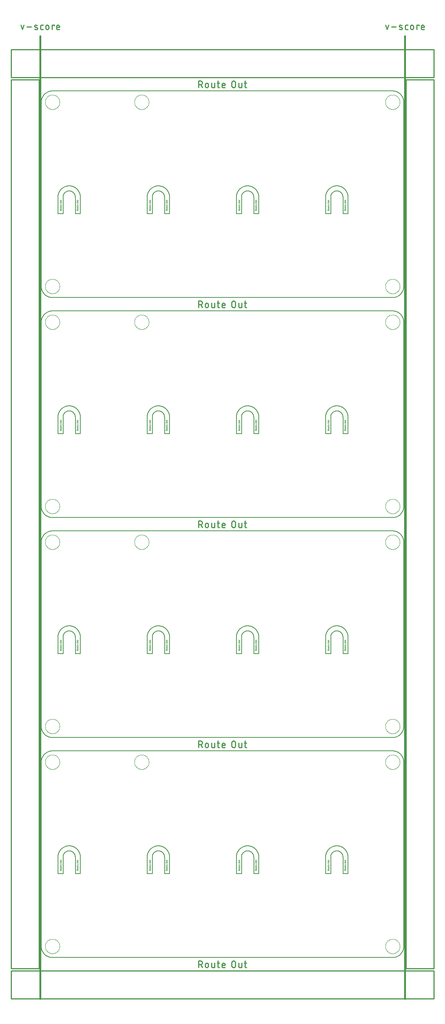
<source format=gko>
G04 EAGLE Gerber RS-274X export*
G75*
%MOMM*%
%FSLAX34Y34*%
%LPD*%
%IN*%
%IPPOS*%
%AMOC8*
5,1,8,0,0,1.08239X$1,22.5*%
G01*
%ADD10C,0.203200*%
%ADD11C,0.025400*%
%ADD12C,0.152400*%
%ADD13C,0.279400*%
%ADD14C,0.381000*%
%ADD15C,0.254000*%
%ADD16C,0.000000*%


D10*
X800100Y469900D02*
X25400Y469900D01*
X24786Y469893D01*
X24173Y469870D01*
X23560Y469833D01*
X22949Y469781D01*
X22338Y469715D01*
X21730Y469633D01*
X21124Y469537D01*
X20520Y469427D01*
X19919Y469302D01*
X19321Y469162D01*
X18727Y469008D01*
X18137Y468839D01*
X17551Y468657D01*
X16970Y468460D01*
X16393Y468249D01*
X15822Y468025D01*
X15256Y467787D01*
X14696Y467535D01*
X14143Y467269D01*
X13596Y466991D01*
X13056Y466699D01*
X12523Y466394D01*
X11998Y466076D01*
X11480Y465746D01*
X10971Y465404D01*
X10470Y465049D01*
X9978Y464682D01*
X9495Y464304D01*
X9021Y463914D01*
X8557Y463512D01*
X8102Y463100D01*
X7658Y462676D01*
X7224Y462242D01*
X6800Y461798D01*
X6388Y461343D01*
X5986Y460879D01*
X5596Y460405D01*
X5218Y459922D01*
X4851Y459430D01*
X4496Y458929D01*
X4154Y458420D01*
X3824Y457902D01*
X3506Y457377D01*
X3201Y456844D01*
X2909Y456304D01*
X2631Y455757D01*
X2365Y455204D01*
X2113Y454644D01*
X1875Y454078D01*
X1651Y453507D01*
X1440Y452930D01*
X1243Y452349D01*
X1061Y451763D01*
X892Y451173D01*
X738Y450579D01*
X598Y449981D01*
X473Y449380D01*
X363Y448776D01*
X267Y448170D01*
X185Y447562D01*
X119Y446951D01*
X67Y446340D01*
X30Y445727D01*
X7Y445114D01*
X0Y444500D01*
X0Y25400D01*
X7Y24786D01*
X30Y24173D01*
X67Y23560D01*
X119Y22949D01*
X185Y22338D01*
X267Y21730D01*
X363Y21124D01*
X473Y20520D01*
X598Y19919D01*
X738Y19321D01*
X892Y18727D01*
X1061Y18137D01*
X1243Y17551D01*
X1440Y16970D01*
X1651Y16393D01*
X1875Y15822D01*
X2113Y15256D01*
X2365Y14696D01*
X2631Y14143D01*
X2909Y13596D01*
X3201Y13056D01*
X3506Y12523D01*
X3824Y11998D01*
X4154Y11480D01*
X4496Y10971D01*
X4851Y10470D01*
X5218Y9978D01*
X5596Y9495D01*
X5986Y9021D01*
X6388Y8557D01*
X6800Y8102D01*
X7224Y7658D01*
X7658Y7224D01*
X8102Y6800D01*
X8557Y6388D01*
X9021Y5986D01*
X9495Y5596D01*
X9978Y5218D01*
X10470Y4851D01*
X10971Y4496D01*
X11480Y4154D01*
X11998Y3824D01*
X12523Y3506D01*
X13056Y3201D01*
X13596Y2909D01*
X14143Y2631D01*
X14696Y2365D01*
X15256Y2113D01*
X15822Y1875D01*
X16393Y1651D01*
X16970Y1440D01*
X17551Y1243D01*
X18137Y1061D01*
X18727Y892D01*
X19321Y738D01*
X19919Y598D01*
X20520Y473D01*
X21124Y363D01*
X21730Y267D01*
X22338Y185D01*
X22949Y119D01*
X23560Y67D01*
X24173Y30D01*
X24786Y7D01*
X25400Y0D01*
X800100Y0D01*
X800714Y7D01*
X801327Y30D01*
X801940Y67D01*
X802551Y119D01*
X803162Y185D01*
X803770Y267D01*
X804376Y363D01*
X804980Y473D01*
X805581Y598D01*
X806179Y738D01*
X806773Y892D01*
X807363Y1061D01*
X807949Y1243D01*
X808530Y1440D01*
X809107Y1651D01*
X809678Y1875D01*
X810244Y2113D01*
X810804Y2365D01*
X811357Y2631D01*
X811904Y2909D01*
X812444Y3201D01*
X812977Y3506D01*
X813502Y3824D01*
X814020Y4154D01*
X814529Y4496D01*
X815030Y4851D01*
X815522Y5218D01*
X816005Y5596D01*
X816479Y5986D01*
X816943Y6388D01*
X817398Y6800D01*
X817842Y7224D01*
X818276Y7658D01*
X818700Y8102D01*
X819112Y8557D01*
X819514Y9021D01*
X819904Y9495D01*
X820282Y9978D01*
X820649Y10470D01*
X821004Y10971D01*
X821346Y11480D01*
X821676Y11998D01*
X821994Y12523D01*
X822299Y13056D01*
X822591Y13596D01*
X822869Y14143D01*
X823135Y14696D01*
X823387Y15256D01*
X823625Y15822D01*
X823849Y16393D01*
X824060Y16970D01*
X824257Y17551D01*
X824439Y18137D01*
X824608Y18727D01*
X824762Y19321D01*
X824902Y19919D01*
X825027Y20520D01*
X825137Y21124D01*
X825233Y21730D01*
X825315Y22338D01*
X825381Y22949D01*
X825433Y23560D01*
X825470Y24173D01*
X825493Y24786D01*
X825500Y25400D01*
X825500Y444500D01*
X825493Y445114D01*
X825470Y445727D01*
X825433Y446340D01*
X825381Y446951D01*
X825315Y447562D01*
X825233Y448170D01*
X825137Y448776D01*
X825027Y449380D01*
X824902Y449981D01*
X824762Y450579D01*
X824608Y451173D01*
X824439Y451763D01*
X824257Y452349D01*
X824060Y452930D01*
X823849Y453507D01*
X823625Y454078D01*
X823387Y454644D01*
X823135Y455204D01*
X822869Y455757D01*
X822591Y456304D01*
X822299Y456844D01*
X821994Y457377D01*
X821676Y457902D01*
X821346Y458420D01*
X821004Y458929D01*
X820649Y459430D01*
X820282Y459922D01*
X819904Y460405D01*
X819514Y460879D01*
X819112Y461343D01*
X818700Y461798D01*
X818276Y462242D01*
X817842Y462676D01*
X817398Y463100D01*
X816943Y463512D01*
X816479Y463914D01*
X816005Y464304D01*
X815522Y464682D01*
X815030Y465049D01*
X814529Y465404D01*
X814020Y465746D01*
X813502Y466076D01*
X812977Y466394D01*
X812444Y466699D01*
X811904Y466991D01*
X811357Y467269D01*
X810804Y467535D01*
X810244Y467787D01*
X809678Y468025D01*
X809107Y468249D01*
X808530Y468460D01*
X807949Y468657D01*
X807363Y468839D01*
X806773Y469008D01*
X806179Y469162D01*
X805581Y469302D01*
X804980Y469427D01*
X804376Y469537D01*
X803770Y469633D01*
X803162Y469715D01*
X802551Y469781D01*
X801940Y469833D01*
X801327Y469870D01*
X800714Y469893D01*
X800100Y469900D01*
D11*
X248793Y198247D02*
X245237Y198247D01*
X245237Y199235D01*
X245239Y199297D01*
X245245Y199359D01*
X245255Y199420D01*
X245268Y199481D01*
X245285Y199540D01*
X245306Y199599D01*
X245331Y199656D01*
X245359Y199711D01*
X245391Y199764D01*
X245426Y199816D01*
X245464Y199865D01*
X245505Y199911D01*
X245549Y199955D01*
X245595Y199996D01*
X245644Y200034D01*
X245696Y200069D01*
X245749Y200101D01*
X245804Y200129D01*
X245861Y200154D01*
X245920Y200175D01*
X245979Y200192D01*
X246040Y200205D01*
X246101Y200215D01*
X246163Y200221D01*
X246225Y200223D01*
X246287Y200221D01*
X246349Y200215D01*
X246410Y200205D01*
X246471Y200192D01*
X246530Y200175D01*
X246589Y200154D01*
X246646Y200129D01*
X246701Y200101D01*
X246754Y200069D01*
X246806Y200034D01*
X246855Y199996D01*
X246901Y199955D01*
X246945Y199911D01*
X246986Y199865D01*
X247024Y199816D01*
X247059Y199764D01*
X247091Y199711D01*
X247119Y199656D01*
X247144Y199599D01*
X247165Y199540D01*
X247182Y199481D01*
X247195Y199420D01*
X247205Y199359D01*
X247211Y199297D01*
X247213Y199235D01*
X247213Y198247D01*
X247213Y199432D02*
X248793Y200223D01*
X248003Y201625D02*
X247213Y201625D01*
X247158Y201627D01*
X247103Y201633D01*
X247049Y201642D01*
X246995Y201656D01*
X246943Y201673D01*
X246892Y201693D01*
X246842Y201717D01*
X246794Y201745D01*
X246749Y201776D01*
X246705Y201810D01*
X246664Y201847D01*
X246626Y201886D01*
X246590Y201929D01*
X246558Y201973D01*
X246529Y202020D01*
X246503Y202069D01*
X246481Y202119D01*
X246462Y202171D01*
X246446Y202224D01*
X246435Y202278D01*
X246427Y202332D01*
X246423Y202387D01*
X246423Y202443D01*
X246427Y202498D01*
X246435Y202552D01*
X246446Y202606D01*
X246462Y202659D01*
X246481Y202711D01*
X246503Y202761D01*
X246529Y202810D01*
X246558Y202857D01*
X246590Y202901D01*
X246626Y202944D01*
X246664Y202983D01*
X246705Y203020D01*
X246749Y203054D01*
X246794Y203085D01*
X246842Y203113D01*
X246892Y203137D01*
X246943Y203157D01*
X246995Y203174D01*
X247049Y203188D01*
X247103Y203197D01*
X247158Y203203D01*
X247213Y203205D01*
X248003Y203205D01*
X248058Y203203D01*
X248113Y203197D01*
X248167Y203188D01*
X248221Y203174D01*
X248273Y203157D01*
X248324Y203137D01*
X248374Y203113D01*
X248422Y203085D01*
X248467Y203054D01*
X248511Y203020D01*
X248552Y202983D01*
X248590Y202944D01*
X248626Y202901D01*
X248658Y202857D01*
X248687Y202810D01*
X248713Y202761D01*
X248735Y202711D01*
X248754Y202659D01*
X248770Y202606D01*
X248781Y202552D01*
X248789Y202498D01*
X248793Y202443D01*
X248793Y202387D01*
X248789Y202332D01*
X248781Y202278D01*
X248770Y202224D01*
X248754Y202171D01*
X248735Y202119D01*
X248713Y202069D01*
X248687Y202020D01*
X248658Y201973D01*
X248626Y201929D01*
X248590Y201886D01*
X248552Y201847D01*
X248511Y201810D01*
X248467Y201776D01*
X248422Y201745D01*
X248374Y201717D01*
X248324Y201693D01*
X248273Y201673D01*
X248221Y201656D01*
X248167Y201642D01*
X248113Y201633D01*
X248058Y201627D01*
X248003Y201625D01*
X248200Y204711D02*
X246422Y204711D01*
X248200Y204710D02*
X248247Y204712D01*
X248293Y204717D01*
X248338Y204726D01*
X248383Y204739D01*
X248427Y204755D01*
X248469Y204775D01*
X248510Y204797D01*
X248549Y204823D01*
X248585Y204852D01*
X248619Y204884D01*
X248651Y204918D01*
X248680Y204954D01*
X248706Y204993D01*
X248728Y205034D01*
X248748Y205076D01*
X248764Y205120D01*
X248777Y205165D01*
X248786Y205210D01*
X248791Y205257D01*
X248793Y205303D01*
X248793Y206291D01*
X246422Y206291D01*
X246422Y207512D02*
X246422Y208697D01*
X245237Y207907D02*
X248200Y207907D01*
X248200Y207906D02*
X248247Y207908D01*
X248293Y207913D01*
X248338Y207922D01*
X248383Y207935D01*
X248427Y207951D01*
X248469Y207971D01*
X248510Y207993D01*
X248549Y208019D01*
X248585Y208048D01*
X248619Y208080D01*
X248651Y208114D01*
X248680Y208150D01*
X248706Y208189D01*
X248728Y208230D01*
X248748Y208272D01*
X248764Y208316D01*
X248777Y208361D01*
X248786Y208406D01*
X248791Y208453D01*
X248793Y208499D01*
X248793Y208500D02*
X248793Y208697D01*
X248793Y210561D02*
X248793Y211549D01*
X248793Y210561D02*
X248791Y210514D01*
X248786Y210468D01*
X248777Y210423D01*
X248764Y210378D01*
X248748Y210334D01*
X248728Y210292D01*
X248706Y210251D01*
X248680Y210212D01*
X248651Y210176D01*
X248619Y210142D01*
X248585Y210110D01*
X248549Y210081D01*
X248510Y210055D01*
X248469Y210033D01*
X248427Y210013D01*
X248383Y209997D01*
X248338Y209984D01*
X248293Y209975D01*
X248247Y209970D01*
X248200Y209968D01*
X247213Y209968D01*
X247213Y209969D02*
X247158Y209971D01*
X247103Y209977D01*
X247049Y209986D01*
X246995Y210000D01*
X246943Y210017D01*
X246892Y210037D01*
X246842Y210061D01*
X246794Y210089D01*
X246749Y210120D01*
X246705Y210154D01*
X246664Y210191D01*
X246626Y210230D01*
X246590Y210273D01*
X246558Y210317D01*
X246529Y210364D01*
X246503Y210413D01*
X246481Y210463D01*
X246462Y210515D01*
X246446Y210568D01*
X246435Y210622D01*
X246427Y210676D01*
X246423Y210731D01*
X246423Y210787D01*
X246427Y210842D01*
X246435Y210896D01*
X246446Y210950D01*
X246462Y211003D01*
X246481Y211055D01*
X246503Y211105D01*
X246529Y211154D01*
X246558Y211201D01*
X246590Y211245D01*
X246626Y211288D01*
X246664Y211327D01*
X246705Y211364D01*
X246749Y211398D01*
X246794Y211429D01*
X246842Y211457D01*
X246892Y211481D01*
X246943Y211501D01*
X246995Y211518D01*
X247049Y211532D01*
X247103Y211541D01*
X247158Y211547D01*
X247213Y211549D01*
X247608Y211549D01*
X247608Y209968D01*
X247805Y214800D02*
X246225Y214800D01*
X246163Y214802D01*
X246101Y214808D01*
X246040Y214818D01*
X245979Y214831D01*
X245920Y214848D01*
X245861Y214869D01*
X245804Y214894D01*
X245749Y214922D01*
X245696Y214954D01*
X245644Y214989D01*
X245595Y215027D01*
X245549Y215068D01*
X245505Y215112D01*
X245464Y215158D01*
X245426Y215207D01*
X245391Y215259D01*
X245359Y215312D01*
X245331Y215367D01*
X245306Y215424D01*
X245285Y215483D01*
X245268Y215542D01*
X245255Y215603D01*
X245245Y215664D01*
X245239Y215726D01*
X245237Y215788D01*
X245239Y215850D01*
X245245Y215912D01*
X245255Y215973D01*
X245268Y216034D01*
X245285Y216093D01*
X245306Y216152D01*
X245331Y216209D01*
X245359Y216264D01*
X245391Y216317D01*
X245426Y216369D01*
X245464Y216418D01*
X245505Y216464D01*
X245549Y216508D01*
X245595Y216549D01*
X245644Y216587D01*
X245696Y216622D01*
X245749Y216654D01*
X245804Y216682D01*
X245861Y216707D01*
X245920Y216728D01*
X245979Y216745D01*
X246040Y216758D01*
X246101Y216768D01*
X246163Y216774D01*
X246225Y216776D01*
X247805Y216776D01*
X247867Y216774D01*
X247929Y216768D01*
X247990Y216758D01*
X248051Y216745D01*
X248110Y216728D01*
X248169Y216707D01*
X248226Y216682D01*
X248281Y216654D01*
X248334Y216622D01*
X248386Y216587D01*
X248435Y216549D01*
X248481Y216508D01*
X248525Y216464D01*
X248566Y216418D01*
X248604Y216369D01*
X248639Y216317D01*
X248671Y216264D01*
X248699Y216209D01*
X248724Y216152D01*
X248745Y216093D01*
X248762Y216034D01*
X248775Y215973D01*
X248785Y215912D01*
X248791Y215850D01*
X248793Y215788D01*
X248791Y215726D01*
X248785Y215664D01*
X248775Y215603D01*
X248762Y215542D01*
X248745Y215483D01*
X248724Y215424D01*
X248699Y215367D01*
X248671Y215312D01*
X248639Y215259D01*
X248604Y215207D01*
X248566Y215158D01*
X248525Y215112D01*
X248481Y215068D01*
X248435Y215027D01*
X248386Y214989D01*
X248334Y214954D01*
X248281Y214922D01*
X248226Y214894D01*
X248169Y214869D01*
X248110Y214848D01*
X248051Y214831D01*
X247990Y214818D01*
X247929Y214808D01*
X247867Y214802D01*
X247805Y214800D01*
X248200Y218312D02*
X246422Y218312D01*
X248200Y218312D02*
X248247Y218314D01*
X248293Y218319D01*
X248338Y218328D01*
X248383Y218341D01*
X248427Y218357D01*
X248469Y218377D01*
X248510Y218399D01*
X248549Y218425D01*
X248585Y218454D01*
X248619Y218486D01*
X248651Y218520D01*
X248680Y218556D01*
X248706Y218595D01*
X248728Y218636D01*
X248748Y218678D01*
X248764Y218722D01*
X248777Y218767D01*
X248786Y218812D01*
X248791Y218859D01*
X248793Y218905D01*
X248793Y219893D01*
X246422Y219893D01*
X246422Y221113D02*
X246422Y222299D01*
X245237Y221508D02*
X248200Y221508D01*
X248247Y221510D01*
X248293Y221515D01*
X248338Y221524D01*
X248383Y221537D01*
X248427Y221553D01*
X248469Y221573D01*
X248510Y221595D01*
X248549Y221621D01*
X248585Y221650D01*
X248619Y221682D01*
X248651Y221716D01*
X248680Y221752D01*
X248706Y221791D01*
X248728Y221832D01*
X248748Y221874D01*
X248764Y221918D01*
X248777Y221963D01*
X248786Y222008D01*
X248791Y222055D01*
X248793Y222101D01*
X248793Y222299D01*
D12*
X280670Y228600D02*
X280670Y190500D01*
X280670Y228600D02*
X280666Y228938D01*
X280654Y229275D01*
X280633Y229612D01*
X280605Y229948D01*
X280568Y230284D01*
X280523Y230619D01*
X280471Y230952D01*
X280410Y231284D01*
X280341Y231615D01*
X280264Y231943D01*
X280179Y232270D01*
X280087Y232595D01*
X279986Y232917D01*
X279878Y233237D01*
X279762Y233554D01*
X279639Y233868D01*
X279508Y234179D01*
X279369Y234487D01*
X279223Y234791D01*
X279070Y235092D01*
X278909Y235389D01*
X278742Y235682D01*
X278567Y235971D01*
X278385Y236256D01*
X278197Y236536D01*
X278002Y236811D01*
X277800Y237082D01*
X277592Y237348D01*
X277377Y237608D01*
X277157Y237864D01*
X276930Y238114D01*
X276697Y238358D01*
X276458Y238597D01*
X276214Y238830D01*
X275964Y239057D01*
X275708Y239277D01*
X275448Y239492D01*
X275182Y239700D01*
X274911Y239902D01*
X274636Y240097D01*
X274356Y240285D01*
X274071Y240467D01*
X273782Y240642D01*
X273489Y240809D01*
X273192Y240970D01*
X272891Y241123D01*
X272587Y241269D01*
X272279Y241408D01*
X271968Y241539D01*
X271654Y241662D01*
X271337Y241778D01*
X271017Y241886D01*
X270695Y241987D01*
X270370Y242079D01*
X270043Y242164D01*
X269715Y242241D01*
X269384Y242310D01*
X269052Y242371D01*
X268719Y242423D01*
X268384Y242468D01*
X268048Y242505D01*
X267712Y242533D01*
X267375Y242554D01*
X267038Y242566D01*
X266700Y242570D01*
X266362Y242566D01*
X266025Y242554D01*
X265688Y242533D01*
X265352Y242505D01*
X265016Y242468D01*
X264681Y242423D01*
X264348Y242371D01*
X264016Y242310D01*
X263685Y242241D01*
X263357Y242164D01*
X263030Y242079D01*
X262705Y241987D01*
X262383Y241886D01*
X262063Y241778D01*
X261746Y241662D01*
X261432Y241539D01*
X261121Y241408D01*
X260813Y241269D01*
X260509Y241123D01*
X260208Y240970D01*
X259911Y240809D01*
X259618Y240642D01*
X259329Y240467D01*
X259044Y240285D01*
X258764Y240097D01*
X258489Y239902D01*
X258218Y239700D01*
X257952Y239492D01*
X257692Y239277D01*
X257436Y239057D01*
X257186Y238830D01*
X256942Y238597D01*
X256703Y238358D01*
X256470Y238114D01*
X256243Y237864D01*
X256023Y237608D01*
X255808Y237348D01*
X255600Y237082D01*
X255398Y236811D01*
X255203Y236536D01*
X255015Y236256D01*
X254833Y235971D01*
X254658Y235682D01*
X254491Y235389D01*
X254330Y235092D01*
X254177Y234791D01*
X254031Y234487D01*
X253892Y234179D01*
X253761Y233868D01*
X253638Y233554D01*
X253522Y233237D01*
X253414Y232917D01*
X253313Y232595D01*
X253221Y232270D01*
X253136Y231943D01*
X253059Y231615D01*
X252990Y231284D01*
X252929Y230952D01*
X252877Y230619D01*
X252832Y230284D01*
X252795Y229948D01*
X252767Y229612D01*
X252746Y229275D01*
X252734Y228938D01*
X252730Y228600D01*
X252730Y190500D01*
X241300Y190500D02*
X241300Y228600D01*
X241307Y229214D01*
X241330Y229827D01*
X241367Y230440D01*
X241419Y231051D01*
X241485Y231662D01*
X241567Y232270D01*
X241663Y232876D01*
X241773Y233480D01*
X241898Y234081D01*
X242038Y234679D01*
X242192Y235273D01*
X242361Y235863D01*
X242543Y236449D01*
X242740Y237030D01*
X242951Y237607D01*
X243175Y238178D01*
X243413Y238744D01*
X243665Y239304D01*
X243931Y239857D01*
X244209Y240404D01*
X244501Y240944D01*
X244806Y241477D01*
X245124Y242002D01*
X245454Y242520D01*
X245796Y243029D01*
X246151Y243530D01*
X246518Y244022D01*
X246896Y244505D01*
X247286Y244979D01*
X247688Y245443D01*
X248100Y245898D01*
X248524Y246342D01*
X248958Y246776D01*
X249402Y247200D01*
X249857Y247612D01*
X250321Y248014D01*
X250795Y248404D01*
X251278Y248782D01*
X251770Y249149D01*
X252271Y249504D01*
X252780Y249846D01*
X253298Y250176D01*
X253823Y250494D01*
X254356Y250799D01*
X254896Y251091D01*
X255443Y251369D01*
X255996Y251635D01*
X256556Y251887D01*
X257122Y252125D01*
X257693Y252349D01*
X258270Y252560D01*
X258851Y252757D01*
X259437Y252939D01*
X260027Y253108D01*
X260621Y253262D01*
X261219Y253402D01*
X261820Y253527D01*
X262424Y253637D01*
X263030Y253733D01*
X263638Y253815D01*
X264249Y253881D01*
X264860Y253933D01*
X265473Y253970D01*
X266086Y253993D01*
X266700Y254000D01*
X267314Y253993D01*
X267927Y253970D01*
X268540Y253933D01*
X269151Y253881D01*
X269762Y253815D01*
X270370Y253733D01*
X270976Y253637D01*
X271580Y253527D01*
X272181Y253402D01*
X272779Y253262D01*
X273373Y253108D01*
X273963Y252939D01*
X274549Y252757D01*
X275130Y252560D01*
X275707Y252349D01*
X276278Y252125D01*
X276844Y251887D01*
X277404Y251635D01*
X277957Y251369D01*
X278504Y251091D01*
X279044Y250799D01*
X279577Y250494D01*
X280102Y250176D01*
X280620Y249846D01*
X281129Y249504D01*
X281630Y249149D01*
X282122Y248782D01*
X282605Y248404D01*
X283079Y248014D01*
X283543Y247612D01*
X283998Y247200D01*
X284442Y246776D01*
X284876Y246342D01*
X285300Y245898D01*
X285712Y245443D01*
X286114Y244979D01*
X286504Y244505D01*
X286882Y244022D01*
X287249Y243530D01*
X287604Y243029D01*
X287946Y242520D01*
X288276Y242002D01*
X288594Y241477D01*
X288899Y240944D01*
X289191Y240404D01*
X289469Y239857D01*
X289735Y239304D01*
X289987Y238744D01*
X290225Y238178D01*
X290449Y237607D01*
X290660Y237030D01*
X290857Y236449D01*
X291039Y235863D01*
X291208Y235273D01*
X291362Y234679D01*
X291502Y234081D01*
X291627Y233480D01*
X291737Y232876D01*
X291833Y232270D01*
X291915Y231662D01*
X291981Y231051D01*
X292033Y230440D01*
X292070Y229827D01*
X292093Y229214D01*
X292100Y228600D01*
X292100Y190500D01*
X280670Y190500D01*
X252730Y190500D02*
X241300Y190500D01*
D11*
X283337Y198247D02*
X286893Y198247D01*
X283337Y198247D02*
X283337Y199235D01*
X283339Y199297D01*
X283345Y199359D01*
X283355Y199420D01*
X283368Y199481D01*
X283385Y199540D01*
X283406Y199599D01*
X283431Y199656D01*
X283459Y199711D01*
X283491Y199764D01*
X283526Y199816D01*
X283564Y199865D01*
X283605Y199911D01*
X283649Y199955D01*
X283695Y199996D01*
X283744Y200034D01*
X283796Y200069D01*
X283849Y200101D01*
X283904Y200129D01*
X283961Y200154D01*
X284020Y200175D01*
X284079Y200192D01*
X284140Y200205D01*
X284201Y200215D01*
X284263Y200221D01*
X284325Y200223D01*
X284387Y200221D01*
X284449Y200215D01*
X284510Y200205D01*
X284571Y200192D01*
X284630Y200175D01*
X284689Y200154D01*
X284746Y200129D01*
X284801Y200101D01*
X284854Y200069D01*
X284906Y200034D01*
X284955Y199996D01*
X285001Y199955D01*
X285045Y199911D01*
X285086Y199865D01*
X285124Y199816D01*
X285159Y199764D01*
X285191Y199711D01*
X285219Y199656D01*
X285244Y199599D01*
X285265Y199540D01*
X285282Y199481D01*
X285295Y199420D01*
X285305Y199359D01*
X285311Y199297D01*
X285313Y199235D01*
X285313Y198247D01*
X285313Y199432D02*
X286893Y200223D01*
X286103Y201625D02*
X285313Y201625D01*
X285258Y201627D01*
X285203Y201633D01*
X285149Y201642D01*
X285095Y201656D01*
X285043Y201673D01*
X284992Y201693D01*
X284942Y201717D01*
X284894Y201745D01*
X284849Y201776D01*
X284805Y201810D01*
X284764Y201847D01*
X284726Y201886D01*
X284690Y201929D01*
X284658Y201973D01*
X284629Y202020D01*
X284603Y202069D01*
X284581Y202119D01*
X284562Y202171D01*
X284546Y202224D01*
X284535Y202278D01*
X284527Y202332D01*
X284523Y202387D01*
X284523Y202443D01*
X284527Y202498D01*
X284535Y202552D01*
X284546Y202606D01*
X284562Y202659D01*
X284581Y202711D01*
X284603Y202761D01*
X284629Y202810D01*
X284658Y202857D01*
X284690Y202901D01*
X284726Y202944D01*
X284764Y202983D01*
X284805Y203020D01*
X284849Y203054D01*
X284894Y203085D01*
X284942Y203113D01*
X284992Y203137D01*
X285043Y203157D01*
X285095Y203174D01*
X285149Y203188D01*
X285203Y203197D01*
X285258Y203203D01*
X285313Y203205D01*
X286103Y203205D01*
X286158Y203203D01*
X286213Y203197D01*
X286267Y203188D01*
X286321Y203174D01*
X286373Y203157D01*
X286424Y203137D01*
X286474Y203113D01*
X286522Y203085D01*
X286567Y203054D01*
X286611Y203020D01*
X286652Y202983D01*
X286690Y202944D01*
X286726Y202901D01*
X286758Y202857D01*
X286787Y202810D01*
X286813Y202761D01*
X286835Y202711D01*
X286854Y202659D01*
X286870Y202606D01*
X286881Y202552D01*
X286889Y202498D01*
X286893Y202443D01*
X286893Y202387D01*
X286889Y202332D01*
X286881Y202278D01*
X286870Y202224D01*
X286854Y202171D01*
X286835Y202119D01*
X286813Y202069D01*
X286787Y202020D01*
X286758Y201973D01*
X286726Y201929D01*
X286690Y201886D01*
X286652Y201847D01*
X286611Y201810D01*
X286567Y201776D01*
X286522Y201745D01*
X286474Y201717D01*
X286424Y201693D01*
X286373Y201673D01*
X286321Y201656D01*
X286267Y201642D01*
X286213Y201633D01*
X286158Y201627D01*
X286103Y201625D01*
X286300Y204711D02*
X284522Y204711D01*
X286300Y204710D02*
X286347Y204712D01*
X286393Y204717D01*
X286438Y204726D01*
X286483Y204739D01*
X286527Y204755D01*
X286569Y204775D01*
X286610Y204797D01*
X286649Y204823D01*
X286685Y204852D01*
X286719Y204884D01*
X286751Y204918D01*
X286780Y204954D01*
X286806Y204993D01*
X286828Y205034D01*
X286848Y205076D01*
X286864Y205120D01*
X286877Y205165D01*
X286886Y205210D01*
X286891Y205257D01*
X286893Y205303D01*
X286893Y206291D01*
X284522Y206291D01*
X284522Y207512D02*
X284522Y208697D01*
X283337Y207907D02*
X286300Y207907D01*
X286300Y207906D02*
X286347Y207908D01*
X286393Y207913D01*
X286438Y207922D01*
X286483Y207935D01*
X286527Y207951D01*
X286569Y207971D01*
X286610Y207993D01*
X286649Y208019D01*
X286685Y208048D01*
X286719Y208080D01*
X286751Y208114D01*
X286780Y208150D01*
X286806Y208189D01*
X286828Y208230D01*
X286848Y208272D01*
X286864Y208316D01*
X286877Y208361D01*
X286886Y208406D01*
X286891Y208453D01*
X286893Y208499D01*
X286893Y208500D02*
X286893Y208697D01*
X286893Y210561D02*
X286893Y211549D01*
X286893Y210561D02*
X286891Y210514D01*
X286886Y210468D01*
X286877Y210423D01*
X286864Y210378D01*
X286848Y210334D01*
X286828Y210292D01*
X286806Y210251D01*
X286780Y210212D01*
X286751Y210176D01*
X286719Y210142D01*
X286685Y210110D01*
X286649Y210081D01*
X286610Y210055D01*
X286569Y210033D01*
X286527Y210013D01*
X286483Y209997D01*
X286438Y209984D01*
X286393Y209975D01*
X286347Y209970D01*
X286300Y209968D01*
X285313Y209968D01*
X285313Y209969D02*
X285258Y209971D01*
X285203Y209977D01*
X285149Y209986D01*
X285095Y210000D01*
X285043Y210017D01*
X284992Y210037D01*
X284942Y210061D01*
X284894Y210089D01*
X284849Y210120D01*
X284805Y210154D01*
X284764Y210191D01*
X284726Y210230D01*
X284690Y210273D01*
X284658Y210317D01*
X284629Y210364D01*
X284603Y210413D01*
X284581Y210463D01*
X284562Y210515D01*
X284546Y210568D01*
X284535Y210622D01*
X284527Y210676D01*
X284523Y210731D01*
X284523Y210787D01*
X284527Y210842D01*
X284535Y210896D01*
X284546Y210950D01*
X284562Y211003D01*
X284581Y211055D01*
X284603Y211105D01*
X284629Y211154D01*
X284658Y211201D01*
X284690Y211245D01*
X284726Y211288D01*
X284764Y211327D01*
X284805Y211364D01*
X284849Y211398D01*
X284894Y211429D01*
X284942Y211457D01*
X284992Y211481D01*
X285043Y211501D01*
X285095Y211518D01*
X285149Y211532D01*
X285203Y211541D01*
X285258Y211547D01*
X285313Y211549D01*
X285708Y211549D01*
X285708Y209968D01*
X285905Y214800D02*
X284325Y214800D01*
X284263Y214802D01*
X284201Y214808D01*
X284140Y214818D01*
X284079Y214831D01*
X284020Y214848D01*
X283961Y214869D01*
X283904Y214894D01*
X283849Y214922D01*
X283796Y214954D01*
X283744Y214989D01*
X283695Y215027D01*
X283649Y215068D01*
X283605Y215112D01*
X283564Y215158D01*
X283526Y215207D01*
X283491Y215259D01*
X283459Y215312D01*
X283431Y215367D01*
X283406Y215424D01*
X283385Y215483D01*
X283368Y215542D01*
X283355Y215603D01*
X283345Y215664D01*
X283339Y215726D01*
X283337Y215788D01*
X283339Y215850D01*
X283345Y215912D01*
X283355Y215973D01*
X283368Y216034D01*
X283385Y216093D01*
X283406Y216152D01*
X283431Y216209D01*
X283459Y216264D01*
X283491Y216317D01*
X283526Y216369D01*
X283564Y216418D01*
X283605Y216464D01*
X283649Y216508D01*
X283695Y216549D01*
X283744Y216587D01*
X283796Y216622D01*
X283849Y216654D01*
X283904Y216682D01*
X283961Y216707D01*
X284020Y216728D01*
X284079Y216745D01*
X284140Y216758D01*
X284201Y216768D01*
X284263Y216774D01*
X284325Y216776D01*
X285905Y216776D01*
X285967Y216774D01*
X286029Y216768D01*
X286090Y216758D01*
X286151Y216745D01*
X286210Y216728D01*
X286269Y216707D01*
X286326Y216682D01*
X286381Y216654D01*
X286434Y216622D01*
X286486Y216587D01*
X286535Y216549D01*
X286581Y216508D01*
X286625Y216464D01*
X286666Y216418D01*
X286704Y216369D01*
X286739Y216317D01*
X286771Y216264D01*
X286799Y216209D01*
X286824Y216152D01*
X286845Y216093D01*
X286862Y216034D01*
X286875Y215973D01*
X286885Y215912D01*
X286891Y215850D01*
X286893Y215788D01*
X286891Y215726D01*
X286885Y215664D01*
X286875Y215603D01*
X286862Y215542D01*
X286845Y215483D01*
X286824Y215424D01*
X286799Y215367D01*
X286771Y215312D01*
X286739Y215259D01*
X286704Y215207D01*
X286666Y215158D01*
X286625Y215112D01*
X286581Y215068D01*
X286535Y215027D01*
X286486Y214989D01*
X286434Y214954D01*
X286381Y214922D01*
X286326Y214894D01*
X286269Y214869D01*
X286210Y214848D01*
X286151Y214831D01*
X286090Y214818D01*
X286029Y214808D01*
X285967Y214802D01*
X285905Y214800D01*
X286300Y218312D02*
X284522Y218312D01*
X286300Y218312D02*
X286347Y218314D01*
X286393Y218319D01*
X286438Y218328D01*
X286483Y218341D01*
X286527Y218357D01*
X286569Y218377D01*
X286610Y218399D01*
X286649Y218425D01*
X286685Y218454D01*
X286719Y218486D01*
X286751Y218520D01*
X286780Y218556D01*
X286806Y218595D01*
X286828Y218636D01*
X286848Y218678D01*
X286864Y218722D01*
X286877Y218767D01*
X286886Y218812D01*
X286891Y218859D01*
X286893Y218905D01*
X286893Y219893D01*
X284522Y219893D01*
X284522Y221113D02*
X284522Y222299D01*
X283337Y221508D02*
X286300Y221508D01*
X286347Y221510D01*
X286393Y221515D01*
X286438Y221524D01*
X286483Y221537D01*
X286527Y221553D01*
X286569Y221573D01*
X286610Y221595D01*
X286649Y221621D01*
X286685Y221650D01*
X286719Y221682D01*
X286751Y221716D01*
X286780Y221752D01*
X286806Y221791D01*
X286828Y221832D01*
X286848Y221874D01*
X286864Y221918D01*
X286877Y221963D01*
X286886Y222008D01*
X286891Y222055D01*
X286893Y222101D01*
X286893Y222299D01*
X45593Y198247D02*
X42037Y198247D01*
X42037Y199235D01*
X42039Y199297D01*
X42045Y199359D01*
X42055Y199420D01*
X42068Y199481D01*
X42085Y199540D01*
X42106Y199599D01*
X42131Y199656D01*
X42159Y199711D01*
X42191Y199764D01*
X42226Y199816D01*
X42264Y199865D01*
X42305Y199911D01*
X42349Y199955D01*
X42395Y199996D01*
X42444Y200034D01*
X42496Y200069D01*
X42549Y200101D01*
X42604Y200129D01*
X42661Y200154D01*
X42720Y200175D01*
X42779Y200192D01*
X42840Y200205D01*
X42901Y200215D01*
X42963Y200221D01*
X43025Y200223D01*
X43087Y200221D01*
X43149Y200215D01*
X43210Y200205D01*
X43271Y200192D01*
X43330Y200175D01*
X43389Y200154D01*
X43446Y200129D01*
X43501Y200101D01*
X43554Y200069D01*
X43606Y200034D01*
X43655Y199996D01*
X43701Y199955D01*
X43745Y199911D01*
X43786Y199865D01*
X43824Y199816D01*
X43859Y199764D01*
X43891Y199711D01*
X43919Y199656D01*
X43944Y199599D01*
X43965Y199540D01*
X43982Y199481D01*
X43995Y199420D01*
X44005Y199359D01*
X44011Y199297D01*
X44013Y199235D01*
X44013Y198247D01*
X44013Y199432D02*
X45593Y200223D01*
X44803Y201625D02*
X44013Y201625D01*
X43958Y201627D01*
X43903Y201633D01*
X43849Y201642D01*
X43795Y201656D01*
X43743Y201673D01*
X43692Y201693D01*
X43642Y201717D01*
X43594Y201745D01*
X43549Y201776D01*
X43505Y201810D01*
X43464Y201847D01*
X43426Y201886D01*
X43390Y201929D01*
X43358Y201973D01*
X43329Y202020D01*
X43303Y202069D01*
X43281Y202119D01*
X43262Y202171D01*
X43246Y202224D01*
X43235Y202278D01*
X43227Y202332D01*
X43223Y202387D01*
X43223Y202443D01*
X43227Y202498D01*
X43235Y202552D01*
X43246Y202606D01*
X43262Y202659D01*
X43281Y202711D01*
X43303Y202761D01*
X43329Y202810D01*
X43358Y202857D01*
X43390Y202901D01*
X43426Y202944D01*
X43464Y202983D01*
X43505Y203020D01*
X43549Y203054D01*
X43594Y203085D01*
X43642Y203113D01*
X43692Y203137D01*
X43743Y203157D01*
X43795Y203174D01*
X43849Y203188D01*
X43903Y203197D01*
X43958Y203203D01*
X44013Y203205D01*
X44803Y203205D01*
X44858Y203203D01*
X44913Y203197D01*
X44967Y203188D01*
X45021Y203174D01*
X45073Y203157D01*
X45124Y203137D01*
X45174Y203113D01*
X45222Y203085D01*
X45267Y203054D01*
X45311Y203020D01*
X45352Y202983D01*
X45390Y202944D01*
X45426Y202901D01*
X45458Y202857D01*
X45487Y202810D01*
X45513Y202761D01*
X45535Y202711D01*
X45554Y202659D01*
X45570Y202606D01*
X45581Y202552D01*
X45589Y202498D01*
X45593Y202443D01*
X45593Y202387D01*
X45589Y202332D01*
X45581Y202278D01*
X45570Y202224D01*
X45554Y202171D01*
X45535Y202119D01*
X45513Y202069D01*
X45487Y202020D01*
X45458Y201973D01*
X45426Y201929D01*
X45390Y201886D01*
X45352Y201847D01*
X45311Y201810D01*
X45267Y201776D01*
X45222Y201745D01*
X45174Y201717D01*
X45124Y201693D01*
X45073Y201673D01*
X45021Y201656D01*
X44967Y201642D01*
X44913Y201633D01*
X44858Y201627D01*
X44803Y201625D01*
X45000Y204711D02*
X43222Y204711D01*
X45000Y204710D02*
X45047Y204712D01*
X45093Y204717D01*
X45138Y204726D01*
X45183Y204739D01*
X45227Y204755D01*
X45269Y204775D01*
X45310Y204797D01*
X45349Y204823D01*
X45385Y204852D01*
X45419Y204884D01*
X45451Y204918D01*
X45480Y204954D01*
X45506Y204993D01*
X45528Y205034D01*
X45548Y205076D01*
X45564Y205120D01*
X45577Y205165D01*
X45586Y205210D01*
X45591Y205257D01*
X45593Y205303D01*
X45593Y206291D01*
X43222Y206291D01*
X43222Y207512D02*
X43222Y208697D01*
X42037Y207907D02*
X45000Y207907D01*
X45000Y207906D02*
X45047Y207908D01*
X45093Y207913D01*
X45138Y207922D01*
X45183Y207935D01*
X45227Y207951D01*
X45269Y207971D01*
X45310Y207993D01*
X45349Y208019D01*
X45385Y208048D01*
X45419Y208080D01*
X45451Y208114D01*
X45480Y208150D01*
X45506Y208189D01*
X45528Y208230D01*
X45548Y208272D01*
X45564Y208316D01*
X45577Y208361D01*
X45586Y208406D01*
X45591Y208453D01*
X45593Y208499D01*
X45593Y208500D02*
X45593Y208697D01*
X45593Y210561D02*
X45593Y211549D01*
X45593Y210561D02*
X45591Y210514D01*
X45586Y210468D01*
X45577Y210423D01*
X45564Y210378D01*
X45548Y210334D01*
X45528Y210292D01*
X45506Y210251D01*
X45480Y210212D01*
X45451Y210176D01*
X45419Y210142D01*
X45385Y210110D01*
X45349Y210081D01*
X45310Y210055D01*
X45269Y210033D01*
X45227Y210013D01*
X45183Y209997D01*
X45138Y209984D01*
X45093Y209975D01*
X45047Y209970D01*
X45000Y209968D01*
X44013Y209968D01*
X44013Y209969D02*
X43958Y209971D01*
X43903Y209977D01*
X43849Y209986D01*
X43795Y210000D01*
X43743Y210017D01*
X43692Y210037D01*
X43642Y210061D01*
X43594Y210089D01*
X43549Y210120D01*
X43505Y210154D01*
X43464Y210191D01*
X43426Y210230D01*
X43390Y210273D01*
X43358Y210317D01*
X43329Y210364D01*
X43303Y210413D01*
X43281Y210463D01*
X43262Y210515D01*
X43246Y210568D01*
X43235Y210622D01*
X43227Y210676D01*
X43223Y210731D01*
X43223Y210787D01*
X43227Y210842D01*
X43235Y210896D01*
X43246Y210950D01*
X43262Y211003D01*
X43281Y211055D01*
X43303Y211105D01*
X43329Y211154D01*
X43358Y211201D01*
X43390Y211245D01*
X43426Y211288D01*
X43464Y211327D01*
X43505Y211364D01*
X43549Y211398D01*
X43594Y211429D01*
X43642Y211457D01*
X43692Y211481D01*
X43743Y211501D01*
X43795Y211518D01*
X43849Y211532D01*
X43903Y211541D01*
X43958Y211547D01*
X44013Y211549D01*
X44408Y211549D01*
X44408Y209968D01*
X44605Y214800D02*
X43025Y214800D01*
X42963Y214802D01*
X42901Y214808D01*
X42840Y214818D01*
X42779Y214831D01*
X42720Y214848D01*
X42661Y214869D01*
X42604Y214894D01*
X42549Y214922D01*
X42496Y214954D01*
X42444Y214989D01*
X42395Y215027D01*
X42349Y215068D01*
X42305Y215112D01*
X42264Y215158D01*
X42226Y215207D01*
X42191Y215259D01*
X42159Y215312D01*
X42131Y215367D01*
X42106Y215424D01*
X42085Y215483D01*
X42068Y215542D01*
X42055Y215603D01*
X42045Y215664D01*
X42039Y215726D01*
X42037Y215788D01*
X42039Y215850D01*
X42045Y215912D01*
X42055Y215973D01*
X42068Y216034D01*
X42085Y216093D01*
X42106Y216152D01*
X42131Y216209D01*
X42159Y216264D01*
X42191Y216317D01*
X42226Y216369D01*
X42264Y216418D01*
X42305Y216464D01*
X42349Y216508D01*
X42395Y216549D01*
X42444Y216587D01*
X42496Y216622D01*
X42549Y216654D01*
X42604Y216682D01*
X42661Y216707D01*
X42720Y216728D01*
X42779Y216745D01*
X42840Y216758D01*
X42901Y216768D01*
X42963Y216774D01*
X43025Y216776D01*
X44605Y216776D01*
X44667Y216774D01*
X44729Y216768D01*
X44790Y216758D01*
X44851Y216745D01*
X44910Y216728D01*
X44969Y216707D01*
X45026Y216682D01*
X45081Y216654D01*
X45134Y216622D01*
X45186Y216587D01*
X45235Y216549D01*
X45281Y216508D01*
X45325Y216464D01*
X45366Y216418D01*
X45404Y216369D01*
X45439Y216317D01*
X45471Y216264D01*
X45499Y216209D01*
X45524Y216152D01*
X45545Y216093D01*
X45562Y216034D01*
X45575Y215973D01*
X45585Y215912D01*
X45591Y215850D01*
X45593Y215788D01*
X45591Y215726D01*
X45585Y215664D01*
X45575Y215603D01*
X45562Y215542D01*
X45545Y215483D01*
X45524Y215424D01*
X45499Y215367D01*
X45471Y215312D01*
X45439Y215259D01*
X45404Y215207D01*
X45366Y215158D01*
X45325Y215112D01*
X45281Y215068D01*
X45235Y215027D01*
X45186Y214989D01*
X45134Y214954D01*
X45081Y214922D01*
X45026Y214894D01*
X44969Y214869D01*
X44910Y214848D01*
X44851Y214831D01*
X44790Y214818D01*
X44729Y214808D01*
X44667Y214802D01*
X44605Y214800D01*
X45000Y218312D02*
X43222Y218312D01*
X45000Y218312D02*
X45047Y218314D01*
X45093Y218319D01*
X45138Y218328D01*
X45183Y218341D01*
X45227Y218357D01*
X45269Y218377D01*
X45310Y218399D01*
X45349Y218425D01*
X45385Y218454D01*
X45419Y218486D01*
X45451Y218520D01*
X45480Y218556D01*
X45506Y218595D01*
X45528Y218636D01*
X45548Y218678D01*
X45564Y218722D01*
X45577Y218767D01*
X45586Y218812D01*
X45591Y218859D01*
X45593Y218905D01*
X45593Y219893D01*
X43222Y219893D01*
X43222Y221113D02*
X43222Y222299D01*
X42037Y221508D02*
X45000Y221508D01*
X45047Y221510D01*
X45093Y221515D01*
X45138Y221524D01*
X45183Y221537D01*
X45227Y221553D01*
X45269Y221573D01*
X45310Y221595D01*
X45349Y221621D01*
X45385Y221650D01*
X45419Y221682D01*
X45451Y221716D01*
X45480Y221752D01*
X45506Y221791D01*
X45528Y221832D01*
X45548Y221874D01*
X45564Y221918D01*
X45577Y221963D01*
X45586Y222008D01*
X45591Y222055D01*
X45593Y222101D01*
X45593Y222299D01*
D12*
X77470Y228600D02*
X77470Y190500D01*
X77470Y228600D02*
X77466Y228938D01*
X77454Y229275D01*
X77433Y229612D01*
X77405Y229948D01*
X77368Y230284D01*
X77323Y230619D01*
X77271Y230952D01*
X77210Y231284D01*
X77141Y231615D01*
X77064Y231943D01*
X76979Y232270D01*
X76887Y232595D01*
X76786Y232917D01*
X76678Y233237D01*
X76562Y233554D01*
X76439Y233868D01*
X76308Y234179D01*
X76169Y234487D01*
X76023Y234791D01*
X75870Y235092D01*
X75709Y235389D01*
X75542Y235682D01*
X75367Y235971D01*
X75185Y236256D01*
X74997Y236536D01*
X74802Y236811D01*
X74600Y237082D01*
X74392Y237348D01*
X74177Y237608D01*
X73957Y237864D01*
X73730Y238114D01*
X73497Y238358D01*
X73258Y238597D01*
X73014Y238830D01*
X72764Y239057D01*
X72508Y239277D01*
X72248Y239492D01*
X71982Y239700D01*
X71711Y239902D01*
X71436Y240097D01*
X71156Y240285D01*
X70871Y240467D01*
X70582Y240642D01*
X70289Y240809D01*
X69992Y240970D01*
X69691Y241123D01*
X69387Y241269D01*
X69079Y241408D01*
X68768Y241539D01*
X68454Y241662D01*
X68137Y241778D01*
X67817Y241886D01*
X67495Y241987D01*
X67170Y242079D01*
X66843Y242164D01*
X66515Y242241D01*
X66184Y242310D01*
X65852Y242371D01*
X65519Y242423D01*
X65184Y242468D01*
X64848Y242505D01*
X64512Y242533D01*
X64175Y242554D01*
X63838Y242566D01*
X63500Y242570D01*
X63162Y242566D01*
X62825Y242554D01*
X62488Y242533D01*
X62152Y242505D01*
X61816Y242468D01*
X61481Y242423D01*
X61148Y242371D01*
X60816Y242310D01*
X60485Y242241D01*
X60157Y242164D01*
X59830Y242079D01*
X59505Y241987D01*
X59183Y241886D01*
X58863Y241778D01*
X58546Y241662D01*
X58232Y241539D01*
X57921Y241408D01*
X57613Y241269D01*
X57309Y241123D01*
X57008Y240970D01*
X56711Y240809D01*
X56418Y240642D01*
X56129Y240467D01*
X55844Y240285D01*
X55564Y240097D01*
X55289Y239902D01*
X55018Y239700D01*
X54752Y239492D01*
X54492Y239277D01*
X54236Y239057D01*
X53986Y238830D01*
X53742Y238597D01*
X53503Y238358D01*
X53270Y238114D01*
X53043Y237864D01*
X52823Y237608D01*
X52608Y237348D01*
X52400Y237082D01*
X52198Y236811D01*
X52003Y236536D01*
X51815Y236256D01*
X51633Y235971D01*
X51458Y235682D01*
X51291Y235389D01*
X51130Y235092D01*
X50977Y234791D01*
X50831Y234487D01*
X50692Y234179D01*
X50561Y233868D01*
X50438Y233554D01*
X50322Y233237D01*
X50214Y232917D01*
X50113Y232595D01*
X50021Y232270D01*
X49936Y231943D01*
X49859Y231615D01*
X49790Y231284D01*
X49729Y230952D01*
X49677Y230619D01*
X49632Y230284D01*
X49595Y229948D01*
X49567Y229612D01*
X49546Y229275D01*
X49534Y228938D01*
X49530Y228600D01*
X49530Y190500D01*
X38100Y190500D02*
X38100Y228600D01*
X38107Y229214D01*
X38130Y229827D01*
X38167Y230440D01*
X38219Y231051D01*
X38285Y231662D01*
X38367Y232270D01*
X38463Y232876D01*
X38573Y233480D01*
X38698Y234081D01*
X38838Y234679D01*
X38992Y235273D01*
X39161Y235863D01*
X39343Y236449D01*
X39540Y237030D01*
X39751Y237607D01*
X39975Y238178D01*
X40213Y238744D01*
X40465Y239304D01*
X40731Y239857D01*
X41009Y240404D01*
X41301Y240944D01*
X41606Y241477D01*
X41924Y242002D01*
X42254Y242520D01*
X42596Y243029D01*
X42951Y243530D01*
X43318Y244022D01*
X43696Y244505D01*
X44086Y244979D01*
X44488Y245443D01*
X44900Y245898D01*
X45324Y246342D01*
X45758Y246776D01*
X46202Y247200D01*
X46657Y247612D01*
X47121Y248014D01*
X47595Y248404D01*
X48078Y248782D01*
X48570Y249149D01*
X49071Y249504D01*
X49580Y249846D01*
X50098Y250176D01*
X50623Y250494D01*
X51156Y250799D01*
X51696Y251091D01*
X52243Y251369D01*
X52796Y251635D01*
X53356Y251887D01*
X53922Y252125D01*
X54493Y252349D01*
X55070Y252560D01*
X55651Y252757D01*
X56237Y252939D01*
X56827Y253108D01*
X57421Y253262D01*
X58019Y253402D01*
X58620Y253527D01*
X59224Y253637D01*
X59830Y253733D01*
X60438Y253815D01*
X61049Y253881D01*
X61660Y253933D01*
X62273Y253970D01*
X62886Y253993D01*
X63500Y254000D01*
X64114Y253993D01*
X64727Y253970D01*
X65340Y253933D01*
X65951Y253881D01*
X66562Y253815D01*
X67170Y253733D01*
X67776Y253637D01*
X68380Y253527D01*
X68981Y253402D01*
X69579Y253262D01*
X70173Y253108D01*
X70763Y252939D01*
X71349Y252757D01*
X71930Y252560D01*
X72507Y252349D01*
X73078Y252125D01*
X73644Y251887D01*
X74204Y251635D01*
X74757Y251369D01*
X75304Y251091D01*
X75844Y250799D01*
X76377Y250494D01*
X76902Y250176D01*
X77420Y249846D01*
X77929Y249504D01*
X78430Y249149D01*
X78922Y248782D01*
X79405Y248404D01*
X79879Y248014D01*
X80343Y247612D01*
X80798Y247200D01*
X81242Y246776D01*
X81676Y246342D01*
X82100Y245898D01*
X82512Y245443D01*
X82914Y244979D01*
X83304Y244505D01*
X83682Y244022D01*
X84049Y243530D01*
X84404Y243029D01*
X84746Y242520D01*
X85076Y242002D01*
X85394Y241477D01*
X85699Y240944D01*
X85991Y240404D01*
X86269Y239857D01*
X86535Y239304D01*
X86787Y238744D01*
X87025Y238178D01*
X87249Y237607D01*
X87460Y237030D01*
X87657Y236449D01*
X87839Y235863D01*
X88008Y235273D01*
X88162Y234679D01*
X88302Y234081D01*
X88427Y233480D01*
X88537Y232876D01*
X88633Y232270D01*
X88715Y231662D01*
X88781Y231051D01*
X88833Y230440D01*
X88870Y229827D01*
X88893Y229214D01*
X88900Y228600D01*
X88900Y190500D01*
X77470Y190500D01*
X49530Y190500D02*
X38100Y190500D01*
D11*
X80137Y198247D02*
X83693Y198247D01*
X80137Y198247D02*
X80137Y199235D01*
X80139Y199297D01*
X80145Y199359D01*
X80155Y199420D01*
X80168Y199481D01*
X80185Y199540D01*
X80206Y199599D01*
X80231Y199656D01*
X80259Y199711D01*
X80291Y199764D01*
X80326Y199816D01*
X80364Y199865D01*
X80405Y199911D01*
X80449Y199955D01*
X80495Y199996D01*
X80544Y200034D01*
X80596Y200069D01*
X80649Y200101D01*
X80704Y200129D01*
X80761Y200154D01*
X80820Y200175D01*
X80879Y200192D01*
X80940Y200205D01*
X81001Y200215D01*
X81063Y200221D01*
X81125Y200223D01*
X81187Y200221D01*
X81249Y200215D01*
X81310Y200205D01*
X81371Y200192D01*
X81430Y200175D01*
X81489Y200154D01*
X81546Y200129D01*
X81601Y200101D01*
X81654Y200069D01*
X81706Y200034D01*
X81755Y199996D01*
X81801Y199955D01*
X81845Y199911D01*
X81886Y199865D01*
X81924Y199816D01*
X81959Y199764D01*
X81991Y199711D01*
X82019Y199656D01*
X82044Y199599D01*
X82065Y199540D01*
X82082Y199481D01*
X82095Y199420D01*
X82105Y199359D01*
X82111Y199297D01*
X82113Y199235D01*
X82113Y198247D01*
X82113Y199432D02*
X83693Y200223D01*
X82903Y201625D02*
X82113Y201625D01*
X82058Y201627D01*
X82003Y201633D01*
X81949Y201642D01*
X81895Y201656D01*
X81843Y201673D01*
X81792Y201693D01*
X81742Y201717D01*
X81694Y201745D01*
X81649Y201776D01*
X81605Y201810D01*
X81564Y201847D01*
X81526Y201886D01*
X81490Y201929D01*
X81458Y201973D01*
X81429Y202020D01*
X81403Y202069D01*
X81381Y202119D01*
X81362Y202171D01*
X81346Y202224D01*
X81335Y202278D01*
X81327Y202332D01*
X81323Y202387D01*
X81323Y202443D01*
X81327Y202498D01*
X81335Y202552D01*
X81346Y202606D01*
X81362Y202659D01*
X81381Y202711D01*
X81403Y202761D01*
X81429Y202810D01*
X81458Y202857D01*
X81490Y202901D01*
X81526Y202944D01*
X81564Y202983D01*
X81605Y203020D01*
X81649Y203054D01*
X81694Y203085D01*
X81742Y203113D01*
X81792Y203137D01*
X81843Y203157D01*
X81895Y203174D01*
X81949Y203188D01*
X82003Y203197D01*
X82058Y203203D01*
X82113Y203205D01*
X82903Y203205D01*
X82958Y203203D01*
X83013Y203197D01*
X83067Y203188D01*
X83121Y203174D01*
X83173Y203157D01*
X83224Y203137D01*
X83274Y203113D01*
X83322Y203085D01*
X83367Y203054D01*
X83411Y203020D01*
X83452Y202983D01*
X83490Y202944D01*
X83526Y202901D01*
X83558Y202857D01*
X83587Y202810D01*
X83613Y202761D01*
X83635Y202711D01*
X83654Y202659D01*
X83670Y202606D01*
X83681Y202552D01*
X83689Y202498D01*
X83693Y202443D01*
X83693Y202387D01*
X83689Y202332D01*
X83681Y202278D01*
X83670Y202224D01*
X83654Y202171D01*
X83635Y202119D01*
X83613Y202069D01*
X83587Y202020D01*
X83558Y201973D01*
X83526Y201929D01*
X83490Y201886D01*
X83452Y201847D01*
X83411Y201810D01*
X83367Y201776D01*
X83322Y201745D01*
X83274Y201717D01*
X83224Y201693D01*
X83173Y201673D01*
X83121Y201656D01*
X83067Y201642D01*
X83013Y201633D01*
X82958Y201627D01*
X82903Y201625D01*
X83100Y204711D02*
X81322Y204711D01*
X83100Y204710D02*
X83147Y204712D01*
X83193Y204717D01*
X83238Y204726D01*
X83283Y204739D01*
X83327Y204755D01*
X83369Y204775D01*
X83410Y204797D01*
X83449Y204823D01*
X83485Y204852D01*
X83519Y204884D01*
X83551Y204918D01*
X83580Y204954D01*
X83606Y204993D01*
X83628Y205034D01*
X83648Y205076D01*
X83664Y205120D01*
X83677Y205165D01*
X83686Y205210D01*
X83691Y205257D01*
X83693Y205303D01*
X83693Y206291D01*
X81322Y206291D01*
X81322Y207512D02*
X81322Y208697D01*
X80137Y207907D02*
X83100Y207907D01*
X83100Y207906D02*
X83147Y207908D01*
X83193Y207913D01*
X83238Y207922D01*
X83283Y207935D01*
X83327Y207951D01*
X83369Y207971D01*
X83410Y207993D01*
X83449Y208019D01*
X83485Y208048D01*
X83519Y208080D01*
X83551Y208114D01*
X83580Y208150D01*
X83606Y208189D01*
X83628Y208230D01*
X83648Y208272D01*
X83664Y208316D01*
X83677Y208361D01*
X83686Y208406D01*
X83691Y208453D01*
X83693Y208499D01*
X83693Y208500D02*
X83693Y208697D01*
X83693Y210561D02*
X83693Y211549D01*
X83693Y210561D02*
X83691Y210514D01*
X83686Y210468D01*
X83677Y210423D01*
X83664Y210378D01*
X83648Y210334D01*
X83628Y210292D01*
X83606Y210251D01*
X83580Y210212D01*
X83551Y210176D01*
X83519Y210142D01*
X83485Y210110D01*
X83449Y210081D01*
X83410Y210055D01*
X83369Y210033D01*
X83327Y210013D01*
X83283Y209997D01*
X83238Y209984D01*
X83193Y209975D01*
X83147Y209970D01*
X83100Y209968D01*
X82113Y209968D01*
X82113Y209969D02*
X82058Y209971D01*
X82003Y209977D01*
X81949Y209986D01*
X81895Y210000D01*
X81843Y210017D01*
X81792Y210037D01*
X81742Y210061D01*
X81694Y210089D01*
X81649Y210120D01*
X81605Y210154D01*
X81564Y210191D01*
X81526Y210230D01*
X81490Y210273D01*
X81458Y210317D01*
X81429Y210364D01*
X81403Y210413D01*
X81381Y210463D01*
X81362Y210515D01*
X81346Y210568D01*
X81335Y210622D01*
X81327Y210676D01*
X81323Y210731D01*
X81323Y210787D01*
X81327Y210842D01*
X81335Y210896D01*
X81346Y210950D01*
X81362Y211003D01*
X81381Y211055D01*
X81403Y211105D01*
X81429Y211154D01*
X81458Y211201D01*
X81490Y211245D01*
X81526Y211288D01*
X81564Y211327D01*
X81605Y211364D01*
X81649Y211398D01*
X81694Y211429D01*
X81742Y211457D01*
X81792Y211481D01*
X81843Y211501D01*
X81895Y211518D01*
X81949Y211532D01*
X82003Y211541D01*
X82058Y211547D01*
X82113Y211549D01*
X82508Y211549D01*
X82508Y209968D01*
X82705Y214800D02*
X81125Y214800D01*
X81063Y214802D01*
X81001Y214808D01*
X80940Y214818D01*
X80879Y214831D01*
X80820Y214848D01*
X80761Y214869D01*
X80704Y214894D01*
X80649Y214922D01*
X80596Y214954D01*
X80544Y214989D01*
X80495Y215027D01*
X80449Y215068D01*
X80405Y215112D01*
X80364Y215158D01*
X80326Y215207D01*
X80291Y215259D01*
X80259Y215312D01*
X80231Y215367D01*
X80206Y215424D01*
X80185Y215483D01*
X80168Y215542D01*
X80155Y215603D01*
X80145Y215664D01*
X80139Y215726D01*
X80137Y215788D01*
X80139Y215850D01*
X80145Y215912D01*
X80155Y215973D01*
X80168Y216034D01*
X80185Y216093D01*
X80206Y216152D01*
X80231Y216209D01*
X80259Y216264D01*
X80291Y216317D01*
X80326Y216369D01*
X80364Y216418D01*
X80405Y216464D01*
X80449Y216508D01*
X80495Y216549D01*
X80544Y216587D01*
X80596Y216622D01*
X80649Y216654D01*
X80704Y216682D01*
X80761Y216707D01*
X80820Y216728D01*
X80879Y216745D01*
X80940Y216758D01*
X81001Y216768D01*
X81063Y216774D01*
X81125Y216776D01*
X82705Y216776D01*
X82767Y216774D01*
X82829Y216768D01*
X82890Y216758D01*
X82951Y216745D01*
X83010Y216728D01*
X83069Y216707D01*
X83126Y216682D01*
X83181Y216654D01*
X83234Y216622D01*
X83286Y216587D01*
X83335Y216549D01*
X83381Y216508D01*
X83425Y216464D01*
X83466Y216418D01*
X83504Y216369D01*
X83539Y216317D01*
X83571Y216264D01*
X83599Y216209D01*
X83624Y216152D01*
X83645Y216093D01*
X83662Y216034D01*
X83675Y215973D01*
X83685Y215912D01*
X83691Y215850D01*
X83693Y215788D01*
X83691Y215726D01*
X83685Y215664D01*
X83675Y215603D01*
X83662Y215542D01*
X83645Y215483D01*
X83624Y215424D01*
X83599Y215367D01*
X83571Y215312D01*
X83539Y215259D01*
X83504Y215207D01*
X83466Y215158D01*
X83425Y215112D01*
X83381Y215068D01*
X83335Y215027D01*
X83286Y214989D01*
X83234Y214954D01*
X83181Y214922D01*
X83126Y214894D01*
X83069Y214869D01*
X83010Y214848D01*
X82951Y214831D01*
X82890Y214818D01*
X82829Y214808D01*
X82767Y214802D01*
X82705Y214800D01*
X83100Y218312D02*
X81322Y218312D01*
X83100Y218312D02*
X83147Y218314D01*
X83193Y218319D01*
X83238Y218328D01*
X83283Y218341D01*
X83327Y218357D01*
X83369Y218377D01*
X83410Y218399D01*
X83449Y218425D01*
X83485Y218454D01*
X83519Y218486D01*
X83551Y218520D01*
X83580Y218556D01*
X83606Y218595D01*
X83628Y218636D01*
X83648Y218678D01*
X83664Y218722D01*
X83677Y218767D01*
X83686Y218812D01*
X83691Y218859D01*
X83693Y218905D01*
X83693Y219893D01*
X81322Y219893D01*
X81322Y221113D02*
X81322Y222299D01*
X80137Y221508D02*
X83100Y221508D01*
X83147Y221510D01*
X83193Y221515D01*
X83238Y221524D01*
X83283Y221537D01*
X83327Y221553D01*
X83369Y221573D01*
X83410Y221595D01*
X83449Y221621D01*
X83485Y221650D01*
X83519Y221682D01*
X83551Y221716D01*
X83580Y221752D01*
X83606Y221791D01*
X83628Y221832D01*
X83648Y221874D01*
X83664Y221918D01*
X83677Y221963D01*
X83686Y222008D01*
X83691Y222055D01*
X83693Y222101D01*
X83693Y222299D01*
X448437Y198247D02*
X451993Y198247D01*
X448437Y198247D02*
X448437Y199235D01*
X448439Y199297D01*
X448445Y199359D01*
X448455Y199420D01*
X448468Y199481D01*
X448485Y199540D01*
X448506Y199599D01*
X448531Y199656D01*
X448559Y199711D01*
X448591Y199764D01*
X448626Y199816D01*
X448664Y199865D01*
X448705Y199911D01*
X448749Y199955D01*
X448795Y199996D01*
X448844Y200034D01*
X448896Y200069D01*
X448949Y200101D01*
X449004Y200129D01*
X449061Y200154D01*
X449120Y200175D01*
X449179Y200192D01*
X449240Y200205D01*
X449301Y200215D01*
X449363Y200221D01*
X449425Y200223D01*
X449487Y200221D01*
X449549Y200215D01*
X449610Y200205D01*
X449671Y200192D01*
X449730Y200175D01*
X449789Y200154D01*
X449846Y200129D01*
X449901Y200101D01*
X449954Y200069D01*
X450006Y200034D01*
X450055Y199996D01*
X450101Y199955D01*
X450145Y199911D01*
X450186Y199865D01*
X450224Y199816D01*
X450259Y199764D01*
X450291Y199711D01*
X450319Y199656D01*
X450344Y199599D01*
X450365Y199540D01*
X450382Y199481D01*
X450395Y199420D01*
X450405Y199359D01*
X450411Y199297D01*
X450413Y199235D01*
X450413Y198247D01*
X450413Y199432D02*
X451993Y200223D01*
X451203Y201625D02*
X450413Y201625D01*
X450358Y201627D01*
X450303Y201633D01*
X450249Y201642D01*
X450195Y201656D01*
X450143Y201673D01*
X450092Y201693D01*
X450042Y201717D01*
X449994Y201745D01*
X449949Y201776D01*
X449905Y201810D01*
X449864Y201847D01*
X449826Y201886D01*
X449790Y201929D01*
X449758Y201973D01*
X449729Y202020D01*
X449703Y202069D01*
X449681Y202119D01*
X449662Y202171D01*
X449646Y202224D01*
X449635Y202278D01*
X449627Y202332D01*
X449623Y202387D01*
X449623Y202443D01*
X449627Y202498D01*
X449635Y202552D01*
X449646Y202606D01*
X449662Y202659D01*
X449681Y202711D01*
X449703Y202761D01*
X449729Y202810D01*
X449758Y202857D01*
X449790Y202901D01*
X449826Y202944D01*
X449864Y202983D01*
X449905Y203020D01*
X449949Y203054D01*
X449994Y203085D01*
X450042Y203113D01*
X450092Y203137D01*
X450143Y203157D01*
X450195Y203174D01*
X450249Y203188D01*
X450303Y203197D01*
X450358Y203203D01*
X450413Y203205D01*
X451203Y203205D01*
X451258Y203203D01*
X451313Y203197D01*
X451367Y203188D01*
X451421Y203174D01*
X451473Y203157D01*
X451524Y203137D01*
X451574Y203113D01*
X451622Y203085D01*
X451667Y203054D01*
X451711Y203020D01*
X451752Y202983D01*
X451790Y202944D01*
X451826Y202901D01*
X451858Y202857D01*
X451887Y202810D01*
X451913Y202761D01*
X451935Y202711D01*
X451954Y202659D01*
X451970Y202606D01*
X451981Y202552D01*
X451989Y202498D01*
X451993Y202443D01*
X451993Y202387D01*
X451989Y202332D01*
X451981Y202278D01*
X451970Y202224D01*
X451954Y202171D01*
X451935Y202119D01*
X451913Y202069D01*
X451887Y202020D01*
X451858Y201973D01*
X451826Y201929D01*
X451790Y201886D01*
X451752Y201847D01*
X451711Y201810D01*
X451667Y201776D01*
X451622Y201745D01*
X451574Y201717D01*
X451524Y201693D01*
X451473Y201673D01*
X451421Y201656D01*
X451367Y201642D01*
X451313Y201633D01*
X451258Y201627D01*
X451203Y201625D01*
X451400Y204711D02*
X449622Y204711D01*
X451400Y204710D02*
X451447Y204712D01*
X451493Y204717D01*
X451538Y204726D01*
X451583Y204739D01*
X451627Y204755D01*
X451669Y204775D01*
X451710Y204797D01*
X451749Y204823D01*
X451785Y204852D01*
X451819Y204884D01*
X451851Y204918D01*
X451880Y204954D01*
X451906Y204993D01*
X451928Y205034D01*
X451948Y205076D01*
X451964Y205120D01*
X451977Y205165D01*
X451986Y205210D01*
X451991Y205257D01*
X451993Y205303D01*
X451993Y206291D01*
X449622Y206291D01*
X449622Y207512D02*
X449622Y208697D01*
X448437Y207907D02*
X451400Y207907D01*
X451400Y207906D02*
X451447Y207908D01*
X451493Y207913D01*
X451538Y207922D01*
X451583Y207935D01*
X451627Y207951D01*
X451669Y207971D01*
X451710Y207993D01*
X451749Y208019D01*
X451785Y208048D01*
X451819Y208080D01*
X451851Y208114D01*
X451880Y208150D01*
X451906Y208189D01*
X451928Y208230D01*
X451948Y208272D01*
X451964Y208316D01*
X451977Y208361D01*
X451986Y208406D01*
X451991Y208453D01*
X451993Y208499D01*
X451993Y208500D02*
X451993Y208697D01*
X451993Y210561D02*
X451993Y211549D01*
X451993Y210561D02*
X451991Y210514D01*
X451986Y210468D01*
X451977Y210423D01*
X451964Y210378D01*
X451948Y210334D01*
X451928Y210292D01*
X451906Y210251D01*
X451880Y210212D01*
X451851Y210176D01*
X451819Y210142D01*
X451785Y210110D01*
X451749Y210081D01*
X451710Y210055D01*
X451669Y210033D01*
X451627Y210013D01*
X451583Y209997D01*
X451538Y209984D01*
X451493Y209975D01*
X451447Y209970D01*
X451400Y209968D01*
X450413Y209968D01*
X450413Y209969D02*
X450358Y209971D01*
X450303Y209977D01*
X450249Y209986D01*
X450195Y210000D01*
X450143Y210017D01*
X450092Y210037D01*
X450042Y210061D01*
X449994Y210089D01*
X449949Y210120D01*
X449905Y210154D01*
X449864Y210191D01*
X449826Y210230D01*
X449790Y210273D01*
X449758Y210317D01*
X449729Y210364D01*
X449703Y210413D01*
X449681Y210463D01*
X449662Y210515D01*
X449646Y210568D01*
X449635Y210622D01*
X449627Y210676D01*
X449623Y210731D01*
X449623Y210787D01*
X449627Y210842D01*
X449635Y210896D01*
X449646Y210950D01*
X449662Y211003D01*
X449681Y211055D01*
X449703Y211105D01*
X449729Y211154D01*
X449758Y211201D01*
X449790Y211245D01*
X449826Y211288D01*
X449864Y211327D01*
X449905Y211364D01*
X449949Y211398D01*
X449994Y211429D01*
X450042Y211457D01*
X450092Y211481D01*
X450143Y211501D01*
X450195Y211518D01*
X450249Y211532D01*
X450303Y211541D01*
X450358Y211547D01*
X450413Y211549D01*
X450808Y211549D01*
X450808Y209968D01*
X451005Y214800D02*
X449425Y214800D01*
X449363Y214802D01*
X449301Y214808D01*
X449240Y214818D01*
X449179Y214831D01*
X449120Y214848D01*
X449061Y214869D01*
X449004Y214894D01*
X448949Y214922D01*
X448896Y214954D01*
X448844Y214989D01*
X448795Y215027D01*
X448749Y215068D01*
X448705Y215112D01*
X448664Y215158D01*
X448626Y215207D01*
X448591Y215259D01*
X448559Y215312D01*
X448531Y215367D01*
X448506Y215424D01*
X448485Y215483D01*
X448468Y215542D01*
X448455Y215603D01*
X448445Y215664D01*
X448439Y215726D01*
X448437Y215788D01*
X448439Y215850D01*
X448445Y215912D01*
X448455Y215973D01*
X448468Y216034D01*
X448485Y216093D01*
X448506Y216152D01*
X448531Y216209D01*
X448559Y216264D01*
X448591Y216317D01*
X448626Y216369D01*
X448664Y216418D01*
X448705Y216464D01*
X448749Y216508D01*
X448795Y216549D01*
X448844Y216587D01*
X448896Y216622D01*
X448949Y216654D01*
X449004Y216682D01*
X449061Y216707D01*
X449120Y216728D01*
X449179Y216745D01*
X449240Y216758D01*
X449301Y216768D01*
X449363Y216774D01*
X449425Y216776D01*
X451005Y216776D01*
X451067Y216774D01*
X451129Y216768D01*
X451190Y216758D01*
X451251Y216745D01*
X451310Y216728D01*
X451369Y216707D01*
X451426Y216682D01*
X451481Y216654D01*
X451534Y216622D01*
X451586Y216587D01*
X451635Y216549D01*
X451681Y216508D01*
X451725Y216464D01*
X451766Y216418D01*
X451804Y216369D01*
X451839Y216317D01*
X451871Y216264D01*
X451899Y216209D01*
X451924Y216152D01*
X451945Y216093D01*
X451962Y216034D01*
X451975Y215973D01*
X451985Y215912D01*
X451991Y215850D01*
X451993Y215788D01*
X451991Y215726D01*
X451985Y215664D01*
X451975Y215603D01*
X451962Y215542D01*
X451945Y215483D01*
X451924Y215424D01*
X451899Y215367D01*
X451871Y215312D01*
X451839Y215259D01*
X451804Y215207D01*
X451766Y215158D01*
X451725Y215112D01*
X451681Y215068D01*
X451635Y215027D01*
X451586Y214989D01*
X451534Y214954D01*
X451481Y214922D01*
X451426Y214894D01*
X451369Y214869D01*
X451310Y214848D01*
X451251Y214831D01*
X451190Y214818D01*
X451129Y214808D01*
X451067Y214802D01*
X451005Y214800D01*
X451400Y218312D02*
X449622Y218312D01*
X451400Y218312D02*
X451447Y218314D01*
X451493Y218319D01*
X451538Y218328D01*
X451583Y218341D01*
X451627Y218357D01*
X451669Y218377D01*
X451710Y218399D01*
X451749Y218425D01*
X451785Y218454D01*
X451819Y218486D01*
X451851Y218520D01*
X451880Y218556D01*
X451906Y218595D01*
X451928Y218636D01*
X451948Y218678D01*
X451964Y218722D01*
X451977Y218767D01*
X451986Y218812D01*
X451991Y218859D01*
X451993Y218905D01*
X451993Y219893D01*
X449622Y219893D01*
X449622Y221113D02*
X449622Y222299D01*
X448437Y221508D02*
X451400Y221508D01*
X451447Y221510D01*
X451493Y221515D01*
X451538Y221524D01*
X451583Y221537D01*
X451627Y221553D01*
X451669Y221573D01*
X451710Y221595D01*
X451749Y221621D01*
X451785Y221650D01*
X451819Y221682D01*
X451851Y221716D01*
X451880Y221752D01*
X451906Y221791D01*
X451928Y221832D01*
X451948Y221874D01*
X451964Y221918D01*
X451977Y221963D01*
X451986Y222008D01*
X451991Y222055D01*
X451993Y222101D01*
X451993Y222299D01*
D12*
X483870Y228600D02*
X483870Y190500D01*
X483870Y228600D02*
X483866Y228938D01*
X483854Y229275D01*
X483833Y229612D01*
X483805Y229948D01*
X483768Y230284D01*
X483723Y230619D01*
X483671Y230952D01*
X483610Y231284D01*
X483541Y231615D01*
X483464Y231943D01*
X483379Y232270D01*
X483287Y232595D01*
X483186Y232917D01*
X483078Y233237D01*
X482962Y233554D01*
X482839Y233868D01*
X482708Y234179D01*
X482569Y234487D01*
X482423Y234791D01*
X482270Y235092D01*
X482109Y235389D01*
X481942Y235682D01*
X481767Y235971D01*
X481585Y236256D01*
X481397Y236536D01*
X481202Y236811D01*
X481000Y237082D01*
X480792Y237348D01*
X480577Y237608D01*
X480357Y237864D01*
X480130Y238114D01*
X479897Y238358D01*
X479658Y238597D01*
X479414Y238830D01*
X479164Y239057D01*
X478908Y239277D01*
X478648Y239492D01*
X478382Y239700D01*
X478111Y239902D01*
X477836Y240097D01*
X477556Y240285D01*
X477271Y240467D01*
X476982Y240642D01*
X476689Y240809D01*
X476392Y240970D01*
X476091Y241123D01*
X475787Y241269D01*
X475479Y241408D01*
X475168Y241539D01*
X474854Y241662D01*
X474537Y241778D01*
X474217Y241886D01*
X473895Y241987D01*
X473570Y242079D01*
X473243Y242164D01*
X472915Y242241D01*
X472584Y242310D01*
X472252Y242371D01*
X471919Y242423D01*
X471584Y242468D01*
X471248Y242505D01*
X470912Y242533D01*
X470575Y242554D01*
X470238Y242566D01*
X469900Y242570D01*
X469562Y242566D01*
X469225Y242554D01*
X468888Y242533D01*
X468552Y242505D01*
X468216Y242468D01*
X467881Y242423D01*
X467548Y242371D01*
X467216Y242310D01*
X466885Y242241D01*
X466557Y242164D01*
X466230Y242079D01*
X465905Y241987D01*
X465583Y241886D01*
X465263Y241778D01*
X464946Y241662D01*
X464632Y241539D01*
X464321Y241408D01*
X464013Y241269D01*
X463709Y241123D01*
X463408Y240970D01*
X463111Y240809D01*
X462818Y240642D01*
X462529Y240467D01*
X462244Y240285D01*
X461964Y240097D01*
X461689Y239902D01*
X461418Y239700D01*
X461152Y239492D01*
X460892Y239277D01*
X460636Y239057D01*
X460386Y238830D01*
X460142Y238597D01*
X459903Y238358D01*
X459670Y238114D01*
X459443Y237864D01*
X459223Y237608D01*
X459008Y237348D01*
X458800Y237082D01*
X458598Y236811D01*
X458403Y236536D01*
X458215Y236256D01*
X458033Y235971D01*
X457858Y235682D01*
X457691Y235389D01*
X457530Y235092D01*
X457377Y234791D01*
X457231Y234487D01*
X457092Y234179D01*
X456961Y233868D01*
X456838Y233554D01*
X456722Y233237D01*
X456614Y232917D01*
X456513Y232595D01*
X456421Y232270D01*
X456336Y231943D01*
X456259Y231615D01*
X456190Y231284D01*
X456129Y230952D01*
X456077Y230619D01*
X456032Y230284D01*
X455995Y229948D01*
X455967Y229612D01*
X455946Y229275D01*
X455934Y228938D01*
X455930Y228600D01*
X455930Y190500D01*
X444500Y190500D02*
X444500Y228600D01*
X444507Y229214D01*
X444530Y229827D01*
X444567Y230440D01*
X444619Y231051D01*
X444685Y231662D01*
X444767Y232270D01*
X444863Y232876D01*
X444973Y233480D01*
X445098Y234081D01*
X445238Y234679D01*
X445392Y235273D01*
X445561Y235863D01*
X445743Y236449D01*
X445940Y237030D01*
X446151Y237607D01*
X446375Y238178D01*
X446613Y238744D01*
X446865Y239304D01*
X447131Y239857D01*
X447409Y240404D01*
X447701Y240944D01*
X448006Y241477D01*
X448324Y242002D01*
X448654Y242520D01*
X448996Y243029D01*
X449351Y243530D01*
X449718Y244022D01*
X450096Y244505D01*
X450486Y244979D01*
X450888Y245443D01*
X451300Y245898D01*
X451724Y246342D01*
X452158Y246776D01*
X452602Y247200D01*
X453057Y247612D01*
X453521Y248014D01*
X453995Y248404D01*
X454478Y248782D01*
X454970Y249149D01*
X455471Y249504D01*
X455980Y249846D01*
X456498Y250176D01*
X457023Y250494D01*
X457556Y250799D01*
X458096Y251091D01*
X458643Y251369D01*
X459196Y251635D01*
X459756Y251887D01*
X460322Y252125D01*
X460893Y252349D01*
X461470Y252560D01*
X462051Y252757D01*
X462637Y252939D01*
X463227Y253108D01*
X463821Y253262D01*
X464419Y253402D01*
X465020Y253527D01*
X465624Y253637D01*
X466230Y253733D01*
X466838Y253815D01*
X467449Y253881D01*
X468060Y253933D01*
X468673Y253970D01*
X469286Y253993D01*
X469900Y254000D01*
X470514Y253993D01*
X471127Y253970D01*
X471740Y253933D01*
X472351Y253881D01*
X472962Y253815D01*
X473570Y253733D01*
X474176Y253637D01*
X474780Y253527D01*
X475381Y253402D01*
X475979Y253262D01*
X476573Y253108D01*
X477163Y252939D01*
X477749Y252757D01*
X478330Y252560D01*
X478907Y252349D01*
X479478Y252125D01*
X480044Y251887D01*
X480604Y251635D01*
X481157Y251369D01*
X481704Y251091D01*
X482244Y250799D01*
X482777Y250494D01*
X483302Y250176D01*
X483820Y249846D01*
X484329Y249504D01*
X484830Y249149D01*
X485322Y248782D01*
X485805Y248404D01*
X486279Y248014D01*
X486743Y247612D01*
X487198Y247200D01*
X487642Y246776D01*
X488076Y246342D01*
X488500Y245898D01*
X488912Y245443D01*
X489314Y244979D01*
X489704Y244505D01*
X490082Y244022D01*
X490449Y243530D01*
X490804Y243029D01*
X491146Y242520D01*
X491476Y242002D01*
X491794Y241477D01*
X492099Y240944D01*
X492391Y240404D01*
X492669Y239857D01*
X492935Y239304D01*
X493187Y238744D01*
X493425Y238178D01*
X493649Y237607D01*
X493860Y237030D01*
X494057Y236449D01*
X494239Y235863D01*
X494408Y235273D01*
X494562Y234679D01*
X494702Y234081D01*
X494827Y233480D01*
X494937Y232876D01*
X495033Y232270D01*
X495115Y231662D01*
X495181Y231051D01*
X495233Y230440D01*
X495270Y229827D01*
X495293Y229214D01*
X495300Y228600D01*
X495300Y190500D01*
X483870Y190500D01*
X455930Y190500D02*
X444500Y190500D01*
D11*
X486537Y198247D02*
X490093Y198247D01*
X486537Y198247D02*
X486537Y199235D01*
X486539Y199297D01*
X486545Y199359D01*
X486555Y199420D01*
X486568Y199481D01*
X486585Y199540D01*
X486606Y199599D01*
X486631Y199656D01*
X486659Y199711D01*
X486691Y199764D01*
X486726Y199816D01*
X486764Y199865D01*
X486805Y199911D01*
X486849Y199955D01*
X486895Y199996D01*
X486944Y200034D01*
X486996Y200069D01*
X487049Y200101D01*
X487104Y200129D01*
X487161Y200154D01*
X487220Y200175D01*
X487279Y200192D01*
X487340Y200205D01*
X487401Y200215D01*
X487463Y200221D01*
X487525Y200223D01*
X487587Y200221D01*
X487649Y200215D01*
X487710Y200205D01*
X487771Y200192D01*
X487830Y200175D01*
X487889Y200154D01*
X487946Y200129D01*
X488001Y200101D01*
X488054Y200069D01*
X488106Y200034D01*
X488155Y199996D01*
X488201Y199955D01*
X488245Y199911D01*
X488286Y199865D01*
X488324Y199816D01*
X488359Y199764D01*
X488391Y199711D01*
X488419Y199656D01*
X488444Y199599D01*
X488465Y199540D01*
X488482Y199481D01*
X488495Y199420D01*
X488505Y199359D01*
X488511Y199297D01*
X488513Y199235D01*
X488513Y198247D01*
X488513Y199432D02*
X490093Y200223D01*
X489303Y201625D02*
X488513Y201625D01*
X488458Y201627D01*
X488403Y201633D01*
X488349Y201642D01*
X488295Y201656D01*
X488243Y201673D01*
X488192Y201693D01*
X488142Y201717D01*
X488094Y201745D01*
X488049Y201776D01*
X488005Y201810D01*
X487964Y201847D01*
X487926Y201886D01*
X487890Y201929D01*
X487858Y201973D01*
X487829Y202020D01*
X487803Y202069D01*
X487781Y202119D01*
X487762Y202171D01*
X487746Y202224D01*
X487735Y202278D01*
X487727Y202332D01*
X487723Y202387D01*
X487723Y202443D01*
X487727Y202498D01*
X487735Y202552D01*
X487746Y202606D01*
X487762Y202659D01*
X487781Y202711D01*
X487803Y202761D01*
X487829Y202810D01*
X487858Y202857D01*
X487890Y202901D01*
X487926Y202944D01*
X487964Y202983D01*
X488005Y203020D01*
X488049Y203054D01*
X488094Y203085D01*
X488142Y203113D01*
X488192Y203137D01*
X488243Y203157D01*
X488295Y203174D01*
X488349Y203188D01*
X488403Y203197D01*
X488458Y203203D01*
X488513Y203205D01*
X489303Y203205D01*
X489358Y203203D01*
X489413Y203197D01*
X489467Y203188D01*
X489521Y203174D01*
X489573Y203157D01*
X489624Y203137D01*
X489674Y203113D01*
X489722Y203085D01*
X489767Y203054D01*
X489811Y203020D01*
X489852Y202983D01*
X489890Y202944D01*
X489926Y202901D01*
X489958Y202857D01*
X489987Y202810D01*
X490013Y202761D01*
X490035Y202711D01*
X490054Y202659D01*
X490070Y202606D01*
X490081Y202552D01*
X490089Y202498D01*
X490093Y202443D01*
X490093Y202387D01*
X490089Y202332D01*
X490081Y202278D01*
X490070Y202224D01*
X490054Y202171D01*
X490035Y202119D01*
X490013Y202069D01*
X489987Y202020D01*
X489958Y201973D01*
X489926Y201929D01*
X489890Y201886D01*
X489852Y201847D01*
X489811Y201810D01*
X489767Y201776D01*
X489722Y201745D01*
X489674Y201717D01*
X489624Y201693D01*
X489573Y201673D01*
X489521Y201656D01*
X489467Y201642D01*
X489413Y201633D01*
X489358Y201627D01*
X489303Y201625D01*
X489500Y204711D02*
X487722Y204711D01*
X489500Y204710D02*
X489547Y204712D01*
X489593Y204717D01*
X489638Y204726D01*
X489683Y204739D01*
X489727Y204755D01*
X489769Y204775D01*
X489810Y204797D01*
X489849Y204823D01*
X489885Y204852D01*
X489919Y204884D01*
X489951Y204918D01*
X489980Y204954D01*
X490006Y204993D01*
X490028Y205034D01*
X490048Y205076D01*
X490064Y205120D01*
X490077Y205165D01*
X490086Y205210D01*
X490091Y205257D01*
X490093Y205303D01*
X490093Y206291D01*
X487722Y206291D01*
X487722Y207512D02*
X487722Y208697D01*
X486537Y207907D02*
X489500Y207907D01*
X489500Y207906D02*
X489547Y207908D01*
X489593Y207913D01*
X489638Y207922D01*
X489683Y207935D01*
X489727Y207951D01*
X489769Y207971D01*
X489810Y207993D01*
X489849Y208019D01*
X489885Y208048D01*
X489919Y208080D01*
X489951Y208114D01*
X489980Y208150D01*
X490006Y208189D01*
X490028Y208230D01*
X490048Y208272D01*
X490064Y208316D01*
X490077Y208361D01*
X490086Y208406D01*
X490091Y208453D01*
X490093Y208499D01*
X490093Y208500D02*
X490093Y208697D01*
X490093Y210561D02*
X490093Y211549D01*
X490093Y210561D02*
X490091Y210514D01*
X490086Y210468D01*
X490077Y210423D01*
X490064Y210378D01*
X490048Y210334D01*
X490028Y210292D01*
X490006Y210251D01*
X489980Y210212D01*
X489951Y210176D01*
X489919Y210142D01*
X489885Y210110D01*
X489849Y210081D01*
X489810Y210055D01*
X489769Y210033D01*
X489727Y210013D01*
X489683Y209997D01*
X489638Y209984D01*
X489593Y209975D01*
X489547Y209970D01*
X489500Y209968D01*
X488513Y209968D01*
X488513Y209969D02*
X488458Y209971D01*
X488403Y209977D01*
X488349Y209986D01*
X488295Y210000D01*
X488243Y210017D01*
X488192Y210037D01*
X488142Y210061D01*
X488094Y210089D01*
X488049Y210120D01*
X488005Y210154D01*
X487964Y210191D01*
X487926Y210230D01*
X487890Y210273D01*
X487858Y210317D01*
X487829Y210364D01*
X487803Y210413D01*
X487781Y210463D01*
X487762Y210515D01*
X487746Y210568D01*
X487735Y210622D01*
X487727Y210676D01*
X487723Y210731D01*
X487723Y210787D01*
X487727Y210842D01*
X487735Y210896D01*
X487746Y210950D01*
X487762Y211003D01*
X487781Y211055D01*
X487803Y211105D01*
X487829Y211154D01*
X487858Y211201D01*
X487890Y211245D01*
X487926Y211288D01*
X487964Y211327D01*
X488005Y211364D01*
X488049Y211398D01*
X488094Y211429D01*
X488142Y211457D01*
X488192Y211481D01*
X488243Y211501D01*
X488295Y211518D01*
X488349Y211532D01*
X488403Y211541D01*
X488458Y211547D01*
X488513Y211549D01*
X488908Y211549D01*
X488908Y209968D01*
X489105Y214800D02*
X487525Y214800D01*
X487463Y214802D01*
X487401Y214808D01*
X487340Y214818D01*
X487279Y214831D01*
X487220Y214848D01*
X487161Y214869D01*
X487104Y214894D01*
X487049Y214922D01*
X486996Y214954D01*
X486944Y214989D01*
X486895Y215027D01*
X486849Y215068D01*
X486805Y215112D01*
X486764Y215158D01*
X486726Y215207D01*
X486691Y215259D01*
X486659Y215312D01*
X486631Y215367D01*
X486606Y215424D01*
X486585Y215483D01*
X486568Y215542D01*
X486555Y215603D01*
X486545Y215664D01*
X486539Y215726D01*
X486537Y215788D01*
X486539Y215850D01*
X486545Y215912D01*
X486555Y215973D01*
X486568Y216034D01*
X486585Y216093D01*
X486606Y216152D01*
X486631Y216209D01*
X486659Y216264D01*
X486691Y216317D01*
X486726Y216369D01*
X486764Y216418D01*
X486805Y216464D01*
X486849Y216508D01*
X486895Y216549D01*
X486944Y216587D01*
X486996Y216622D01*
X487049Y216654D01*
X487104Y216682D01*
X487161Y216707D01*
X487220Y216728D01*
X487279Y216745D01*
X487340Y216758D01*
X487401Y216768D01*
X487463Y216774D01*
X487525Y216776D01*
X489105Y216776D01*
X489167Y216774D01*
X489229Y216768D01*
X489290Y216758D01*
X489351Y216745D01*
X489410Y216728D01*
X489469Y216707D01*
X489526Y216682D01*
X489581Y216654D01*
X489634Y216622D01*
X489686Y216587D01*
X489735Y216549D01*
X489781Y216508D01*
X489825Y216464D01*
X489866Y216418D01*
X489904Y216369D01*
X489939Y216317D01*
X489971Y216264D01*
X489999Y216209D01*
X490024Y216152D01*
X490045Y216093D01*
X490062Y216034D01*
X490075Y215973D01*
X490085Y215912D01*
X490091Y215850D01*
X490093Y215788D01*
X490091Y215726D01*
X490085Y215664D01*
X490075Y215603D01*
X490062Y215542D01*
X490045Y215483D01*
X490024Y215424D01*
X489999Y215367D01*
X489971Y215312D01*
X489939Y215259D01*
X489904Y215207D01*
X489866Y215158D01*
X489825Y215112D01*
X489781Y215068D01*
X489735Y215027D01*
X489686Y214989D01*
X489634Y214954D01*
X489581Y214922D01*
X489526Y214894D01*
X489469Y214869D01*
X489410Y214848D01*
X489351Y214831D01*
X489290Y214818D01*
X489229Y214808D01*
X489167Y214802D01*
X489105Y214800D01*
X489500Y218312D02*
X487722Y218312D01*
X489500Y218312D02*
X489547Y218314D01*
X489593Y218319D01*
X489638Y218328D01*
X489683Y218341D01*
X489727Y218357D01*
X489769Y218377D01*
X489810Y218399D01*
X489849Y218425D01*
X489885Y218454D01*
X489919Y218486D01*
X489951Y218520D01*
X489980Y218556D01*
X490006Y218595D01*
X490028Y218636D01*
X490048Y218678D01*
X490064Y218722D01*
X490077Y218767D01*
X490086Y218812D01*
X490091Y218859D01*
X490093Y218905D01*
X490093Y219893D01*
X487722Y219893D01*
X487722Y221113D02*
X487722Y222299D01*
X486537Y221508D02*
X489500Y221508D01*
X489547Y221510D01*
X489593Y221515D01*
X489638Y221524D01*
X489683Y221537D01*
X489727Y221553D01*
X489769Y221573D01*
X489810Y221595D01*
X489849Y221621D01*
X489885Y221650D01*
X489919Y221682D01*
X489951Y221716D01*
X489980Y221752D01*
X490006Y221791D01*
X490028Y221832D01*
X490048Y221874D01*
X490064Y221918D01*
X490077Y221963D01*
X490086Y222008D01*
X490091Y222055D01*
X490093Y222101D01*
X490093Y222299D01*
X651637Y198247D02*
X655193Y198247D01*
X651637Y198247D02*
X651637Y199235D01*
X651639Y199297D01*
X651645Y199359D01*
X651655Y199420D01*
X651668Y199481D01*
X651685Y199540D01*
X651706Y199599D01*
X651731Y199656D01*
X651759Y199711D01*
X651791Y199764D01*
X651826Y199816D01*
X651864Y199865D01*
X651905Y199911D01*
X651949Y199955D01*
X651995Y199996D01*
X652044Y200034D01*
X652096Y200069D01*
X652149Y200101D01*
X652204Y200129D01*
X652261Y200154D01*
X652320Y200175D01*
X652379Y200192D01*
X652440Y200205D01*
X652501Y200215D01*
X652563Y200221D01*
X652625Y200223D01*
X652687Y200221D01*
X652749Y200215D01*
X652810Y200205D01*
X652871Y200192D01*
X652930Y200175D01*
X652989Y200154D01*
X653046Y200129D01*
X653101Y200101D01*
X653154Y200069D01*
X653206Y200034D01*
X653255Y199996D01*
X653301Y199955D01*
X653345Y199911D01*
X653386Y199865D01*
X653424Y199816D01*
X653459Y199764D01*
X653491Y199711D01*
X653519Y199656D01*
X653544Y199599D01*
X653565Y199540D01*
X653582Y199481D01*
X653595Y199420D01*
X653605Y199359D01*
X653611Y199297D01*
X653613Y199235D01*
X653613Y198247D01*
X653613Y199432D02*
X655193Y200223D01*
X654403Y201625D02*
X653613Y201625D01*
X653558Y201627D01*
X653503Y201633D01*
X653449Y201642D01*
X653395Y201656D01*
X653343Y201673D01*
X653292Y201693D01*
X653242Y201717D01*
X653194Y201745D01*
X653149Y201776D01*
X653105Y201810D01*
X653064Y201847D01*
X653026Y201886D01*
X652990Y201929D01*
X652958Y201973D01*
X652929Y202020D01*
X652903Y202069D01*
X652881Y202119D01*
X652862Y202171D01*
X652846Y202224D01*
X652835Y202278D01*
X652827Y202332D01*
X652823Y202387D01*
X652823Y202443D01*
X652827Y202498D01*
X652835Y202552D01*
X652846Y202606D01*
X652862Y202659D01*
X652881Y202711D01*
X652903Y202761D01*
X652929Y202810D01*
X652958Y202857D01*
X652990Y202901D01*
X653026Y202944D01*
X653064Y202983D01*
X653105Y203020D01*
X653149Y203054D01*
X653194Y203085D01*
X653242Y203113D01*
X653292Y203137D01*
X653343Y203157D01*
X653395Y203174D01*
X653449Y203188D01*
X653503Y203197D01*
X653558Y203203D01*
X653613Y203205D01*
X654403Y203205D01*
X654458Y203203D01*
X654513Y203197D01*
X654567Y203188D01*
X654621Y203174D01*
X654673Y203157D01*
X654724Y203137D01*
X654774Y203113D01*
X654822Y203085D01*
X654867Y203054D01*
X654911Y203020D01*
X654952Y202983D01*
X654990Y202944D01*
X655026Y202901D01*
X655058Y202857D01*
X655087Y202810D01*
X655113Y202761D01*
X655135Y202711D01*
X655154Y202659D01*
X655170Y202606D01*
X655181Y202552D01*
X655189Y202498D01*
X655193Y202443D01*
X655193Y202387D01*
X655189Y202332D01*
X655181Y202278D01*
X655170Y202224D01*
X655154Y202171D01*
X655135Y202119D01*
X655113Y202069D01*
X655087Y202020D01*
X655058Y201973D01*
X655026Y201929D01*
X654990Y201886D01*
X654952Y201847D01*
X654911Y201810D01*
X654867Y201776D01*
X654822Y201745D01*
X654774Y201717D01*
X654724Y201693D01*
X654673Y201673D01*
X654621Y201656D01*
X654567Y201642D01*
X654513Y201633D01*
X654458Y201627D01*
X654403Y201625D01*
X654600Y204711D02*
X652822Y204711D01*
X654600Y204710D02*
X654647Y204712D01*
X654693Y204717D01*
X654738Y204726D01*
X654783Y204739D01*
X654827Y204755D01*
X654869Y204775D01*
X654910Y204797D01*
X654949Y204823D01*
X654985Y204852D01*
X655019Y204884D01*
X655051Y204918D01*
X655080Y204954D01*
X655106Y204993D01*
X655128Y205034D01*
X655148Y205076D01*
X655164Y205120D01*
X655177Y205165D01*
X655186Y205210D01*
X655191Y205257D01*
X655193Y205303D01*
X655193Y206291D01*
X652822Y206291D01*
X652822Y207512D02*
X652822Y208697D01*
X651637Y207907D02*
X654600Y207907D01*
X654600Y207906D02*
X654647Y207908D01*
X654693Y207913D01*
X654738Y207922D01*
X654783Y207935D01*
X654827Y207951D01*
X654869Y207971D01*
X654910Y207993D01*
X654949Y208019D01*
X654985Y208048D01*
X655019Y208080D01*
X655051Y208114D01*
X655080Y208150D01*
X655106Y208189D01*
X655128Y208230D01*
X655148Y208272D01*
X655164Y208316D01*
X655177Y208361D01*
X655186Y208406D01*
X655191Y208453D01*
X655193Y208499D01*
X655193Y208500D02*
X655193Y208697D01*
X655193Y210561D02*
X655193Y211549D01*
X655193Y210561D02*
X655191Y210514D01*
X655186Y210468D01*
X655177Y210423D01*
X655164Y210378D01*
X655148Y210334D01*
X655128Y210292D01*
X655106Y210251D01*
X655080Y210212D01*
X655051Y210176D01*
X655019Y210142D01*
X654985Y210110D01*
X654949Y210081D01*
X654910Y210055D01*
X654869Y210033D01*
X654827Y210013D01*
X654783Y209997D01*
X654738Y209984D01*
X654693Y209975D01*
X654647Y209970D01*
X654600Y209968D01*
X653613Y209968D01*
X653613Y209969D02*
X653558Y209971D01*
X653503Y209977D01*
X653449Y209986D01*
X653395Y210000D01*
X653343Y210017D01*
X653292Y210037D01*
X653242Y210061D01*
X653194Y210089D01*
X653149Y210120D01*
X653105Y210154D01*
X653064Y210191D01*
X653026Y210230D01*
X652990Y210273D01*
X652958Y210317D01*
X652929Y210364D01*
X652903Y210413D01*
X652881Y210463D01*
X652862Y210515D01*
X652846Y210568D01*
X652835Y210622D01*
X652827Y210676D01*
X652823Y210731D01*
X652823Y210787D01*
X652827Y210842D01*
X652835Y210896D01*
X652846Y210950D01*
X652862Y211003D01*
X652881Y211055D01*
X652903Y211105D01*
X652929Y211154D01*
X652958Y211201D01*
X652990Y211245D01*
X653026Y211288D01*
X653064Y211327D01*
X653105Y211364D01*
X653149Y211398D01*
X653194Y211429D01*
X653242Y211457D01*
X653292Y211481D01*
X653343Y211501D01*
X653395Y211518D01*
X653449Y211532D01*
X653503Y211541D01*
X653558Y211547D01*
X653613Y211549D01*
X654008Y211549D01*
X654008Y209968D01*
X654205Y214800D02*
X652625Y214800D01*
X652563Y214802D01*
X652501Y214808D01*
X652440Y214818D01*
X652379Y214831D01*
X652320Y214848D01*
X652261Y214869D01*
X652204Y214894D01*
X652149Y214922D01*
X652096Y214954D01*
X652044Y214989D01*
X651995Y215027D01*
X651949Y215068D01*
X651905Y215112D01*
X651864Y215158D01*
X651826Y215207D01*
X651791Y215259D01*
X651759Y215312D01*
X651731Y215367D01*
X651706Y215424D01*
X651685Y215483D01*
X651668Y215542D01*
X651655Y215603D01*
X651645Y215664D01*
X651639Y215726D01*
X651637Y215788D01*
X651639Y215850D01*
X651645Y215912D01*
X651655Y215973D01*
X651668Y216034D01*
X651685Y216093D01*
X651706Y216152D01*
X651731Y216209D01*
X651759Y216264D01*
X651791Y216317D01*
X651826Y216369D01*
X651864Y216418D01*
X651905Y216464D01*
X651949Y216508D01*
X651995Y216549D01*
X652044Y216587D01*
X652096Y216622D01*
X652149Y216654D01*
X652204Y216682D01*
X652261Y216707D01*
X652320Y216728D01*
X652379Y216745D01*
X652440Y216758D01*
X652501Y216768D01*
X652563Y216774D01*
X652625Y216776D01*
X654205Y216776D01*
X654267Y216774D01*
X654329Y216768D01*
X654390Y216758D01*
X654451Y216745D01*
X654510Y216728D01*
X654569Y216707D01*
X654626Y216682D01*
X654681Y216654D01*
X654734Y216622D01*
X654786Y216587D01*
X654835Y216549D01*
X654881Y216508D01*
X654925Y216464D01*
X654966Y216418D01*
X655004Y216369D01*
X655039Y216317D01*
X655071Y216264D01*
X655099Y216209D01*
X655124Y216152D01*
X655145Y216093D01*
X655162Y216034D01*
X655175Y215973D01*
X655185Y215912D01*
X655191Y215850D01*
X655193Y215788D01*
X655191Y215726D01*
X655185Y215664D01*
X655175Y215603D01*
X655162Y215542D01*
X655145Y215483D01*
X655124Y215424D01*
X655099Y215367D01*
X655071Y215312D01*
X655039Y215259D01*
X655004Y215207D01*
X654966Y215158D01*
X654925Y215112D01*
X654881Y215068D01*
X654835Y215027D01*
X654786Y214989D01*
X654734Y214954D01*
X654681Y214922D01*
X654626Y214894D01*
X654569Y214869D01*
X654510Y214848D01*
X654451Y214831D01*
X654390Y214818D01*
X654329Y214808D01*
X654267Y214802D01*
X654205Y214800D01*
X654600Y218312D02*
X652822Y218312D01*
X654600Y218312D02*
X654647Y218314D01*
X654693Y218319D01*
X654738Y218328D01*
X654783Y218341D01*
X654827Y218357D01*
X654869Y218377D01*
X654910Y218399D01*
X654949Y218425D01*
X654985Y218454D01*
X655019Y218486D01*
X655051Y218520D01*
X655080Y218556D01*
X655106Y218595D01*
X655128Y218636D01*
X655148Y218678D01*
X655164Y218722D01*
X655177Y218767D01*
X655186Y218812D01*
X655191Y218859D01*
X655193Y218905D01*
X655193Y219893D01*
X652822Y219893D01*
X652822Y221113D02*
X652822Y222299D01*
X651637Y221508D02*
X654600Y221508D01*
X654647Y221510D01*
X654693Y221515D01*
X654738Y221524D01*
X654783Y221537D01*
X654827Y221553D01*
X654869Y221573D01*
X654910Y221595D01*
X654949Y221621D01*
X654985Y221650D01*
X655019Y221682D01*
X655051Y221716D01*
X655080Y221752D01*
X655106Y221791D01*
X655128Y221832D01*
X655148Y221874D01*
X655164Y221918D01*
X655177Y221963D01*
X655186Y222008D01*
X655191Y222055D01*
X655193Y222101D01*
X655193Y222299D01*
D12*
X687070Y228600D02*
X687070Y190500D01*
X687070Y228600D02*
X687066Y228938D01*
X687054Y229275D01*
X687033Y229612D01*
X687005Y229948D01*
X686968Y230284D01*
X686923Y230619D01*
X686871Y230952D01*
X686810Y231284D01*
X686741Y231615D01*
X686664Y231943D01*
X686579Y232270D01*
X686487Y232595D01*
X686386Y232917D01*
X686278Y233237D01*
X686162Y233554D01*
X686039Y233868D01*
X685908Y234179D01*
X685769Y234487D01*
X685623Y234791D01*
X685470Y235092D01*
X685309Y235389D01*
X685142Y235682D01*
X684967Y235971D01*
X684785Y236256D01*
X684597Y236536D01*
X684402Y236811D01*
X684200Y237082D01*
X683992Y237348D01*
X683777Y237608D01*
X683557Y237864D01*
X683330Y238114D01*
X683097Y238358D01*
X682858Y238597D01*
X682614Y238830D01*
X682364Y239057D01*
X682108Y239277D01*
X681848Y239492D01*
X681582Y239700D01*
X681311Y239902D01*
X681036Y240097D01*
X680756Y240285D01*
X680471Y240467D01*
X680182Y240642D01*
X679889Y240809D01*
X679592Y240970D01*
X679291Y241123D01*
X678987Y241269D01*
X678679Y241408D01*
X678368Y241539D01*
X678054Y241662D01*
X677737Y241778D01*
X677417Y241886D01*
X677095Y241987D01*
X676770Y242079D01*
X676443Y242164D01*
X676115Y242241D01*
X675784Y242310D01*
X675452Y242371D01*
X675119Y242423D01*
X674784Y242468D01*
X674448Y242505D01*
X674112Y242533D01*
X673775Y242554D01*
X673438Y242566D01*
X673100Y242570D01*
X672762Y242566D01*
X672425Y242554D01*
X672088Y242533D01*
X671752Y242505D01*
X671416Y242468D01*
X671081Y242423D01*
X670748Y242371D01*
X670416Y242310D01*
X670085Y242241D01*
X669757Y242164D01*
X669430Y242079D01*
X669105Y241987D01*
X668783Y241886D01*
X668463Y241778D01*
X668146Y241662D01*
X667832Y241539D01*
X667521Y241408D01*
X667213Y241269D01*
X666909Y241123D01*
X666608Y240970D01*
X666311Y240809D01*
X666018Y240642D01*
X665729Y240467D01*
X665444Y240285D01*
X665164Y240097D01*
X664889Y239902D01*
X664618Y239700D01*
X664352Y239492D01*
X664092Y239277D01*
X663836Y239057D01*
X663586Y238830D01*
X663342Y238597D01*
X663103Y238358D01*
X662870Y238114D01*
X662643Y237864D01*
X662423Y237608D01*
X662208Y237348D01*
X662000Y237082D01*
X661798Y236811D01*
X661603Y236536D01*
X661415Y236256D01*
X661233Y235971D01*
X661058Y235682D01*
X660891Y235389D01*
X660730Y235092D01*
X660577Y234791D01*
X660431Y234487D01*
X660292Y234179D01*
X660161Y233868D01*
X660038Y233554D01*
X659922Y233237D01*
X659814Y232917D01*
X659713Y232595D01*
X659621Y232270D01*
X659536Y231943D01*
X659459Y231615D01*
X659390Y231284D01*
X659329Y230952D01*
X659277Y230619D01*
X659232Y230284D01*
X659195Y229948D01*
X659167Y229612D01*
X659146Y229275D01*
X659134Y228938D01*
X659130Y228600D01*
X659130Y190500D01*
X647700Y190500D02*
X647700Y228600D01*
X647707Y229214D01*
X647730Y229827D01*
X647767Y230440D01*
X647819Y231051D01*
X647885Y231662D01*
X647967Y232270D01*
X648063Y232876D01*
X648173Y233480D01*
X648298Y234081D01*
X648438Y234679D01*
X648592Y235273D01*
X648761Y235863D01*
X648943Y236449D01*
X649140Y237030D01*
X649351Y237607D01*
X649575Y238178D01*
X649813Y238744D01*
X650065Y239304D01*
X650331Y239857D01*
X650609Y240404D01*
X650901Y240944D01*
X651206Y241477D01*
X651524Y242002D01*
X651854Y242520D01*
X652196Y243029D01*
X652551Y243530D01*
X652918Y244022D01*
X653296Y244505D01*
X653686Y244979D01*
X654088Y245443D01*
X654500Y245898D01*
X654924Y246342D01*
X655358Y246776D01*
X655802Y247200D01*
X656257Y247612D01*
X656721Y248014D01*
X657195Y248404D01*
X657678Y248782D01*
X658170Y249149D01*
X658671Y249504D01*
X659180Y249846D01*
X659698Y250176D01*
X660223Y250494D01*
X660756Y250799D01*
X661296Y251091D01*
X661843Y251369D01*
X662396Y251635D01*
X662956Y251887D01*
X663522Y252125D01*
X664093Y252349D01*
X664670Y252560D01*
X665251Y252757D01*
X665837Y252939D01*
X666427Y253108D01*
X667021Y253262D01*
X667619Y253402D01*
X668220Y253527D01*
X668824Y253637D01*
X669430Y253733D01*
X670038Y253815D01*
X670649Y253881D01*
X671260Y253933D01*
X671873Y253970D01*
X672486Y253993D01*
X673100Y254000D01*
X673714Y253993D01*
X674327Y253970D01*
X674940Y253933D01*
X675551Y253881D01*
X676162Y253815D01*
X676770Y253733D01*
X677376Y253637D01*
X677980Y253527D01*
X678581Y253402D01*
X679179Y253262D01*
X679773Y253108D01*
X680363Y252939D01*
X680949Y252757D01*
X681530Y252560D01*
X682107Y252349D01*
X682678Y252125D01*
X683244Y251887D01*
X683804Y251635D01*
X684357Y251369D01*
X684904Y251091D01*
X685444Y250799D01*
X685977Y250494D01*
X686502Y250176D01*
X687020Y249846D01*
X687529Y249504D01*
X688030Y249149D01*
X688522Y248782D01*
X689005Y248404D01*
X689479Y248014D01*
X689943Y247612D01*
X690398Y247200D01*
X690842Y246776D01*
X691276Y246342D01*
X691700Y245898D01*
X692112Y245443D01*
X692514Y244979D01*
X692904Y244505D01*
X693282Y244022D01*
X693649Y243530D01*
X694004Y243029D01*
X694346Y242520D01*
X694676Y242002D01*
X694994Y241477D01*
X695299Y240944D01*
X695591Y240404D01*
X695869Y239857D01*
X696135Y239304D01*
X696387Y238744D01*
X696625Y238178D01*
X696849Y237607D01*
X697060Y237030D01*
X697257Y236449D01*
X697439Y235863D01*
X697608Y235273D01*
X697762Y234679D01*
X697902Y234081D01*
X698027Y233480D01*
X698137Y232876D01*
X698233Y232270D01*
X698315Y231662D01*
X698381Y231051D01*
X698433Y230440D01*
X698470Y229827D01*
X698493Y229214D01*
X698500Y228600D01*
X698500Y190500D01*
X687070Y190500D01*
X659130Y190500D02*
X647700Y190500D01*
D11*
X689737Y198247D02*
X693293Y198247D01*
X689737Y198247D02*
X689737Y199235D01*
X689739Y199297D01*
X689745Y199359D01*
X689755Y199420D01*
X689768Y199481D01*
X689785Y199540D01*
X689806Y199599D01*
X689831Y199656D01*
X689859Y199711D01*
X689891Y199764D01*
X689926Y199816D01*
X689964Y199865D01*
X690005Y199911D01*
X690049Y199955D01*
X690095Y199996D01*
X690144Y200034D01*
X690196Y200069D01*
X690249Y200101D01*
X690304Y200129D01*
X690361Y200154D01*
X690420Y200175D01*
X690479Y200192D01*
X690540Y200205D01*
X690601Y200215D01*
X690663Y200221D01*
X690725Y200223D01*
X690787Y200221D01*
X690849Y200215D01*
X690910Y200205D01*
X690971Y200192D01*
X691030Y200175D01*
X691089Y200154D01*
X691146Y200129D01*
X691201Y200101D01*
X691254Y200069D01*
X691306Y200034D01*
X691355Y199996D01*
X691401Y199955D01*
X691445Y199911D01*
X691486Y199865D01*
X691524Y199816D01*
X691559Y199764D01*
X691591Y199711D01*
X691619Y199656D01*
X691644Y199599D01*
X691665Y199540D01*
X691682Y199481D01*
X691695Y199420D01*
X691705Y199359D01*
X691711Y199297D01*
X691713Y199235D01*
X691713Y198247D01*
X691713Y199432D02*
X693293Y200223D01*
X692503Y201625D02*
X691713Y201625D01*
X691658Y201627D01*
X691603Y201633D01*
X691549Y201642D01*
X691495Y201656D01*
X691443Y201673D01*
X691392Y201693D01*
X691342Y201717D01*
X691294Y201745D01*
X691249Y201776D01*
X691205Y201810D01*
X691164Y201847D01*
X691126Y201886D01*
X691090Y201929D01*
X691058Y201973D01*
X691029Y202020D01*
X691003Y202069D01*
X690981Y202119D01*
X690962Y202171D01*
X690946Y202224D01*
X690935Y202278D01*
X690927Y202332D01*
X690923Y202387D01*
X690923Y202443D01*
X690927Y202498D01*
X690935Y202552D01*
X690946Y202606D01*
X690962Y202659D01*
X690981Y202711D01*
X691003Y202761D01*
X691029Y202810D01*
X691058Y202857D01*
X691090Y202901D01*
X691126Y202944D01*
X691164Y202983D01*
X691205Y203020D01*
X691249Y203054D01*
X691294Y203085D01*
X691342Y203113D01*
X691392Y203137D01*
X691443Y203157D01*
X691495Y203174D01*
X691549Y203188D01*
X691603Y203197D01*
X691658Y203203D01*
X691713Y203205D01*
X692503Y203205D01*
X692558Y203203D01*
X692613Y203197D01*
X692667Y203188D01*
X692721Y203174D01*
X692773Y203157D01*
X692824Y203137D01*
X692874Y203113D01*
X692922Y203085D01*
X692967Y203054D01*
X693011Y203020D01*
X693052Y202983D01*
X693090Y202944D01*
X693126Y202901D01*
X693158Y202857D01*
X693187Y202810D01*
X693213Y202761D01*
X693235Y202711D01*
X693254Y202659D01*
X693270Y202606D01*
X693281Y202552D01*
X693289Y202498D01*
X693293Y202443D01*
X693293Y202387D01*
X693289Y202332D01*
X693281Y202278D01*
X693270Y202224D01*
X693254Y202171D01*
X693235Y202119D01*
X693213Y202069D01*
X693187Y202020D01*
X693158Y201973D01*
X693126Y201929D01*
X693090Y201886D01*
X693052Y201847D01*
X693011Y201810D01*
X692967Y201776D01*
X692922Y201745D01*
X692874Y201717D01*
X692824Y201693D01*
X692773Y201673D01*
X692721Y201656D01*
X692667Y201642D01*
X692613Y201633D01*
X692558Y201627D01*
X692503Y201625D01*
X692700Y204711D02*
X690922Y204711D01*
X692700Y204710D02*
X692747Y204712D01*
X692793Y204717D01*
X692838Y204726D01*
X692883Y204739D01*
X692927Y204755D01*
X692969Y204775D01*
X693010Y204797D01*
X693049Y204823D01*
X693085Y204852D01*
X693119Y204884D01*
X693151Y204918D01*
X693180Y204954D01*
X693206Y204993D01*
X693228Y205034D01*
X693248Y205076D01*
X693264Y205120D01*
X693277Y205165D01*
X693286Y205210D01*
X693291Y205257D01*
X693293Y205303D01*
X693293Y206291D01*
X690922Y206291D01*
X690922Y207512D02*
X690922Y208697D01*
X689737Y207907D02*
X692700Y207907D01*
X692700Y207906D02*
X692747Y207908D01*
X692793Y207913D01*
X692838Y207922D01*
X692883Y207935D01*
X692927Y207951D01*
X692969Y207971D01*
X693010Y207993D01*
X693049Y208019D01*
X693085Y208048D01*
X693119Y208080D01*
X693151Y208114D01*
X693180Y208150D01*
X693206Y208189D01*
X693228Y208230D01*
X693248Y208272D01*
X693264Y208316D01*
X693277Y208361D01*
X693286Y208406D01*
X693291Y208453D01*
X693293Y208499D01*
X693293Y208500D02*
X693293Y208697D01*
X693293Y210561D02*
X693293Y211549D01*
X693293Y210561D02*
X693291Y210514D01*
X693286Y210468D01*
X693277Y210423D01*
X693264Y210378D01*
X693248Y210334D01*
X693228Y210292D01*
X693206Y210251D01*
X693180Y210212D01*
X693151Y210176D01*
X693119Y210142D01*
X693085Y210110D01*
X693049Y210081D01*
X693010Y210055D01*
X692969Y210033D01*
X692927Y210013D01*
X692883Y209997D01*
X692838Y209984D01*
X692793Y209975D01*
X692747Y209970D01*
X692700Y209968D01*
X691713Y209968D01*
X691713Y209969D02*
X691658Y209971D01*
X691603Y209977D01*
X691549Y209986D01*
X691495Y210000D01*
X691443Y210017D01*
X691392Y210037D01*
X691342Y210061D01*
X691294Y210089D01*
X691249Y210120D01*
X691205Y210154D01*
X691164Y210191D01*
X691126Y210230D01*
X691090Y210273D01*
X691058Y210317D01*
X691029Y210364D01*
X691003Y210413D01*
X690981Y210463D01*
X690962Y210515D01*
X690946Y210568D01*
X690935Y210622D01*
X690927Y210676D01*
X690923Y210731D01*
X690923Y210787D01*
X690927Y210842D01*
X690935Y210896D01*
X690946Y210950D01*
X690962Y211003D01*
X690981Y211055D01*
X691003Y211105D01*
X691029Y211154D01*
X691058Y211201D01*
X691090Y211245D01*
X691126Y211288D01*
X691164Y211327D01*
X691205Y211364D01*
X691249Y211398D01*
X691294Y211429D01*
X691342Y211457D01*
X691392Y211481D01*
X691443Y211501D01*
X691495Y211518D01*
X691549Y211532D01*
X691603Y211541D01*
X691658Y211547D01*
X691713Y211549D01*
X692108Y211549D01*
X692108Y209968D01*
X692305Y214800D02*
X690725Y214800D01*
X690663Y214802D01*
X690601Y214808D01*
X690540Y214818D01*
X690479Y214831D01*
X690420Y214848D01*
X690361Y214869D01*
X690304Y214894D01*
X690249Y214922D01*
X690196Y214954D01*
X690144Y214989D01*
X690095Y215027D01*
X690049Y215068D01*
X690005Y215112D01*
X689964Y215158D01*
X689926Y215207D01*
X689891Y215259D01*
X689859Y215312D01*
X689831Y215367D01*
X689806Y215424D01*
X689785Y215483D01*
X689768Y215542D01*
X689755Y215603D01*
X689745Y215664D01*
X689739Y215726D01*
X689737Y215788D01*
X689739Y215850D01*
X689745Y215912D01*
X689755Y215973D01*
X689768Y216034D01*
X689785Y216093D01*
X689806Y216152D01*
X689831Y216209D01*
X689859Y216264D01*
X689891Y216317D01*
X689926Y216369D01*
X689964Y216418D01*
X690005Y216464D01*
X690049Y216508D01*
X690095Y216549D01*
X690144Y216587D01*
X690196Y216622D01*
X690249Y216654D01*
X690304Y216682D01*
X690361Y216707D01*
X690420Y216728D01*
X690479Y216745D01*
X690540Y216758D01*
X690601Y216768D01*
X690663Y216774D01*
X690725Y216776D01*
X692305Y216776D01*
X692367Y216774D01*
X692429Y216768D01*
X692490Y216758D01*
X692551Y216745D01*
X692610Y216728D01*
X692669Y216707D01*
X692726Y216682D01*
X692781Y216654D01*
X692834Y216622D01*
X692886Y216587D01*
X692935Y216549D01*
X692981Y216508D01*
X693025Y216464D01*
X693066Y216418D01*
X693104Y216369D01*
X693139Y216317D01*
X693171Y216264D01*
X693199Y216209D01*
X693224Y216152D01*
X693245Y216093D01*
X693262Y216034D01*
X693275Y215973D01*
X693285Y215912D01*
X693291Y215850D01*
X693293Y215788D01*
X693291Y215726D01*
X693285Y215664D01*
X693275Y215603D01*
X693262Y215542D01*
X693245Y215483D01*
X693224Y215424D01*
X693199Y215367D01*
X693171Y215312D01*
X693139Y215259D01*
X693104Y215207D01*
X693066Y215158D01*
X693025Y215112D01*
X692981Y215068D01*
X692935Y215027D01*
X692886Y214989D01*
X692834Y214954D01*
X692781Y214922D01*
X692726Y214894D01*
X692669Y214869D01*
X692610Y214848D01*
X692551Y214831D01*
X692490Y214818D01*
X692429Y214808D01*
X692367Y214802D01*
X692305Y214800D01*
X692700Y218312D02*
X690922Y218312D01*
X692700Y218312D02*
X692747Y218314D01*
X692793Y218319D01*
X692838Y218328D01*
X692883Y218341D01*
X692927Y218357D01*
X692969Y218377D01*
X693010Y218399D01*
X693049Y218425D01*
X693085Y218454D01*
X693119Y218486D01*
X693151Y218520D01*
X693180Y218556D01*
X693206Y218595D01*
X693228Y218636D01*
X693248Y218678D01*
X693264Y218722D01*
X693277Y218767D01*
X693286Y218812D01*
X693291Y218859D01*
X693293Y218905D01*
X693293Y219893D01*
X690922Y219893D01*
X690922Y221113D02*
X690922Y222299D01*
X689737Y221508D02*
X692700Y221508D01*
X692747Y221510D01*
X692793Y221515D01*
X692838Y221524D01*
X692883Y221537D01*
X692927Y221553D01*
X692969Y221573D01*
X693010Y221595D01*
X693049Y221621D01*
X693085Y221650D01*
X693119Y221682D01*
X693151Y221716D01*
X693180Y221752D01*
X693206Y221791D01*
X693228Y221832D01*
X693248Y221874D01*
X693264Y221918D01*
X693277Y221963D01*
X693286Y222008D01*
X693291Y222055D01*
X693293Y222101D01*
X693293Y222299D01*
D13*
X358254Y-7747D02*
X358254Y-22733D01*
X358254Y-7747D02*
X362417Y-7747D01*
X362545Y-7749D01*
X362673Y-7755D01*
X362801Y-7765D01*
X362929Y-7779D01*
X363056Y-7796D01*
X363182Y-7818D01*
X363308Y-7843D01*
X363432Y-7873D01*
X363556Y-7906D01*
X363679Y-7943D01*
X363801Y-7984D01*
X363921Y-8028D01*
X364040Y-8076D01*
X364157Y-8128D01*
X364273Y-8183D01*
X364386Y-8242D01*
X364499Y-8305D01*
X364609Y-8371D01*
X364716Y-8440D01*
X364822Y-8512D01*
X364926Y-8588D01*
X365027Y-8667D01*
X365126Y-8749D01*
X365222Y-8834D01*
X365315Y-8921D01*
X365406Y-9012D01*
X365493Y-9105D01*
X365578Y-9201D01*
X365660Y-9300D01*
X365739Y-9401D01*
X365815Y-9505D01*
X365887Y-9611D01*
X365956Y-9718D01*
X366022Y-9829D01*
X366085Y-9941D01*
X366144Y-10054D01*
X366199Y-10170D01*
X366251Y-10287D01*
X366299Y-10406D01*
X366343Y-10526D01*
X366384Y-10648D01*
X366421Y-10771D01*
X366454Y-10895D01*
X366484Y-11019D01*
X366509Y-11145D01*
X366531Y-11271D01*
X366548Y-11398D01*
X366562Y-11526D01*
X366572Y-11654D01*
X366578Y-11782D01*
X366580Y-11910D01*
X366578Y-12038D01*
X366572Y-12166D01*
X366562Y-12294D01*
X366548Y-12422D01*
X366531Y-12549D01*
X366509Y-12675D01*
X366484Y-12801D01*
X366454Y-12925D01*
X366421Y-13049D01*
X366384Y-13172D01*
X366343Y-13294D01*
X366299Y-13414D01*
X366251Y-13533D01*
X366199Y-13650D01*
X366144Y-13766D01*
X366085Y-13879D01*
X366022Y-13992D01*
X365956Y-14102D01*
X365887Y-14209D01*
X365815Y-14315D01*
X365739Y-14419D01*
X365660Y-14520D01*
X365578Y-14619D01*
X365493Y-14715D01*
X365406Y-14808D01*
X365315Y-14899D01*
X365222Y-14986D01*
X365126Y-15071D01*
X365027Y-15153D01*
X364926Y-15232D01*
X364822Y-15308D01*
X364716Y-15380D01*
X364609Y-15449D01*
X364499Y-15515D01*
X364386Y-15578D01*
X364273Y-15637D01*
X364157Y-15692D01*
X364040Y-15744D01*
X363921Y-15792D01*
X363801Y-15836D01*
X363679Y-15877D01*
X363556Y-15914D01*
X363432Y-15947D01*
X363308Y-15977D01*
X363182Y-16002D01*
X363056Y-16024D01*
X362929Y-16041D01*
X362801Y-16055D01*
X362673Y-16065D01*
X362545Y-16071D01*
X362417Y-16073D01*
X358254Y-16073D01*
X363249Y-16073D02*
X366579Y-22733D01*
X373538Y-19403D02*
X373538Y-16073D01*
X373540Y-15959D01*
X373546Y-15846D01*
X373555Y-15732D01*
X373569Y-15620D01*
X373586Y-15507D01*
X373608Y-15395D01*
X373633Y-15285D01*
X373661Y-15175D01*
X373694Y-15066D01*
X373730Y-14958D01*
X373770Y-14851D01*
X373814Y-14746D01*
X373861Y-14643D01*
X373911Y-14541D01*
X373965Y-14441D01*
X374023Y-14343D01*
X374084Y-14247D01*
X374147Y-14153D01*
X374215Y-14061D01*
X374285Y-13971D01*
X374358Y-13885D01*
X374434Y-13800D01*
X374513Y-13718D01*
X374595Y-13639D01*
X374680Y-13563D01*
X374766Y-13490D01*
X374856Y-13420D01*
X374948Y-13352D01*
X375042Y-13289D01*
X375138Y-13228D01*
X375236Y-13170D01*
X375336Y-13116D01*
X375438Y-13066D01*
X375541Y-13019D01*
X375646Y-12975D01*
X375753Y-12935D01*
X375861Y-12899D01*
X375970Y-12866D01*
X376080Y-12838D01*
X376190Y-12813D01*
X376302Y-12791D01*
X376415Y-12774D01*
X376527Y-12760D01*
X376641Y-12751D01*
X376754Y-12745D01*
X376868Y-12743D01*
X376982Y-12745D01*
X377095Y-12751D01*
X377209Y-12760D01*
X377321Y-12774D01*
X377434Y-12791D01*
X377546Y-12813D01*
X377656Y-12838D01*
X377766Y-12866D01*
X377875Y-12899D01*
X377983Y-12935D01*
X378090Y-12975D01*
X378195Y-13019D01*
X378298Y-13066D01*
X378400Y-13116D01*
X378500Y-13170D01*
X378598Y-13228D01*
X378694Y-13289D01*
X378788Y-13352D01*
X378880Y-13420D01*
X378970Y-13490D01*
X379056Y-13563D01*
X379141Y-13639D01*
X379223Y-13718D01*
X379302Y-13800D01*
X379378Y-13885D01*
X379451Y-13971D01*
X379521Y-14061D01*
X379589Y-14153D01*
X379652Y-14247D01*
X379713Y-14343D01*
X379771Y-14441D01*
X379825Y-14541D01*
X379875Y-14643D01*
X379922Y-14746D01*
X379966Y-14851D01*
X380006Y-14958D01*
X380042Y-15066D01*
X380075Y-15175D01*
X380103Y-15285D01*
X380128Y-15395D01*
X380150Y-15507D01*
X380167Y-15620D01*
X380181Y-15732D01*
X380190Y-15846D01*
X380196Y-15959D01*
X380198Y-16073D01*
X380198Y-19403D01*
X380196Y-19517D01*
X380190Y-19630D01*
X380181Y-19744D01*
X380167Y-19856D01*
X380150Y-19969D01*
X380128Y-20081D01*
X380103Y-20191D01*
X380075Y-20301D01*
X380042Y-20410D01*
X380006Y-20518D01*
X379966Y-20625D01*
X379922Y-20730D01*
X379875Y-20833D01*
X379825Y-20935D01*
X379771Y-21035D01*
X379713Y-21133D01*
X379652Y-21229D01*
X379589Y-21323D01*
X379521Y-21415D01*
X379451Y-21505D01*
X379378Y-21591D01*
X379302Y-21676D01*
X379223Y-21758D01*
X379141Y-21837D01*
X379056Y-21913D01*
X378970Y-21986D01*
X378880Y-22056D01*
X378788Y-22124D01*
X378694Y-22187D01*
X378598Y-22248D01*
X378500Y-22306D01*
X378400Y-22360D01*
X378298Y-22410D01*
X378195Y-22457D01*
X378090Y-22501D01*
X377983Y-22541D01*
X377875Y-22577D01*
X377766Y-22610D01*
X377656Y-22638D01*
X377546Y-22663D01*
X377434Y-22685D01*
X377321Y-22702D01*
X377209Y-22716D01*
X377095Y-22725D01*
X376982Y-22731D01*
X376868Y-22733D01*
X376754Y-22731D01*
X376641Y-22725D01*
X376527Y-22716D01*
X376415Y-22702D01*
X376302Y-22685D01*
X376190Y-22663D01*
X376080Y-22638D01*
X375970Y-22610D01*
X375861Y-22577D01*
X375753Y-22541D01*
X375646Y-22501D01*
X375541Y-22457D01*
X375438Y-22410D01*
X375336Y-22360D01*
X375236Y-22306D01*
X375138Y-22248D01*
X375042Y-22187D01*
X374948Y-22124D01*
X374856Y-22056D01*
X374766Y-21986D01*
X374680Y-21913D01*
X374595Y-21837D01*
X374513Y-21758D01*
X374434Y-21676D01*
X374358Y-21591D01*
X374285Y-21505D01*
X374215Y-21415D01*
X374147Y-21323D01*
X374084Y-21229D01*
X374023Y-21133D01*
X373965Y-21035D01*
X373911Y-20935D01*
X373861Y-20833D01*
X373814Y-20730D01*
X373770Y-20625D01*
X373730Y-20518D01*
X373694Y-20410D01*
X373661Y-20301D01*
X373633Y-20191D01*
X373608Y-20081D01*
X373586Y-19969D01*
X373569Y-19856D01*
X373555Y-19744D01*
X373546Y-19630D01*
X373540Y-19517D01*
X373538Y-19403D01*
X387606Y-20235D02*
X387606Y-12742D01*
X387605Y-20235D02*
X387607Y-20333D01*
X387613Y-20431D01*
X387622Y-20529D01*
X387636Y-20626D01*
X387653Y-20722D01*
X387674Y-20818D01*
X387699Y-20913D01*
X387727Y-21007D01*
X387759Y-21100D01*
X387795Y-21191D01*
X387834Y-21281D01*
X387877Y-21369D01*
X387924Y-21456D01*
X387973Y-21540D01*
X388026Y-21623D01*
X388082Y-21703D01*
X388141Y-21782D01*
X388204Y-21857D01*
X388269Y-21931D01*
X388337Y-22001D01*
X388407Y-22069D01*
X388481Y-22135D01*
X388557Y-22197D01*
X388635Y-22256D01*
X388715Y-22312D01*
X388798Y-22365D01*
X388882Y-22415D01*
X388969Y-22461D01*
X389057Y-22504D01*
X389147Y-22543D01*
X389238Y-22579D01*
X389331Y-22611D01*
X389425Y-22639D01*
X389520Y-22664D01*
X389616Y-22685D01*
X389712Y-22702D01*
X389809Y-22716D01*
X389907Y-22725D01*
X390005Y-22731D01*
X390103Y-22733D01*
X394266Y-22733D01*
X394266Y-12742D01*
X400247Y-12742D02*
X405242Y-12742D01*
X401912Y-7747D02*
X401912Y-20235D01*
X401914Y-20333D01*
X401920Y-20431D01*
X401929Y-20529D01*
X401943Y-20626D01*
X401960Y-20722D01*
X401981Y-20818D01*
X402006Y-20913D01*
X402034Y-21007D01*
X402066Y-21100D01*
X402102Y-21191D01*
X402141Y-21281D01*
X402184Y-21369D01*
X402231Y-21456D01*
X402280Y-21540D01*
X402333Y-21623D01*
X402389Y-21703D01*
X402448Y-21782D01*
X402511Y-21857D01*
X402576Y-21931D01*
X402644Y-22001D01*
X402714Y-22069D01*
X402788Y-22135D01*
X402864Y-22197D01*
X402942Y-22256D01*
X403022Y-22312D01*
X403105Y-22365D01*
X403189Y-22415D01*
X403276Y-22461D01*
X403364Y-22504D01*
X403454Y-22543D01*
X403545Y-22579D01*
X403638Y-22611D01*
X403732Y-22639D01*
X403827Y-22664D01*
X403923Y-22685D01*
X404019Y-22702D01*
X404116Y-22716D01*
X404214Y-22725D01*
X404312Y-22731D01*
X404410Y-22733D01*
X405242Y-22733D01*
X414071Y-22733D02*
X418234Y-22733D01*
X414071Y-22733D02*
X413973Y-22731D01*
X413875Y-22725D01*
X413777Y-22716D01*
X413680Y-22702D01*
X413584Y-22685D01*
X413488Y-22664D01*
X413393Y-22639D01*
X413299Y-22611D01*
X413206Y-22579D01*
X413115Y-22543D01*
X413025Y-22504D01*
X412937Y-22461D01*
X412850Y-22414D01*
X412766Y-22365D01*
X412683Y-22312D01*
X412603Y-22256D01*
X412525Y-22197D01*
X412449Y-22135D01*
X412375Y-22069D01*
X412305Y-22001D01*
X412237Y-21931D01*
X412172Y-21857D01*
X412109Y-21782D01*
X412050Y-21703D01*
X411994Y-21623D01*
X411941Y-21540D01*
X411892Y-21456D01*
X411845Y-21369D01*
X411802Y-21281D01*
X411763Y-21191D01*
X411727Y-21100D01*
X411695Y-21007D01*
X411667Y-20913D01*
X411642Y-20818D01*
X411621Y-20722D01*
X411604Y-20626D01*
X411590Y-20529D01*
X411581Y-20431D01*
X411575Y-20333D01*
X411573Y-20235D01*
X411574Y-20235D02*
X411574Y-16073D01*
X411576Y-15959D01*
X411582Y-15846D01*
X411591Y-15732D01*
X411605Y-15620D01*
X411622Y-15507D01*
X411644Y-15395D01*
X411669Y-15285D01*
X411697Y-15175D01*
X411730Y-15066D01*
X411766Y-14958D01*
X411806Y-14851D01*
X411850Y-14746D01*
X411897Y-14643D01*
X411947Y-14541D01*
X412001Y-14441D01*
X412059Y-14343D01*
X412120Y-14247D01*
X412183Y-14153D01*
X412251Y-14061D01*
X412321Y-13971D01*
X412394Y-13885D01*
X412470Y-13800D01*
X412549Y-13718D01*
X412631Y-13639D01*
X412716Y-13563D01*
X412802Y-13490D01*
X412892Y-13420D01*
X412984Y-13352D01*
X413078Y-13289D01*
X413174Y-13228D01*
X413272Y-13170D01*
X413372Y-13116D01*
X413474Y-13066D01*
X413577Y-13019D01*
X413682Y-12975D01*
X413789Y-12935D01*
X413897Y-12899D01*
X414006Y-12866D01*
X414116Y-12838D01*
X414226Y-12813D01*
X414338Y-12791D01*
X414451Y-12774D01*
X414563Y-12760D01*
X414677Y-12751D01*
X414790Y-12745D01*
X414904Y-12743D01*
X415018Y-12745D01*
X415131Y-12751D01*
X415245Y-12760D01*
X415357Y-12774D01*
X415470Y-12791D01*
X415582Y-12813D01*
X415692Y-12838D01*
X415802Y-12866D01*
X415911Y-12899D01*
X416019Y-12935D01*
X416126Y-12975D01*
X416231Y-13019D01*
X416334Y-13066D01*
X416436Y-13116D01*
X416536Y-13170D01*
X416634Y-13228D01*
X416730Y-13289D01*
X416824Y-13352D01*
X416916Y-13420D01*
X417006Y-13490D01*
X417092Y-13563D01*
X417177Y-13639D01*
X417259Y-13718D01*
X417338Y-13800D01*
X417414Y-13885D01*
X417487Y-13971D01*
X417557Y-14061D01*
X417625Y-14153D01*
X417688Y-14247D01*
X417749Y-14343D01*
X417807Y-14441D01*
X417861Y-14541D01*
X417911Y-14643D01*
X417958Y-14746D01*
X418002Y-14851D01*
X418042Y-14958D01*
X418078Y-15066D01*
X418111Y-15175D01*
X418139Y-15285D01*
X418164Y-15395D01*
X418186Y-15507D01*
X418203Y-15620D01*
X418217Y-15732D01*
X418226Y-15846D01*
X418232Y-15959D01*
X418234Y-16073D01*
X418234Y-17738D01*
X411574Y-17738D01*
X433667Y-18570D02*
X433667Y-11910D01*
X433669Y-11782D01*
X433675Y-11654D01*
X433685Y-11526D01*
X433699Y-11398D01*
X433716Y-11271D01*
X433738Y-11145D01*
X433763Y-11019D01*
X433793Y-10895D01*
X433826Y-10771D01*
X433863Y-10648D01*
X433904Y-10526D01*
X433948Y-10406D01*
X433996Y-10287D01*
X434048Y-10170D01*
X434103Y-10054D01*
X434162Y-9941D01*
X434225Y-9828D01*
X434291Y-9718D01*
X434360Y-9611D01*
X434432Y-9505D01*
X434508Y-9401D01*
X434587Y-9300D01*
X434669Y-9201D01*
X434754Y-9105D01*
X434841Y-9012D01*
X434932Y-8921D01*
X435025Y-8834D01*
X435121Y-8749D01*
X435220Y-8667D01*
X435321Y-8588D01*
X435425Y-8512D01*
X435531Y-8440D01*
X435638Y-8371D01*
X435749Y-8305D01*
X435861Y-8242D01*
X435974Y-8183D01*
X436090Y-8128D01*
X436207Y-8076D01*
X436326Y-8028D01*
X436446Y-7984D01*
X436568Y-7943D01*
X436691Y-7906D01*
X436815Y-7873D01*
X436939Y-7843D01*
X437065Y-7818D01*
X437191Y-7796D01*
X437318Y-7779D01*
X437446Y-7765D01*
X437574Y-7755D01*
X437702Y-7749D01*
X437830Y-7747D01*
X437958Y-7749D01*
X438086Y-7755D01*
X438214Y-7765D01*
X438342Y-7779D01*
X438469Y-7796D01*
X438595Y-7818D01*
X438721Y-7843D01*
X438845Y-7873D01*
X438969Y-7906D01*
X439092Y-7943D01*
X439214Y-7984D01*
X439334Y-8028D01*
X439453Y-8076D01*
X439570Y-8128D01*
X439686Y-8183D01*
X439799Y-8242D01*
X439912Y-8305D01*
X440022Y-8371D01*
X440129Y-8440D01*
X440235Y-8512D01*
X440339Y-8588D01*
X440440Y-8667D01*
X440539Y-8749D01*
X440635Y-8834D01*
X440728Y-8921D01*
X440819Y-9012D01*
X440906Y-9105D01*
X440991Y-9201D01*
X441073Y-9300D01*
X441152Y-9401D01*
X441228Y-9505D01*
X441300Y-9611D01*
X441369Y-9718D01*
X441435Y-9829D01*
X441498Y-9941D01*
X441557Y-10054D01*
X441612Y-10170D01*
X441664Y-10287D01*
X441712Y-10406D01*
X441756Y-10526D01*
X441797Y-10648D01*
X441834Y-10771D01*
X441867Y-10895D01*
X441897Y-11019D01*
X441922Y-11145D01*
X441944Y-11271D01*
X441961Y-11398D01*
X441975Y-11526D01*
X441985Y-11654D01*
X441991Y-11782D01*
X441993Y-11910D01*
X441992Y-11910D02*
X441992Y-18570D01*
X441993Y-18570D02*
X441991Y-18698D01*
X441985Y-18826D01*
X441975Y-18954D01*
X441961Y-19082D01*
X441944Y-19209D01*
X441922Y-19335D01*
X441897Y-19461D01*
X441867Y-19585D01*
X441834Y-19709D01*
X441797Y-19832D01*
X441756Y-19954D01*
X441712Y-20074D01*
X441664Y-20193D01*
X441612Y-20310D01*
X441557Y-20426D01*
X441498Y-20539D01*
X441435Y-20652D01*
X441369Y-20762D01*
X441300Y-20869D01*
X441228Y-20975D01*
X441152Y-21079D01*
X441073Y-21180D01*
X440991Y-21279D01*
X440906Y-21375D01*
X440819Y-21468D01*
X440728Y-21559D01*
X440635Y-21646D01*
X440539Y-21731D01*
X440440Y-21813D01*
X440339Y-21892D01*
X440235Y-21968D01*
X440129Y-22040D01*
X440022Y-22109D01*
X439912Y-22175D01*
X439799Y-22238D01*
X439686Y-22297D01*
X439570Y-22352D01*
X439453Y-22404D01*
X439334Y-22452D01*
X439214Y-22496D01*
X439092Y-22537D01*
X438969Y-22574D01*
X438845Y-22607D01*
X438721Y-22637D01*
X438595Y-22662D01*
X438469Y-22684D01*
X438342Y-22701D01*
X438214Y-22715D01*
X438086Y-22725D01*
X437958Y-22731D01*
X437830Y-22733D01*
X437702Y-22731D01*
X437574Y-22725D01*
X437446Y-22715D01*
X437318Y-22701D01*
X437191Y-22684D01*
X437065Y-22662D01*
X436939Y-22637D01*
X436815Y-22607D01*
X436691Y-22574D01*
X436568Y-22537D01*
X436446Y-22496D01*
X436326Y-22452D01*
X436207Y-22404D01*
X436090Y-22352D01*
X435974Y-22297D01*
X435861Y-22238D01*
X435749Y-22175D01*
X435638Y-22109D01*
X435531Y-22040D01*
X435425Y-21968D01*
X435321Y-21892D01*
X435220Y-21813D01*
X435121Y-21731D01*
X435025Y-21646D01*
X434932Y-21559D01*
X434841Y-21468D01*
X434754Y-21375D01*
X434669Y-21279D01*
X434587Y-21180D01*
X434508Y-21079D01*
X434432Y-20975D01*
X434360Y-20869D01*
X434291Y-20762D01*
X434225Y-20651D01*
X434162Y-20539D01*
X434103Y-20426D01*
X434048Y-20310D01*
X433996Y-20193D01*
X433948Y-20074D01*
X433904Y-19954D01*
X433863Y-19832D01*
X433826Y-19709D01*
X433793Y-19585D01*
X433763Y-19461D01*
X433738Y-19335D01*
X433716Y-19209D01*
X433699Y-19082D01*
X433685Y-18954D01*
X433675Y-18826D01*
X433669Y-18698D01*
X433667Y-18570D01*
X449609Y-20235D02*
X449609Y-12742D01*
X449609Y-20235D02*
X449611Y-20333D01*
X449617Y-20431D01*
X449626Y-20529D01*
X449640Y-20626D01*
X449657Y-20722D01*
X449678Y-20818D01*
X449703Y-20913D01*
X449731Y-21007D01*
X449763Y-21100D01*
X449799Y-21191D01*
X449838Y-21281D01*
X449881Y-21369D01*
X449928Y-21456D01*
X449977Y-21540D01*
X450030Y-21623D01*
X450086Y-21703D01*
X450145Y-21782D01*
X450208Y-21857D01*
X450273Y-21931D01*
X450341Y-22001D01*
X450411Y-22069D01*
X450485Y-22135D01*
X450561Y-22197D01*
X450639Y-22256D01*
X450719Y-22312D01*
X450802Y-22365D01*
X450886Y-22415D01*
X450973Y-22461D01*
X451061Y-22504D01*
X451151Y-22543D01*
X451242Y-22579D01*
X451335Y-22611D01*
X451429Y-22639D01*
X451524Y-22664D01*
X451620Y-22685D01*
X451716Y-22702D01*
X451813Y-22716D01*
X451911Y-22725D01*
X452009Y-22731D01*
X452107Y-22733D01*
X456270Y-22733D01*
X456270Y-12742D01*
X462251Y-12742D02*
X467246Y-12742D01*
X463916Y-7747D02*
X463916Y-20235D01*
X463915Y-20235D02*
X463917Y-20333D01*
X463923Y-20431D01*
X463932Y-20529D01*
X463946Y-20626D01*
X463963Y-20722D01*
X463984Y-20818D01*
X464009Y-20913D01*
X464037Y-21007D01*
X464069Y-21100D01*
X464105Y-21191D01*
X464144Y-21281D01*
X464187Y-21369D01*
X464234Y-21456D01*
X464283Y-21540D01*
X464336Y-21623D01*
X464392Y-21703D01*
X464451Y-21782D01*
X464514Y-21857D01*
X464579Y-21931D01*
X464647Y-22001D01*
X464717Y-22069D01*
X464791Y-22135D01*
X464867Y-22197D01*
X464945Y-22256D01*
X465025Y-22312D01*
X465108Y-22365D01*
X465192Y-22415D01*
X465279Y-22461D01*
X465367Y-22504D01*
X465457Y-22543D01*
X465548Y-22579D01*
X465641Y-22611D01*
X465735Y-22639D01*
X465830Y-22664D01*
X465926Y-22685D01*
X466022Y-22702D01*
X466119Y-22716D01*
X466217Y-22725D01*
X466315Y-22731D01*
X466413Y-22733D01*
X466414Y-22733D02*
X467246Y-22733D01*
D10*
X800100Y970280D02*
X25400Y970280D01*
X24786Y970273D01*
X24173Y970250D01*
X23560Y970213D01*
X22949Y970161D01*
X22338Y970095D01*
X21730Y970013D01*
X21124Y969917D01*
X20520Y969807D01*
X19919Y969682D01*
X19321Y969542D01*
X18727Y969388D01*
X18137Y969219D01*
X17551Y969037D01*
X16970Y968840D01*
X16393Y968629D01*
X15822Y968405D01*
X15256Y968167D01*
X14696Y967915D01*
X14143Y967649D01*
X13596Y967371D01*
X13056Y967079D01*
X12523Y966774D01*
X11998Y966456D01*
X11480Y966126D01*
X10971Y965784D01*
X10470Y965429D01*
X9978Y965062D01*
X9495Y964684D01*
X9021Y964294D01*
X8557Y963892D01*
X8102Y963480D01*
X7658Y963056D01*
X7224Y962622D01*
X6800Y962178D01*
X6388Y961723D01*
X5986Y961259D01*
X5596Y960785D01*
X5218Y960302D01*
X4851Y959810D01*
X4496Y959309D01*
X4154Y958800D01*
X3824Y958282D01*
X3506Y957757D01*
X3201Y957224D01*
X2909Y956684D01*
X2631Y956137D01*
X2365Y955584D01*
X2113Y955024D01*
X1875Y954458D01*
X1651Y953887D01*
X1440Y953310D01*
X1243Y952729D01*
X1061Y952143D01*
X892Y951553D01*
X738Y950959D01*
X598Y950361D01*
X473Y949760D01*
X363Y949156D01*
X267Y948550D01*
X185Y947942D01*
X119Y947331D01*
X67Y946720D01*
X30Y946107D01*
X7Y945494D01*
X0Y944880D01*
X0Y525780D01*
X7Y525166D01*
X30Y524553D01*
X67Y523940D01*
X119Y523329D01*
X185Y522718D01*
X267Y522110D01*
X363Y521504D01*
X473Y520900D01*
X598Y520299D01*
X738Y519701D01*
X892Y519107D01*
X1061Y518517D01*
X1243Y517931D01*
X1440Y517350D01*
X1651Y516773D01*
X1875Y516202D01*
X2113Y515636D01*
X2365Y515076D01*
X2631Y514523D01*
X2909Y513976D01*
X3201Y513436D01*
X3506Y512903D01*
X3824Y512378D01*
X4154Y511860D01*
X4496Y511351D01*
X4851Y510850D01*
X5218Y510358D01*
X5596Y509875D01*
X5986Y509401D01*
X6388Y508937D01*
X6800Y508482D01*
X7224Y508038D01*
X7658Y507604D01*
X8102Y507180D01*
X8557Y506768D01*
X9021Y506366D01*
X9495Y505976D01*
X9978Y505598D01*
X10470Y505231D01*
X10971Y504876D01*
X11480Y504534D01*
X11998Y504204D01*
X12523Y503886D01*
X13056Y503581D01*
X13596Y503289D01*
X14143Y503011D01*
X14696Y502745D01*
X15256Y502493D01*
X15822Y502255D01*
X16393Y502031D01*
X16970Y501820D01*
X17551Y501623D01*
X18137Y501441D01*
X18727Y501272D01*
X19321Y501118D01*
X19919Y500978D01*
X20520Y500853D01*
X21124Y500743D01*
X21730Y500647D01*
X22338Y500565D01*
X22949Y500499D01*
X23560Y500447D01*
X24173Y500410D01*
X24786Y500387D01*
X25400Y500380D01*
X800100Y500380D01*
X800714Y500387D01*
X801327Y500410D01*
X801940Y500447D01*
X802551Y500499D01*
X803162Y500565D01*
X803770Y500647D01*
X804376Y500743D01*
X804980Y500853D01*
X805581Y500978D01*
X806179Y501118D01*
X806773Y501272D01*
X807363Y501441D01*
X807949Y501623D01*
X808530Y501820D01*
X809107Y502031D01*
X809678Y502255D01*
X810244Y502493D01*
X810804Y502745D01*
X811357Y503011D01*
X811904Y503289D01*
X812444Y503581D01*
X812977Y503886D01*
X813502Y504204D01*
X814020Y504534D01*
X814529Y504876D01*
X815030Y505231D01*
X815522Y505598D01*
X816005Y505976D01*
X816479Y506366D01*
X816943Y506768D01*
X817398Y507180D01*
X817842Y507604D01*
X818276Y508038D01*
X818700Y508482D01*
X819112Y508937D01*
X819514Y509401D01*
X819904Y509875D01*
X820282Y510358D01*
X820649Y510850D01*
X821004Y511351D01*
X821346Y511860D01*
X821676Y512378D01*
X821994Y512903D01*
X822299Y513436D01*
X822591Y513976D01*
X822869Y514523D01*
X823135Y515076D01*
X823387Y515636D01*
X823625Y516202D01*
X823849Y516773D01*
X824060Y517350D01*
X824257Y517931D01*
X824439Y518517D01*
X824608Y519107D01*
X824762Y519701D01*
X824902Y520299D01*
X825027Y520900D01*
X825137Y521504D01*
X825233Y522110D01*
X825315Y522718D01*
X825381Y523329D01*
X825433Y523940D01*
X825470Y524553D01*
X825493Y525166D01*
X825500Y525780D01*
X825500Y944880D01*
X825493Y945494D01*
X825470Y946107D01*
X825433Y946720D01*
X825381Y947331D01*
X825315Y947942D01*
X825233Y948550D01*
X825137Y949156D01*
X825027Y949760D01*
X824902Y950361D01*
X824762Y950959D01*
X824608Y951553D01*
X824439Y952143D01*
X824257Y952729D01*
X824060Y953310D01*
X823849Y953887D01*
X823625Y954458D01*
X823387Y955024D01*
X823135Y955584D01*
X822869Y956137D01*
X822591Y956684D01*
X822299Y957224D01*
X821994Y957757D01*
X821676Y958282D01*
X821346Y958800D01*
X821004Y959309D01*
X820649Y959810D01*
X820282Y960302D01*
X819904Y960785D01*
X819514Y961259D01*
X819112Y961723D01*
X818700Y962178D01*
X818276Y962622D01*
X817842Y963056D01*
X817398Y963480D01*
X816943Y963892D01*
X816479Y964294D01*
X816005Y964684D01*
X815522Y965062D01*
X815030Y965429D01*
X814529Y965784D01*
X814020Y966126D01*
X813502Y966456D01*
X812977Y966774D01*
X812444Y967079D01*
X811904Y967371D01*
X811357Y967649D01*
X810804Y967915D01*
X810244Y968167D01*
X809678Y968405D01*
X809107Y968629D01*
X808530Y968840D01*
X807949Y969037D01*
X807363Y969219D01*
X806773Y969388D01*
X806179Y969542D01*
X805581Y969682D01*
X804980Y969807D01*
X804376Y969917D01*
X803770Y970013D01*
X803162Y970095D01*
X802551Y970161D01*
X801940Y970213D01*
X801327Y970250D01*
X800714Y970273D01*
X800100Y970280D01*
D11*
X248793Y698627D02*
X245237Y698627D01*
X245237Y699615D01*
X245239Y699677D01*
X245245Y699739D01*
X245255Y699800D01*
X245268Y699861D01*
X245285Y699920D01*
X245306Y699979D01*
X245331Y700036D01*
X245359Y700091D01*
X245391Y700144D01*
X245426Y700196D01*
X245464Y700245D01*
X245505Y700291D01*
X245549Y700335D01*
X245595Y700376D01*
X245644Y700414D01*
X245696Y700449D01*
X245749Y700481D01*
X245804Y700509D01*
X245861Y700534D01*
X245920Y700555D01*
X245979Y700572D01*
X246040Y700585D01*
X246101Y700595D01*
X246163Y700601D01*
X246225Y700603D01*
X246287Y700601D01*
X246349Y700595D01*
X246410Y700585D01*
X246471Y700572D01*
X246530Y700555D01*
X246589Y700534D01*
X246646Y700509D01*
X246701Y700481D01*
X246754Y700449D01*
X246806Y700414D01*
X246855Y700376D01*
X246901Y700335D01*
X246945Y700291D01*
X246986Y700245D01*
X247024Y700196D01*
X247059Y700144D01*
X247091Y700091D01*
X247119Y700036D01*
X247144Y699979D01*
X247165Y699920D01*
X247182Y699861D01*
X247195Y699800D01*
X247205Y699739D01*
X247211Y699677D01*
X247213Y699615D01*
X247213Y698627D01*
X247213Y699812D02*
X248793Y700603D01*
X248003Y702005D02*
X247213Y702005D01*
X247158Y702007D01*
X247103Y702013D01*
X247049Y702022D01*
X246995Y702036D01*
X246943Y702053D01*
X246892Y702073D01*
X246842Y702097D01*
X246794Y702125D01*
X246749Y702156D01*
X246705Y702190D01*
X246664Y702227D01*
X246626Y702266D01*
X246590Y702309D01*
X246558Y702353D01*
X246529Y702400D01*
X246503Y702449D01*
X246481Y702499D01*
X246462Y702551D01*
X246446Y702604D01*
X246435Y702658D01*
X246427Y702712D01*
X246423Y702767D01*
X246423Y702823D01*
X246427Y702878D01*
X246435Y702932D01*
X246446Y702986D01*
X246462Y703039D01*
X246481Y703091D01*
X246503Y703141D01*
X246529Y703190D01*
X246558Y703237D01*
X246590Y703281D01*
X246626Y703324D01*
X246664Y703363D01*
X246705Y703400D01*
X246749Y703434D01*
X246794Y703465D01*
X246842Y703493D01*
X246892Y703517D01*
X246943Y703537D01*
X246995Y703554D01*
X247049Y703568D01*
X247103Y703577D01*
X247158Y703583D01*
X247213Y703585D01*
X248003Y703585D01*
X248058Y703583D01*
X248113Y703577D01*
X248167Y703568D01*
X248221Y703554D01*
X248273Y703537D01*
X248324Y703517D01*
X248374Y703493D01*
X248422Y703465D01*
X248467Y703434D01*
X248511Y703400D01*
X248552Y703363D01*
X248590Y703324D01*
X248626Y703281D01*
X248658Y703237D01*
X248687Y703190D01*
X248713Y703141D01*
X248735Y703091D01*
X248754Y703039D01*
X248770Y702986D01*
X248781Y702932D01*
X248789Y702878D01*
X248793Y702823D01*
X248793Y702767D01*
X248789Y702712D01*
X248781Y702658D01*
X248770Y702604D01*
X248754Y702551D01*
X248735Y702499D01*
X248713Y702449D01*
X248687Y702400D01*
X248658Y702353D01*
X248626Y702309D01*
X248590Y702266D01*
X248552Y702227D01*
X248511Y702190D01*
X248467Y702156D01*
X248422Y702125D01*
X248374Y702097D01*
X248324Y702073D01*
X248273Y702053D01*
X248221Y702036D01*
X248167Y702022D01*
X248113Y702013D01*
X248058Y702007D01*
X248003Y702005D01*
X248200Y705091D02*
X246422Y705091D01*
X248200Y705090D02*
X248247Y705092D01*
X248293Y705097D01*
X248338Y705106D01*
X248383Y705119D01*
X248427Y705135D01*
X248469Y705155D01*
X248510Y705177D01*
X248549Y705203D01*
X248585Y705232D01*
X248619Y705264D01*
X248651Y705298D01*
X248680Y705334D01*
X248706Y705373D01*
X248728Y705414D01*
X248748Y705456D01*
X248764Y705500D01*
X248777Y705545D01*
X248786Y705590D01*
X248791Y705637D01*
X248793Y705683D01*
X248793Y706671D01*
X246422Y706671D01*
X246422Y707892D02*
X246422Y709077D01*
X245237Y708287D02*
X248200Y708287D01*
X248200Y708286D02*
X248247Y708288D01*
X248293Y708293D01*
X248338Y708302D01*
X248383Y708315D01*
X248427Y708331D01*
X248469Y708351D01*
X248510Y708373D01*
X248549Y708399D01*
X248585Y708428D01*
X248619Y708460D01*
X248651Y708494D01*
X248680Y708530D01*
X248706Y708569D01*
X248728Y708610D01*
X248748Y708652D01*
X248764Y708696D01*
X248777Y708741D01*
X248786Y708786D01*
X248791Y708833D01*
X248793Y708879D01*
X248793Y708880D02*
X248793Y709077D01*
X248793Y710941D02*
X248793Y711929D01*
X248793Y710941D02*
X248791Y710894D01*
X248786Y710848D01*
X248777Y710803D01*
X248764Y710758D01*
X248748Y710714D01*
X248728Y710672D01*
X248706Y710631D01*
X248680Y710592D01*
X248651Y710556D01*
X248619Y710522D01*
X248585Y710490D01*
X248549Y710461D01*
X248510Y710435D01*
X248469Y710413D01*
X248427Y710393D01*
X248383Y710377D01*
X248338Y710364D01*
X248293Y710355D01*
X248247Y710350D01*
X248200Y710348D01*
X247213Y710348D01*
X247213Y710349D02*
X247158Y710351D01*
X247103Y710357D01*
X247049Y710366D01*
X246995Y710380D01*
X246943Y710397D01*
X246892Y710417D01*
X246842Y710441D01*
X246794Y710469D01*
X246749Y710500D01*
X246705Y710534D01*
X246664Y710571D01*
X246626Y710610D01*
X246590Y710653D01*
X246558Y710697D01*
X246529Y710744D01*
X246503Y710793D01*
X246481Y710843D01*
X246462Y710895D01*
X246446Y710948D01*
X246435Y711002D01*
X246427Y711056D01*
X246423Y711111D01*
X246423Y711167D01*
X246427Y711222D01*
X246435Y711276D01*
X246446Y711330D01*
X246462Y711383D01*
X246481Y711435D01*
X246503Y711485D01*
X246529Y711534D01*
X246558Y711581D01*
X246590Y711625D01*
X246626Y711668D01*
X246664Y711707D01*
X246705Y711744D01*
X246749Y711778D01*
X246794Y711809D01*
X246842Y711837D01*
X246892Y711861D01*
X246943Y711881D01*
X246995Y711898D01*
X247049Y711912D01*
X247103Y711921D01*
X247158Y711927D01*
X247213Y711929D01*
X247608Y711929D01*
X247608Y710348D01*
X247805Y715180D02*
X246225Y715180D01*
X246163Y715182D01*
X246101Y715188D01*
X246040Y715198D01*
X245979Y715211D01*
X245920Y715228D01*
X245861Y715249D01*
X245804Y715274D01*
X245749Y715302D01*
X245696Y715334D01*
X245644Y715369D01*
X245595Y715407D01*
X245549Y715448D01*
X245505Y715492D01*
X245464Y715538D01*
X245426Y715587D01*
X245391Y715639D01*
X245359Y715692D01*
X245331Y715747D01*
X245306Y715804D01*
X245285Y715863D01*
X245268Y715922D01*
X245255Y715983D01*
X245245Y716044D01*
X245239Y716106D01*
X245237Y716168D01*
X245239Y716230D01*
X245245Y716292D01*
X245255Y716353D01*
X245268Y716414D01*
X245285Y716473D01*
X245306Y716532D01*
X245331Y716589D01*
X245359Y716644D01*
X245391Y716697D01*
X245426Y716749D01*
X245464Y716798D01*
X245505Y716844D01*
X245549Y716888D01*
X245595Y716929D01*
X245644Y716967D01*
X245696Y717002D01*
X245749Y717034D01*
X245804Y717062D01*
X245861Y717087D01*
X245920Y717108D01*
X245979Y717125D01*
X246040Y717138D01*
X246101Y717148D01*
X246163Y717154D01*
X246225Y717156D01*
X247805Y717156D01*
X247867Y717154D01*
X247929Y717148D01*
X247990Y717138D01*
X248051Y717125D01*
X248110Y717108D01*
X248169Y717087D01*
X248226Y717062D01*
X248281Y717034D01*
X248334Y717002D01*
X248386Y716967D01*
X248435Y716929D01*
X248481Y716888D01*
X248525Y716844D01*
X248566Y716798D01*
X248604Y716749D01*
X248639Y716697D01*
X248671Y716644D01*
X248699Y716589D01*
X248724Y716532D01*
X248745Y716473D01*
X248762Y716414D01*
X248775Y716353D01*
X248785Y716292D01*
X248791Y716230D01*
X248793Y716168D01*
X248791Y716106D01*
X248785Y716044D01*
X248775Y715983D01*
X248762Y715922D01*
X248745Y715863D01*
X248724Y715804D01*
X248699Y715747D01*
X248671Y715692D01*
X248639Y715639D01*
X248604Y715587D01*
X248566Y715538D01*
X248525Y715492D01*
X248481Y715448D01*
X248435Y715407D01*
X248386Y715369D01*
X248334Y715334D01*
X248281Y715302D01*
X248226Y715274D01*
X248169Y715249D01*
X248110Y715228D01*
X248051Y715211D01*
X247990Y715198D01*
X247929Y715188D01*
X247867Y715182D01*
X247805Y715180D01*
X248200Y718692D02*
X246422Y718692D01*
X248200Y718692D02*
X248247Y718694D01*
X248293Y718699D01*
X248338Y718708D01*
X248383Y718721D01*
X248427Y718737D01*
X248469Y718757D01*
X248510Y718779D01*
X248549Y718805D01*
X248585Y718834D01*
X248619Y718866D01*
X248651Y718900D01*
X248680Y718936D01*
X248706Y718975D01*
X248728Y719016D01*
X248748Y719058D01*
X248764Y719102D01*
X248777Y719147D01*
X248786Y719192D01*
X248791Y719239D01*
X248793Y719285D01*
X248793Y720273D01*
X246422Y720273D01*
X246422Y721493D02*
X246422Y722679D01*
X245237Y721888D02*
X248200Y721888D01*
X248247Y721890D01*
X248293Y721895D01*
X248338Y721904D01*
X248383Y721917D01*
X248427Y721933D01*
X248469Y721953D01*
X248510Y721975D01*
X248549Y722001D01*
X248585Y722030D01*
X248619Y722062D01*
X248651Y722096D01*
X248680Y722132D01*
X248706Y722171D01*
X248728Y722212D01*
X248748Y722254D01*
X248764Y722298D01*
X248777Y722343D01*
X248786Y722388D01*
X248791Y722435D01*
X248793Y722481D01*
X248793Y722679D01*
D12*
X280670Y728980D02*
X280670Y690880D01*
X280670Y728980D02*
X280666Y729318D01*
X280654Y729655D01*
X280633Y729992D01*
X280605Y730328D01*
X280568Y730664D01*
X280523Y730999D01*
X280471Y731332D01*
X280410Y731664D01*
X280341Y731995D01*
X280264Y732323D01*
X280179Y732650D01*
X280087Y732975D01*
X279986Y733297D01*
X279878Y733617D01*
X279762Y733934D01*
X279639Y734248D01*
X279508Y734559D01*
X279369Y734867D01*
X279223Y735171D01*
X279070Y735472D01*
X278909Y735769D01*
X278742Y736062D01*
X278567Y736351D01*
X278385Y736636D01*
X278197Y736916D01*
X278002Y737191D01*
X277800Y737462D01*
X277592Y737728D01*
X277377Y737988D01*
X277157Y738244D01*
X276930Y738494D01*
X276697Y738738D01*
X276458Y738977D01*
X276214Y739210D01*
X275964Y739437D01*
X275708Y739657D01*
X275448Y739872D01*
X275182Y740080D01*
X274911Y740282D01*
X274636Y740477D01*
X274356Y740665D01*
X274071Y740847D01*
X273782Y741022D01*
X273489Y741189D01*
X273192Y741350D01*
X272891Y741503D01*
X272587Y741649D01*
X272279Y741788D01*
X271968Y741919D01*
X271654Y742042D01*
X271337Y742158D01*
X271017Y742266D01*
X270695Y742367D01*
X270370Y742459D01*
X270043Y742544D01*
X269715Y742621D01*
X269384Y742690D01*
X269052Y742751D01*
X268719Y742803D01*
X268384Y742848D01*
X268048Y742885D01*
X267712Y742913D01*
X267375Y742934D01*
X267038Y742946D01*
X266700Y742950D01*
X266362Y742946D01*
X266025Y742934D01*
X265688Y742913D01*
X265352Y742885D01*
X265016Y742848D01*
X264681Y742803D01*
X264348Y742751D01*
X264016Y742690D01*
X263685Y742621D01*
X263357Y742544D01*
X263030Y742459D01*
X262705Y742367D01*
X262383Y742266D01*
X262063Y742158D01*
X261746Y742042D01*
X261432Y741919D01*
X261121Y741788D01*
X260813Y741649D01*
X260509Y741503D01*
X260208Y741350D01*
X259911Y741189D01*
X259618Y741022D01*
X259329Y740847D01*
X259044Y740665D01*
X258764Y740477D01*
X258489Y740282D01*
X258218Y740080D01*
X257952Y739872D01*
X257692Y739657D01*
X257436Y739437D01*
X257186Y739210D01*
X256942Y738977D01*
X256703Y738738D01*
X256470Y738494D01*
X256243Y738244D01*
X256023Y737988D01*
X255808Y737728D01*
X255600Y737462D01*
X255398Y737191D01*
X255203Y736916D01*
X255015Y736636D01*
X254833Y736351D01*
X254658Y736062D01*
X254491Y735769D01*
X254330Y735472D01*
X254177Y735171D01*
X254031Y734867D01*
X253892Y734559D01*
X253761Y734248D01*
X253638Y733934D01*
X253522Y733617D01*
X253414Y733297D01*
X253313Y732975D01*
X253221Y732650D01*
X253136Y732323D01*
X253059Y731995D01*
X252990Y731664D01*
X252929Y731332D01*
X252877Y730999D01*
X252832Y730664D01*
X252795Y730328D01*
X252767Y729992D01*
X252746Y729655D01*
X252734Y729318D01*
X252730Y728980D01*
X252730Y690880D01*
X241300Y690880D02*
X241300Y728980D01*
X241307Y729594D01*
X241330Y730207D01*
X241367Y730820D01*
X241419Y731431D01*
X241485Y732042D01*
X241567Y732650D01*
X241663Y733256D01*
X241773Y733860D01*
X241898Y734461D01*
X242038Y735059D01*
X242192Y735653D01*
X242361Y736243D01*
X242543Y736829D01*
X242740Y737410D01*
X242951Y737987D01*
X243175Y738558D01*
X243413Y739124D01*
X243665Y739684D01*
X243931Y740237D01*
X244209Y740784D01*
X244501Y741324D01*
X244806Y741857D01*
X245124Y742382D01*
X245454Y742900D01*
X245796Y743409D01*
X246151Y743910D01*
X246518Y744402D01*
X246896Y744885D01*
X247286Y745359D01*
X247688Y745823D01*
X248100Y746278D01*
X248524Y746722D01*
X248958Y747156D01*
X249402Y747580D01*
X249857Y747992D01*
X250321Y748394D01*
X250795Y748784D01*
X251278Y749162D01*
X251770Y749529D01*
X252271Y749884D01*
X252780Y750226D01*
X253298Y750556D01*
X253823Y750874D01*
X254356Y751179D01*
X254896Y751471D01*
X255443Y751749D01*
X255996Y752015D01*
X256556Y752267D01*
X257122Y752505D01*
X257693Y752729D01*
X258270Y752940D01*
X258851Y753137D01*
X259437Y753319D01*
X260027Y753488D01*
X260621Y753642D01*
X261219Y753782D01*
X261820Y753907D01*
X262424Y754017D01*
X263030Y754113D01*
X263638Y754195D01*
X264249Y754261D01*
X264860Y754313D01*
X265473Y754350D01*
X266086Y754373D01*
X266700Y754380D01*
X267314Y754373D01*
X267927Y754350D01*
X268540Y754313D01*
X269151Y754261D01*
X269762Y754195D01*
X270370Y754113D01*
X270976Y754017D01*
X271580Y753907D01*
X272181Y753782D01*
X272779Y753642D01*
X273373Y753488D01*
X273963Y753319D01*
X274549Y753137D01*
X275130Y752940D01*
X275707Y752729D01*
X276278Y752505D01*
X276844Y752267D01*
X277404Y752015D01*
X277957Y751749D01*
X278504Y751471D01*
X279044Y751179D01*
X279577Y750874D01*
X280102Y750556D01*
X280620Y750226D01*
X281129Y749884D01*
X281630Y749529D01*
X282122Y749162D01*
X282605Y748784D01*
X283079Y748394D01*
X283543Y747992D01*
X283998Y747580D01*
X284442Y747156D01*
X284876Y746722D01*
X285300Y746278D01*
X285712Y745823D01*
X286114Y745359D01*
X286504Y744885D01*
X286882Y744402D01*
X287249Y743910D01*
X287604Y743409D01*
X287946Y742900D01*
X288276Y742382D01*
X288594Y741857D01*
X288899Y741324D01*
X289191Y740784D01*
X289469Y740237D01*
X289735Y739684D01*
X289987Y739124D01*
X290225Y738558D01*
X290449Y737987D01*
X290660Y737410D01*
X290857Y736829D01*
X291039Y736243D01*
X291208Y735653D01*
X291362Y735059D01*
X291502Y734461D01*
X291627Y733860D01*
X291737Y733256D01*
X291833Y732650D01*
X291915Y732042D01*
X291981Y731431D01*
X292033Y730820D01*
X292070Y730207D01*
X292093Y729594D01*
X292100Y728980D01*
X292100Y690880D01*
X280670Y690880D01*
X252730Y690880D02*
X241300Y690880D01*
D11*
X283337Y698627D02*
X286893Y698627D01*
X283337Y698627D02*
X283337Y699615D01*
X283339Y699677D01*
X283345Y699739D01*
X283355Y699800D01*
X283368Y699861D01*
X283385Y699920D01*
X283406Y699979D01*
X283431Y700036D01*
X283459Y700091D01*
X283491Y700144D01*
X283526Y700196D01*
X283564Y700245D01*
X283605Y700291D01*
X283649Y700335D01*
X283695Y700376D01*
X283744Y700414D01*
X283796Y700449D01*
X283849Y700481D01*
X283904Y700509D01*
X283961Y700534D01*
X284020Y700555D01*
X284079Y700572D01*
X284140Y700585D01*
X284201Y700595D01*
X284263Y700601D01*
X284325Y700603D01*
X284387Y700601D01*
X284449Y700595D01*
X284510Y700585D01*
X284571Y700572D01*
X284630Y700555D01*
X284689Y700534D01*
X284746Y700509D01*
X284801Y700481D01*
X284854Y700449D01*
X284906Y700414D01*
X284955Y700376D01*
X285001Y700335D01*
X285045Y700291D01*
X285086Y700245D01*
X285124Y700196D01*
X285159Y700144D01*
X285191Y700091D01*
X285219Y700036D01*
X285244Y699979D01*
X285265Y699920D01*
X285282Y699861D01*
X285295Y699800D01*
X285305Y699739D01*
X285311Y699677D01*
X285313Y699615D01*
X285313Y698627D01*
X285313Y699812D02*
X286893Y700603D01*
X286103Y702005D02*
X285313Y702005D01*
X285258Y702007D01*
X285203Y702013D01*
X285149Y702022D01*
X285095Y702036D01*
X285043Y702053D01*
X284992Y702073D01*
X284942Y702097D01*
X284894Y702125D01*
X284849Y702156D01*
X284805Y702190D01*
X284764Y702227D01*
X284726Y702266D01*
X284690Y702309D01*
X284658Y702353D01*
X284629Y702400D01*
X284603Y702449D01*
X284581Y702499D01*
X284562Y702551D01*
X284546Y702604D01*
X284535Y702658D01*
X284527Y702712D01*
X284523Y702767D01*
X284523Y702823D01*
X284527Y702878D01*
X284535Y702932D01*
X284546Y702986D01*
X284562Y703039D01*
X284581Y703091D01*
X284603Y703141D01*
X284629Y703190D01*
X284658Y703237D01*
X284690Y703281D01*
X284726Y703324D01*
X284764Y703363D01*
X284805Y703400D01*
X284849Y703434D01*
X284894Y703465D01*
X284942Y703493D01*
X284992Y703517D01*
X285043Y703537D01*
X285095Y703554D01*
X285149Y703568D01*
X285203Y703577D01*
X285258Y703583D01*
X285313Y703585D01*
X286103Y703585D01*
X286158Y703583D01*
X286213Y703577D01*
X286267Y703568D01*
X286321Y703554D01*
X286373Y703537D01*
X286424Y703517D01*
X286474Y703493D01*
X286522Y703465D01*
X286567Y703434D01*
X286611Y703400D01*
X286652Y703363D01*
X286690Y703324D01*
X286726Y703281D01*
X286758Y703237D01*
X286787Y703190D01*
X286813Y703141D01*
X286835Y703091D01*
X286854Y703039D01*
X286870Y702986D01*
X286881Y702932D01*
X286889Y702878D01*
X286893Y702823D01*
X286893Y702767D01*
X286889Y702712D01*
X286881Y702658D01*
X286870Y702604D01*
X286854Y702551D01*
X286835Y702499D01*
X286813Y702449D01*
X286787Y702400D01*
X286758Y702353D01*
X286726Y702309D01*
X286690Y702266D01*
X286652Y702227D01*
X286611Y702190D01*
X286567Y702156D01*
X286522Y702125D01*
X286474Y702097D01*
X286424Y702073D01*
X286373Y702053D01*
X286321Y702036D01*
X286267Y702022D01*
X286213Y702013D01*
X286158Y702007D01*
X286103Y702005D01*
X286300Y705091D02*
X284522Y705091D01*
X286300Y705090D02*
X286347Y705092D01*
X286393Y705097D01*
X286438Y705106D01*
X286483Y705119D01*
X286527Y705135D01*
X286569Y705155D01*
X286610Y705177D01*
X286649Y705203D01*
X286685Y705232D01*
X286719Y705264D01*
X286751Y705298D01*
X286780Y705334D01*
X286806Y705373D01*
X286828Y705414D01*
X286848Y705456D01*
X286864Y705500D01*
X286877Y705545D01*
X286886Y705590D01*
X286891Y705637D01*
X286893Y705683D01*
X286893Y706671D01*
X284522Y706671D01*
X284522Y707892D02*
X284522Y709077D01*
X283337Y708287D02*
X286300Y708287D01*
X286300Y708286D02*
X286347Y708288D01*
X286393Y708293D01*
X286438Y708302D01*
X286483Y708315D01*
X286527Y708331D01*
X286569Y708351D01*
X286610Y708373D01*
X286649Y708399D01*
X286685Y708428D01*
X286719Y708460D01*
X286751Y708494D01*
X286780Y708530D01*
X286806Y708569D01*
X286828Y708610D01*
X286848Y708652D01*
X286864Y708696D01*
X286877Y708741D01*
X286886Y708786D01*
X286891Y708833D01*
X286893Y708879D01*
X286893Y708880D02*
X286893Y709077D01*
X286893Y710941D02*
X286893Y711929D01*
X286893Y710941D02*
X286891Y710894D01*
X286886Y710848D01*
X286877Y710803D01*
X286864Y710758D01*
X286848Y710714D01*
X286828Y710672D01*
X286806Y710631D01*
X286780Y710592D01*
X286751Y710556D01*
X286719Y710522D01*
X286685Y710490D01*
X286649Y710461D01*
X286610Y710435D01*
X286569Y710413D01*
X286527Y710393D01*
X286483Y710377D01*
X286438Y710364D01*
X286393Y710355D01*
X286347Y710350D01*
X286300Y710348D01*
X285313Y710348D01*
X285313Y710349D02*
X285258Y710351D01*
X285203Y710357D01*
X285149Y710366D01*
X285095Y710380D01*
X285043Y710397D01*
X284992Y710417D01*
X284942Y710441D01*
X284894Y710469D01*
X284849Y710500D01*
X284805Y710534D01*
X284764Y710571D01*
X284726Y710610D01*
X284690Y710653D01*
X284658Y710697D01*
X284629Y710744D01*
X284603Y710793D01*
X284581Y710843D01*
X284562Y710895D01*
X284546Y710948D01*
X284535Y711002D01*
X284527Y711056D01*
X284523Y711111D01*
X284523Y711167D01*
X284527Y711222D01*
X284535Y711276D01*
X284546Y711330D01*
X284562Y711383D01*
X284581Y711435D01*
X284603Y711485D01*
X284629Y711534D01*
X284658Y711581D01*
X284690Y711625D01*
X284726Y711668D01*
X284764Y711707D01*
X284805Y711744D01*
X284849Y711778D01*
X284894Y711809D01*
X284942Y711837D01*
X284992Y711861D01*
X285043Y711881D01*
X285095Y711898D01*
X285149Y711912D01*
X285203Y711921D01*
X285258Y711927D01*
X285313Y711929D01*
X285708Y711929D01*
X285708Y710348D01*
X285905Y715180D02*
X284325Y715180D01*
X284263Y715182D01*
X284201Y715188D01*
X284140Y715198D01*
X284079Y715211D01*
X284020Y715228D01*
X283961Y715249D01*
X283904Y715274D01*
X283849Y715302D01*
X283796Y715334D01*
X283744Y715369D01*
X283695Y715407D01*
X283649Y715448D01*
X283605Y715492D01*
X283564Y715538D01*
X283526Y715587D01*
X283491Y715639D01*
X283459Y715692D01*
X283431Y715747D01*
X283406Y715804D01*
X283385Y715863D01*
X283368Y715922D01*
X283355Y715983D01*
X283345Y716044D01*
X283339Y716106D01*
X283337Y716168D01*
X283339Y716230D01*
X283345Y716292D01*
X283355Y716353D01*
X283368Y716414D01*
X283385Y716473D01*
X283406Y716532D01*
X283431Y716589D01*
X283459Y716644D01*
X283491Y716697D01*
X283526Y716749D01*
X283564Y716798D01*
X283605Y716844D01*
X283649Y716888D01*
X283695Y716929D01*
X283744Y716967D01*
X283796Y717002D01*
X283849Y717034D01*
X283904Y717062D01*
X283961Y717087D01*
X284020Y717108D01*
X284079Y717125D01*
X284140Y717138D01*
X284201Y717148D01*
X284263Y717154D01*
X284325Y717156D01*
X285905Y717156D01*
X285967Y717154D01*
X286029Y717148D01*
X286090Y717138D01*
X286151Y717125D01*
X286210Y717108D01*
X286269Y717087D01*
X286326Y717062D01*
X286381Y717034D01*
X286434Y717002D01*
X286486Y716967D01*
X286535Y716929D01*
X286581Y716888D01*
X286625Y716844D01*
X286666Y716798D01*
X286704Y716749D01*
X286739Y716697D01*
X286771Y716644D01*
X286799Y716589D01*
X286824Y716532D01*
X286845Y716473D01*
X286862Y716414D01*
X286875Y716353D01*
X286885Y716292D01*
X286891Y716230D01*
X286893Y716168D01*
X286891Y716106D01*
X286885Y716044D01*
X286875Y715983D01*
X286862Y715922D01*
X286845Y715863D01*
X286824Y715804D01*
X286799Y715747D01*
X286771Y715692D01*
X286739Y715639D01*
X286704Y715587D01*
X286666Y715538D01*
X286625Y715492D01*
X286581Y715448D01*
X286535Y715407D01*
X286486Y715369D01*
X286434Y715334D01*
X286381Y715302D01*
X286326Y715274D01*
X286269Y715249D01*
X286210Y715228D01*
X286151Y715211D01*
X286090Y715198D01*
X286029Y715188D01*
X285967Y715182D01*
X285905Y715180D01*
X286300Y718692D02*
X284522Y718692D01*
X286300Y718692D02*
X286347Y718694D01*
X286393Y718699D01*
X286438Y718708D01*
X286483Y718721D01*
X286527Y718737D01*
X286569Y718757D01*
X286610Y718779D01*
X286649Y718805D01*
X286685Y718834D01*
X286719Y718866D01*
X286751Y718900D01*
X286780Y718936D01*
X286806Y718975D01*
X286828Y719016D01*
X286848Y719058D01*
X286864Y719102D01*
X286877Y719147D01*
X286886Y719192D01*
X286891Y719239D01*
X286893Y719285D01*
X286893Y720273D01*
X284522Y720273D01*
X284522Y721493D02*
X284522Y722679D01*
X283337Y721888D02*
X286300Y721888D01*
X286347Y721890D01*
X286393Y721895D01*
X286438Y721904D01*
X286483Y721917D01*
X286527Y721933D01*
X286569Y721953D01*
X286610Y721975D01*
X286649Y722001D01*
X286685Y722030D01*
X286719Y722062D01*
X286751Y722096D01*
X286780Y722132D01*
X286806Y722171D01*
X286828Y722212D01*
X286848Y722254D01*
X286864Y722298D01*
X286877Y722343D01*
X286886Y722388D01*
X286891Y722435D01*
X286893Y722481D01*
X286893Y722679D01*
X45593Y698627D02*
X42037Y698627D01*
X42037Y699615D01*
X42039Y699677D01*
X42045Y699739D01*
X42055Y699800D01*
X42068Y699861D01*
X42085Y699920D01*
X42106Y699979D01*
X42131Y700036D01*
X42159Y700091D01*
X42191Y700144D01*
X42226Y700196D01*
X42264Y700245D01*
X42305Y700291D01*
X42349Y700335D01*
X42395Y700376D01*
X42444Y700414D01*
X42496Y700449D01*
X42549Y700481D01*
X42604Y700509D01*
X42661Y700534D01*
X42720Y700555D01*
X42779Y700572D01*
X42840Y700585D01*
X42901Y700595D01*
X42963Y700601D01*
X43025Y700603D01*
X43087Y700601D01*
X43149Y700595D01*
X43210Y700585D01*
X43271Y700572D01*
X43330Y700555D01*
X43389Y700534D01*
X43446Y700509D01*
X43501Y700481D01*
X43554Y700449D01*
X43606Y700414D01*
X43655Y700376D01*
X43701Y700335D01*
X43745Y700291D01*
X43786Y700245D01*
X43824Y700196D01*
X43859Y700144D01*
X43891Y700091D01*
X43919Y700036D01*
X43944Y699979D01*
X43965Y699920D01*
X43982Y699861D01*
X43995Y699800D01*
X44005Y699739D01*
X44011Y699677D01*
X44013Y699615D01*
X44013Y698627D01*
X44013Y699812D02*
X45593Y700603D01*
X44803Y702005D02*
X44013Y702005D01*
X43958Y702007D01*
X43903Y702013D01*
X43849Y702022D01*
X43795Y702036D01*
X43743Y702053D01*
X43692Y702073D01*
X43642Y702097D01*
X43594Y702125D01*
X43549Y702156D01*
X43505Y702190D01*
X43464Y702227D01*
X43426Y702266D01*
X43390Y702309D01*
X43358Y702353D01*
X43329Y702400D01*
X43303Y702449D01*
X43281Y702499D01*
X43262Y702551D01*
X43246Y702604D01*
X43235Y702658D01*
X43227Y702712D01*
X43223Y702767D01*
X43223Y702823D01*
X43227Y702878D01*
X43235Y702932D01*
X43246Y702986D01*
X43262Y703039D01*
X43281Y703091D01*
X43303Y703141D01*
X43329Y703190D01*
X43358Y703237D01*
X43390Y703281D01*
X43426Y703324D01*
X43464Y703363D01*
X43505Y703400D01*
X43549Y703434D01*
X43594Y703465D01*
X43642Y703493D01*
X43692Y703517D01*
X43743Y703537D01*
X43795Y703554D01*
X43849Y703568D01*
X43903Y703577D01*
X43958Y703583D01*
X44013Y703585D01*
X44803Y703585D01*
X44858Y703583D01*
X44913Y703577D01*
X44967Y703568D01*
X45021Y703554D01*
X45073Y703537D01*
X45124Y703517D01*
X45174Y703493D01*
X45222Y703465D01*
X45267Y703434D01*
X45311Y703400D01*
X45352Y703363D01*
X45390Y703324D01*
X45426Y703281D01*
X45458Y703237D01*
X45487Y703190D01*
X45513Y703141D01*
X45535Y703091D01*
X45554Y703039D01*
X45570Y702986D01*
X45581Y702932D01*
X45589Y702878D01*
X45593Y702823D01*
X45593Y702767D01*
X45589Y702712D01*
X45581Y702658D01*
X45570Y702604D01*
X45554Y702551D01*
X45535Y702499D01*
X45513Y702449D01*
X45487Y702400D01*
X45458Y702353D01*
X45426Y702309D01*
X45390Y702266D01*
X45352Y702227D01*
X45311Y702190D01*
X45267Y702156D01*
X45222Y702125D01*
X45174Y702097D01*
X45124Y702073D01*
X45073Y702053D01*
X45021Y702036D01*
X44967Y702022D01*
X44913Y702013D01*
X44858Y702007D01*
X44803Y702005D01*
X45000Y705091D02*
X43222Y705091D01*
X45000Y705090D02*
X45047Y705092D01*
X45093Y705097D01*
X45138Y705106D01*
X45183Y705119D01*
X45227Y705135D01*
X45269Y705155D01*
X45310Y705177D01*
X45349Y705203D01*
X45385Y705232D01*
X45419Y705264D01*
X45451Y705298D01*
X45480Y705334D01*
X45506Y705373D01*
X45528Y705414D01*
X45548Y705456D01*
X45564Y705500D01*
X45577Y705545D01*
X45586Y705590D01*
X45591Y705637D01*
X45593Y705683D01*
X45593Y706671D01*
X43222Y706671D01*
X43222Y707892D02*
X43222Y709077D01*
X42037Y708287D02*
X45000Y708287D01*
X45000Y708286D02*
X45047Y708288D01*
X45093Y708293D01*
X45138Y708302D01*
X45183Y708315D01*
X45227Y708331D01*
X45269Y708351D01*
X45310Y708373D01*
X45349Y708399D01*
X45385Y708428D01*
X45419Y708460D01*
X45451Y708494D01*
X45480Y708530D01*
X45506Y708569D01*
X45528Y708610D01*
X45548Y708652D01*
X45564Y708696D01*
X45577Y708741D01*
X45586Y708786D01*
X45591Y708833D01*
X45593Y708879D01*
X45593Y708880D02*
X45593Y709077D01*
X45593Y710941D02*
X45593Y711929D01*
X45593Y710941D02*
X45591Y710894D01*
X45586Y710848D01*
X45577Y710803D01*
X45564Y710758D01*
X45548Y710714D01*
X45528Y710672D01*
X45506Y710631D01*
X45480Y710592D01*
X45451Y710556D01*
X45419Y710522D01*
X45385Y710490D01*
X45349Y710461D01*
X45310Y710435D01*
X45269Y710413D01*
X45227Y710393D01*
X45183Y710377D01*
X45138Y710364D01*
X45093Y710355D01*
X45047Y710350D01*
X45000Y710348D01*
X44013Y710348D01*
X44013Y710349D02*
X43958Y710351D01*
X43903Y710357D01*
X43849Y710366D01*
X43795Y710380D01*
X43743Y710397D01*
X43692Y710417D01*
X43642Y710441D01*
X43594Y710469D01*
X43549Y710500D01*
X43505Y710534D01*
X43464Y710571D01*
X43426Y710610D01*
X43390Y710653D01*
X43358Y710697D01*
X43329Y710744D01*
X43303Y710793D01*
X43281Y710843D01*
X43262Y710895D01*
X43246Y710948D01*
X43235Y711002D01*
X43227Y711056D01*
X43223Y711111D01*
X43223Y711167D01*
X43227Y711222D01*
X43235Y711276D01*
X43246Y711330D01*
X43262Y711383D01*
X43281Y711435D01*
X43303Y711485D01*
X43329Y711534D01*
X43358Y711581D01*
X43390Y711625D01*
X43426Y711668D01*
X43464Y711707D01*
X43505Y711744D01*
X43549Y711778D01*
X43594Y711809D01*
X43642Y711837D01*
X43692Y711861D01*
X43743Y711881D01*
X43795Y711898D01*
X43849Y711912D01*
X43903Y711921D01*
X43958Y711927D01*
X44013Y711929D01*
X44408Y711929D01*
X44408Y710348D01*
X44605Y715180D02*
X43025Y715180D01*
X42963Y715182D01*
X42901Y715188D01*
X42840Y715198D01*
X42779Y715211D01*
X42720Y715228D01*
X42661Y715249D01*
X42604Y715274D01*
X42549Y715302D01*
X42496Y715334D01*
X42444Y715369D01*
X42395Y715407D01*
X42349Y715448D01*
X42305Y715492D01*
X42264Y715538D01*
X42226Y715587D01*
X42191Y715639D01*
X42159Y715692D01*
X42131Y715747D01*
X42106Y715804D01*
X42085Y715863D01*
X42068Y715922D01*
X42055Y715983D01*
X42045Y716044D01*
X42039Y716106D01*
X42037Y716168D01*
X42039Y716230D01*
X42045Y716292D01*
X42055Y716353D01*
X42068Y716414D01*
X42085Y716473D01*
X42106Y716532D01*
X42131Y716589D01*
X42159Y716644D01*
X42191Y716697D01*
X42226Y716749D01*
X42264Y716798D01*
X42305Y716844D01*
X42349Y716888D01*
X42395Y716929D01*
X42444Y716967D01*
X42496Y717002D01*
X42549Y717034D01*
X42604Y717062D01*
X42661Y717087D01*
X42720Y717108D01*
X42779Y717125D01*
X42840Y717138D01*
X42901Y717148D01*
X42963Y717154D01*
X43025Y717156D01*
X44605Y717156D01*
X44667Y717154D01*
X44729Y717148D01*
X44790Y717138D01*
X44851Y717125D01*
X44910Y717108D01*
X44969Y717087D01*
X45026Y717062D01*
X45081Y717034D01*
X45134Y717002D01*
X45186Y716967D01*
X45235Y716929D01*
X45281Y716888D01*
X45325Y716844D01*
X45366Y716798D01*
X45404Y716749D01*
X45439Y716697D01*
X45471Y716644D01*
X45499Y716589D01*
X45524Y716532D01*
X45545Y716473D01*
X45562Y716414D01*
X45575Y716353D01*
X45585Y716292D01*
X45591Y716230D01*
X45593Y716168D01*
X45591Y716106D01*
X45585Y716044D01*
X45575Y715983D01*
X45562Y715922D01*
X45545Y715863D01*
X45524Y715804D01*
X45499Y715747D01*
X45471Y715692D01*
X45439Y715639D01*
X45404Y715587D01*
X45366Y715538D01*
X45325Y715492D01*
X45281Y715448D01*
X45235Y715407D01*
X45186Y715369D01*
X45134Y715334D01*
X45081Y715302D01*
X45026Y715274D01*
X44969Y715249D01*
X44910Y715228D01*
X44851Y715211D01*
X44790Y715198D01*
X44729Y715188D01*
X44667Y715182D01*
X44605Y715180D01*
X45000Y718692D02*
X43222Y718692D01*
X45000Y718692D02*
X45047Y718694D01*
X45093Y718699D01*
X45138Y718708D01*
X45183Y718721D01*
X45227Y718737D01*
X45269Y718757D01*
X45310Y718779D01*
X45349Y718805D01*
X45385Y718834D01*
X45419Y718866D01*
X45451Y718900D01*
X45480Y718936D01*
X45506Y718975D01*
X45528Y719016D01*
X45548Y719058D01*
X45564Y719102D01*
X45577Y719147D01*
X45586Y719192D01*
X45591Y719239D01*
X45593Y719285D01*
X45593Y720273D01*
X43222Y720273D01*
X43222Y721493D02*
X43222Y722679D01*
X42037Y721888D02*
X45000Y721888D01*
X45047Y721890D01*
X45093Y721895D01*
X45138Y721904D01*
X45183Y721917D01*
X45227Y721933D01*
X45269Y721953D01*
X45310Y721975D01*
X45349Y722001D01*
X45385Y722030D01*
X45419Y722062D01*
X45451Y722096D01*
X45480Y722132D01*
X45506Y722171D01*
X45528Y722212D01*
X45548Y722254D01*
X45564Y722298D01*
X45577Y722343D01*
X45586Y722388D01*
X45591Y722435D01*
X45593Y722481D01*
X45593Y722679D01*
D12*
X77470Y728980D02*
X77470Y690880D01*
X77470Y728980D02*
X77466Y729318D01*
X77454Y729655D01*
X77433Y729992D01*
X77405Y730328D01*
X77368Y730664D01*
X77323Y730999D01*
X77271Y731332D01*
X77210Y731664D01*
X77141Y731995D01*
X77064Y732323D01*
X76979Y732650D01*
X76887Y732975D01*
X76786Y733297D01*
X76678Y733617D01*
X76562Y733934D01*
X76439Y734248D01*
X76308Y734559D01*
X76169Y734867D01*
X76023Y735171D01*
X75870Y735472D01*
X75709Y735769D01*
X75542Y736062D01*
X75367Y736351D01*
X75185Y736636D01*
X74997Y736916D01*
X74802Y737191D01*
X74600Y737462D01*
X74392Y737728D01*
X74177Y737988D01*
X73957Y738244D01*
X73730Y738494D01*
X73497Y738738D01*
X73258Y738977D01*
X73014Y739210D01*
X72764Y739437D01*
X72508Y739657D01*
X72248Y739872D01*
X71982Y740080D01*
X71711Y740282D01*
X71436Y740477D01*
X71156Y740665D01*
X70871Y740847D01*
X70582Y741022D01*
X70289Y741189D01*
X69992Y741350D01*
X69691Y741503D01*
X69387Y741649D01*
X69079Y741788D01*
X68768Y741919D01*
X68454Y742042D01*
X68137Y742158D01*
X67817Y742266D01*
X67495Y742367D01*
X67170Y742459D01*
X66843Y742544D01*
X66515Y742621D01*
X66184Y742690D01*
X65852Y742751D01*
X65519Y742803D01*
X65184Y742848D01*
X64848Y742885D01*
X64512Y742913D01*
X64175Y742934D01*
X63838Y742946D01*
X63500Y742950D01*
X63162Y742946D01*
X62825Y742934D01*
X62488Y742913D01*
X62152Y742885D01*
X61816Y742848D01*
X61481Y742803D01*
X61148Y742751D01*
X60816Y742690D01*
X60485Y742621D01*
X60157Y742544D01*
X59830Y742459D01*
X59505Y742367D01*
X59183Y742266D01*
X58863Y742158D01*
X58546Y742042D01*
X58232Y741919D01*
X57921Y741788D01*
X57613Y741649D01*
X57309Y741503D01*
X57008Y741350D01*
X56711Y741189D01*
X56418Y741022D01*
X56129Y740847D01*
X55844Y740665D01*
X55564Y740477D01*
X55289Y740282D01*
X55018Y740080D01*
X54752Y739872D01*
X54492Y739657D01*
X54236Y739437D01*
X53986Y739210D01*
X53742Y738977D01*
X53503Y738738D01*
X53270Y738494D01*
X53043Y738244D01*
X52823Y737988D01*
X52608Y737728D01*
X52400Y737462D01*
X52198Y737191D01*
X52003Y736916D01*
X51815Y736636D01*
X51633Y736351D01*
X51458Y736062D01*
X51291Y735769D01*
X51130Y735472D01*
X50977Y735171D01*
X50831Y734867D01*
X50692Y734559D01*
X50561Y734248D01*
X50438Y733934D01*
X50322Y733617D01*
X50214Y733297D01*
X50113Y732975D01*
X50021Y732650D01*
X49936Y732323D01*
X49859Y731995D01*
X49790Y731664D01*
X49729Y731332D01*
X49677Y730999D01*
X49632Y730664D01*
X49595Y730328D01*
X49567Y729992D01*
X49546Y729655D01*
X49534Y729318D01*
X49530Y728980D01*
X49530Y690880D01*
X38100Y690880D02*
X38100Y728980D01*
X38107Y729594D01*
X38130Y730207D01*
X38167Y730820D01*
X38219Y731431D01*
X38285Y732042D01*
X38367Y732650D01*
X38463Y733256D01*
X38573Y733860D01*
X38698Y734461D01*
X38838Y735059D01*
X38992Y735653D01*
X39161Y736243D01*
X39343Y736829D01*
X39540Y737410D01*
X39751Y737987D01*
X39975Y738558D01*
X40213Y739124D01*
X40465Y739684D01*
X40731Y740237D01*
X41009Y740784D01*
X41301Y741324D01*
X41606Y741857D01*
X41924Y742382D01*
X42254Y742900D01*
X42596Y743409D01*
X42951Y743910D01*
X43318Y744402D01*
X43696Y744885D01*
X44086Y745359D01*
X44488Y745823D01*
X44900Y746278D01*
X45324Y746722D01*
X45758Y747156D01*
X46202Y747580D01*
X46657Y747992D01*
X47121Y748394D01*
X47595Y748784D01*
X48078Y749162D01*
X48570Y749529D01*
X49071Y749884D01*
X49580Y750226D01*
X50098Y750556D01*
X50623Y750874D01*
X51156Y751179D01*
X51696Y751471D01*
X52243Y751749D01*
X52796Y752015D01*
X53356Y752267D01*
X53922Y752505D01*
X54493Y752729D01*
X55070Y752940D01*
X55651Y753137D01*
X56237Y753319D01*
X56827Y753488D01*
X57421Y753642D01*
X58019Y753782D01*
X58620Y753907D01*
X59224Y754017D01*
X59830Y754113D01*
X60438Y754195D01*
X61049Y754261D01*
X61660Y754313D01*
X62273Y754350D01*
X62886Y754373D01*
X63500Y754380D01*
X64114Y754373D01*
X64727Y754350D01*
X65340Y754313D01*
X65951Y754261D01*
X66562Y754195D01*
X67170Y754113D01*
X67776Y754017D01*
X68380Y753907D01*
X68981Y753782D01*
X69579Y753642D01*
X70173Y753488D01*
X70763Y753319D01*
X71349Y753137D01*
X71930Y752940D01*
X72507Y752729D01*
X73078Y752505D01*
X73644Y752267D01*
X74204Y752015D01*
X74757Y751749D01*
X75304Y751471D01*
X75844Y751179D01*
X76377Y750874D01*
X76902Y750556D01*
X77420Y750226D01*
X77929Y749884D01*
X78430Y749529D01*
X78922Y749162D01*
X79405Y748784D01*
X79879Y748394D01*
X80343Y747992D01*
X80798Y747580D01*
X81242Y747156D01*
X81676Y746722D01*
X82100Y746278D01*
X82512Y745823D01*
X82914Y745359D01*
X83304Y744885D01*
X83682Y744402D01*
X84049Y743910D01*
X84404Y743409D01*
X84746Y742900D01*
X85076Y742382D01*
X85394Y741857D01*
X85699Y741324D01*
X85991Y740784D01*
X86269Y740237D01*
X86535Y739684D01*
X86787Y739124D01*
X87025Y738558D01*
X87249Y737987D01*
X87460Y737410D01*
X87657Y736829D01*
X87839Y736243D01*
X88008Y735653D01*
X88162Y735059D01*
X88302Y734461D01*
X88427Y733860D01*
X88537Y733256D01*
X88633Y732650D01*
X88715Y732042D01*
X88781Y731431D01*
X88833Y730820D01*
X88870Y730207D01*
X88893Y729594D01*
X88900Y728980D01*
X88900Y690880D01*
X77470Y690880D01*
X49530Y690880D02*
X38100Y690880D01*
D11*
X80137Y698627D02*
X83693Y698627D01*
X80137Y698627D02*
X80137Y699615D01*
X80139Y699677D01*
X80145Y699739D01*
X80155Y699800D01*
X80168Y699861D01*
X80185Y699920D01*
X80206Y699979D01*
X80231Y700036D01*
X80259Y700091D01*
X80291Y700144D01*
X80326Y700196D01*
X80364Y700245D01*
X80405Y700291D01*
X80449Y700335D01*
X80495Y700376D01*
X80544Y700414D01*
X80596Y700449D01*
X80649Y700481D01*
X80704Y700509D01*
X80761Y700534D01*
X80820Y700555D01*
X80879Y700572D01*
X80940Y700585D01*
X81001Y700595D01*
X81063Y700601D01*
X81125Y700603D01*
X81187Y700601D01*
X81249Y700595D01*
X81310Y700585D01*
X81371Y700572D01*
X81430Y700555D01*
X81489Y700534D01*
X81546Y700509D01*
X81601Y700481D01*
X81654Y700449D01*
X81706Y700414D01*
X81755Y700376D01*
X81801Y700335D01*
X81845Y700291D01*
X81886Y700245D01*
X81924Y700196D01*
X81959Y700144D01*
X81991Y700091D01*
X82019Y700036D01*
X82044Y699979D01*
X82065Y699920D01*
X82082Y699861D01*
X82095Y699800D01*
X82105Y699739D01*
X82111Y699677D01*
X82113Y699615D01*
X82113Y698627D01*
X82113Y699812D02*
X83693Y700603D01*
X82903Y702005D02*
X82113Y702005D01*
X82058Y702007D01*
X82003Y702013D01*
X81949Y702022D01*
X81895Y702036D01*
X81843Y702053D01*
X81792Y702073D01*
X81742Y702097D01*
X81694Y702125D01*
X81649Y702156D01*
X81605Y702190D01*
X81564Y702227D01*
X81526Y702266D01*
X81490Y702309D01*
X81458Y702353D01*
X81429Y702400D01*
X81403Y702449D01*
X81381Y702499D01*
X81362Y702551D01*
X81346Y702604D01*
X81335Y702658D01*
X81327Y702712D01*
X81323Y702767D01*
X81323Y702823D01*
X81327Y702878D01*
X81335Y702932D01*
X81346Y702986D01*
X81362Y703039D01*
X81381Y703091D01*
X81403Y703141D01*
X81429Y703190D01*
X81458Y703237D01*
X81490Y703281D01*
X81526Y703324D01*
X81564Y703363D01*
X81605Y703400D01*
X81649Y703434D01*
X81694Y703465D01*
X81742Y703493D01*
X81792Y703517D01*
X81843Y703537D01*
X81895Y703554D01*
X81949Y703568D01*
X82003Y703577D01*
X82058Y703583D01*
X82113Y703585D01*
X82903Y703585D01*
X82958Y703583D01*
X83013Y703577D01*
X83067Y703568D01*
X83121Y703554D01*
X83173Y703537D01*
X83224Y703517D01*
X83274Y703493D01*
X83322Y703465D01*
X83367Y703434D01*
X83411Y703400D01*
X83452Y703363D01*
X83490Y703324D01*
X83526Y703281D01*
X83558Y703237D01*
X83587Y703190D01*
X83613Y703141D01*
X83635Y703091D01*
X83654Y703039D01*
X83670Y702986D01*
X83681Y702932D01*
X83689Y702878D01*
X83693Y702823D01*
X83693Y702767D01*
X83689Y702712D01*
X83681Y702658D01*
X83670Y702604D01*
X83654Y702551D01*
X83635Y702499D01*
X83613Y702449D01*
X83587Y702400D01*
X83558Y702353D01*
X83526Y702309D01*
X83490Y702266D01*
X83452Y702227D01*
X83411Y702190D01*
X83367Y702156D01*
X83322Y702125D01*
X83274Y702097D01*
X83224Y702073D01*
X83173Y702053D01*
X83121Y702036D01*
X83067Y702022D01*
X83013Y702013D01*
X82958Y702007D01*
X82903Y702005D01*
X83100Y705091D02*
X81322Y705091D01*
X83100Y705090D02*
X83147Y705092D01*
X83193Y705097D01*
X83238Y705106D01*
X83283Y705119D01*
X83327Y705135D01*
X83369Y705155D01*
X83410Y705177D01*
X83449Y705203D01*
X83485Y705232D01*
X83519Y705264D01*
X83551Y705298D01*
X83580Y705334D01*
X83606Y705373D01*
X83628Y705414D01*
X83648Y705456D01*
X83664Y705500D01*
X83677Y705545D01*
X83686Y705590D01*
X83691Y705637D01*
X83693Y705683D01*
X83693Y706671D01*
X81322Y706671D01*
X81322Y707892D02*
X81322Y709077D01*
X80137Y708287D02*
X83100Y708287D01*
X83100Y708286D02*
X83147Y708288D01*
X83193Y708293D01*
X83238Y708302D01*
X83283Y708315D01*
X83327Y708331D01*
X83369Y708351D01*
X83410Y708373D01*
X83449Y708399D01*
X83485Y708428D01*
X83519Y708460D01*
X83551Y708494D01*
X83580Y708530D01*
X83606Y708569D01*
X83628Y708610D01*
X83648Y708652D01*
X83664Y708696D01*
X83677Y708741D01*
X83686Y708786D01*
X83691Y708833D01*
X83693Y708879D01*
X83693Y708880D02*
X83693Y709077D01*
X83693Y710941D02*
X83693Y711929D01*
X83693Y710941D02*
X83691Y710894D01*
X83686Y710848D01*
X83677Y710803D01*
X83664Y710758D01*
X83648Y710714D01*
X83628Y710672D01*
X83606Y710631D01*
X83580Y710592D01*
X83551Y710556D01*
X83519Y710522D01*
X83485Y710490D01*
X83449Y710461D01*
X83410Y710435D01*
X83369Y710413D01*
X83327Y710393D01*
X83283Y710377D01*
X83238Y710364D01*
X83193Y710355D01*
X83147Y710350D01*
X83100Y710348D01*
X82113Y710348D01*
X82113Y710349D02*
X82058Y710351D01*
X82003Y710357D01*
X81949Y710366D01*
X81895Y710380D01*
X81843Y710397D01*
X81792Y710417D01*
X81742Y710441D01*
X81694Y710469D01*
X81649Y710500D01*
X81605Y710534D01*
X81564Y710571D01*
X81526Y710610D01*
X81490Y710653D01*
X81458Y710697D01*
X81429Y710744D01*
X81403Y710793D01*
X81381Y710843D01*
X81362Y710895D01*
X81346Y710948D01*
X81335Y711002D01*
X81327Y711056D01*
X81323Y711111D01*
X81323Y711167D01*
X81327Y711222D01*
X81335Y711276D01*
X81346Y711330D01*
X81362Y711383D01*
X81381Y711435D01*
X81403Y711485D01*
X81429Y711534D01*
X81458Y711581D01*
X81490Y711625D01*
X81526Y711668D01*
X81564Y711707D01*
X81605Y711744D01*
X81649Y711778D01*
X81694Y711809D01*
X81742Y711837D01*
X81792Y711861D01*
X81843Y711881D01*
X81895Y711898D01*
X81949Y711912D01*
X82003Y711921D01*
X82058Y711927D01*
X82113Y711929D01*
X82508Y711929D01*
X82508Y710348D01*
X82705Y715180D02*
X81125Y715180D01*
X81063Y715182D01*
X81001Y715188D01*
X80940Y715198D01*
X80879Y715211D01*
X80820Y715228D01*
X80761Y715249D01*
X80704Y715274D01*
X80649Y715302D01*
X80596Y715334D01*
X80544Y715369D01*
X80495Y715407D01*
X80449Y715448D01*
X80405Y715492D01*
X80364Y715538D01*
X80326Y715587D01*
X80291Y715639D01*
X80259Y715692D01*
X80231Y715747D01*
X80206Y715804D01*
X80185Y715863D01*
X80168Y715922D01*
X80155Y715983D01*
X80145Y716044D01*
X80139Y716106D01*
X80137Y716168D01*
X80139Y716230D01*
X80145Y716292D01*
X80155Y716353D01*
X80168Y716414D01*
X80185Y716473D01*
X80206Y716532D01*
X80231Y716589D01*
X80259Y716644D01*
X80291Y716697D01*
X80326Y716749D01*
X80364Y716798D01*
X80405Y716844D01*
X80449Y716888D01*
X80495Y716929D01*
X80544Y716967D01*
X80596Y717002D01*
X80649Y717034D01*
X80704Y717062D01*
X80761Y717087D01*
X80820Y717108D01*
X80879Y717125D01*
X80940Y717138D01*
X81001Y717148D01*
X81063Y717154D01*
X81125Y717156D01*
X82705Y717156D01*
X82767Y717154D01*
X82829Y717148D01*
X82890Y717138D01*
X82951Y717125D01*
X83010Y717108D01*
X83069Y717087D01*
X83126Y717062D01*
X83181Y717034D01*
X83234Y717002D01*
X83286Y716967D01*
X83335Y716929D01*
X83381Y716888D01*
X83425Y716844D01*
X83466Y716798D01*
X83504Y716749D01*
X83539Y716697D01*
X83571Y716644D01*
X83599Y716589D01*
X83624Y716532D01*
X83645Y716473D01*
X83662Y716414D01*
X83675Y716353D01*
X83685Y716292D01*
X83691Y716230D01*
X83693Y716168D01*
X83691Y716106D01*
X83685Y716044D01*
X83675Y715983D01*
X83662Y715922D01*
X83645Y715863D01*
X83624Y715804D01*
X83599Y715747D01*
X83571Y715692D01*
X83539Y715639D01*
X83504Y715587D01*
X83466Y715538D01*
X83425Y715492D01*
X83381Y715448D01*
X83335Y715407D01*
X83286Y715369D01*
X83234Y715334D01*
X83181Y715302D01*
X83126Y715274D01*
X83069Y715249D01*
X83010Y715228D01*
X82951Y715211D01*
X82890Y715198D01*
X82829Y715188D01*
X82767Y715182D01*
X82705Y715180D01*
X83100Y718692D02*
X81322Y718692D01*
X83100Y718692D02*
X83147Y718694D01*
X83193Y718699D01*
X83238Y718708D01*
X83283Y718721D01*
X83327Y718737D01*
X83369Y718757D01*
X83410Y718779D01*
X83449Y718805D01*
X83485Y718834D01*
X83519Y718866D01*
X83551Y718900D01*
X83580Y718936D01*
X83606Y718975D01*
X83628Y719016D01*
X83648Y719058D01*
X83664Y719102D01*
X83677Y719147D01*
X83686Y719192D01*
X83691Y719239D01*
X83693Y719285D01*
X83693Y720273D01*
X81322Y720273D01*
X81322Y721493D02*
X81322Y722679D01*
X80137Y721888D02*
X83100Y721888D01*
X83147Y721890D01*
X83193Y721895D01*
X83238Y721904D01*
X83283Y721917D01*
X83327Y721933D01*
X83369Y721953D01*
X83410Y721975D01*
X83449Y722001D01*
X83485Y722030D01*
X83519Y722062D01*
X83551Y722096D01*
X83580Y722132D01*
X83606Y722171D01*
X83628Y722212D01*
X83648Y722254D01*
X83664Y722298D01*
X83677Y722343D01*
X83686Y722388D01*
X83691Y722435D01*
X83693Y722481D01*
X83693Y722679D01*
X448437Y698627D02*
X451993Y698627D01*
X448437Y698627D02*
X448437Y699615D01*
X448439Y699677D01*
X448445Y699739D01*
X448455Y699800D01*
X448468Y699861D01*
X448485Y699920D01*
X448506Y699979D01*
X448531Y700036D01*
X448559Y700091D01*
X448591Y700144D01*
X448626Y700196D01*
X448664Y700245D01*
X448705Y700291D01*
X448749Y700335D01*
X448795Y700376D01*
X448844Y700414D01*
X448896Y700449D01*
X448949Y700481D01*
X449004Y700509D01*
X449061Y700534D01*
X449120Y700555D01*
X449179Y700572D01*
X449240Y700585D01*
X449301Y700595D01*
X449363Y700601D01*
X449425Y700603D01*
X449487Y700601D01*
X449549Y700595D01*
X449610Y700585D01*
X449671Y700572D01*
X449730Y700555D01*
X449789Y700534D01*
X449846Y700509D01*
X449901Y700481D01*
X449954Y700449D01*
X450006Y700414D01*
X450055Y700376D01*
X450101Y700335D01*
X450145Y700291D01*
X450186Y700245D01*
X450224Y700196D01*
X450259Y700144D01*
X450291Y700091D01*
X450319Y700036D01*
X450344Y699979D01*
X450365Y699920D01*
X450382Y699861D01*
X450395Y699800D01*
X450405Y699739D01*
X450411Y699677D01*
X450413Y699615D01*
X450413Y698627D01*
X450413Y699812D02*
X451993Y700603D01*
X451203Y702005D02*
X450413Y702005D01*
X450358Y702007D01*
X450303Y702013D01*
X450249Y702022D01*
X450195Y702036D01*
X450143Y702053D01*
X450092Y702073D01*
X450042Y702097D01*
X449994Y702125D01*
X449949Y702156D01*
X449905Y702190D01*
X449864Y702227D01*
X449826Y702266D01*
X449790Y702309D01*
X449758Y702353D01*
X449729Y702400D01*
X449703Y702449D01*
X449681Y702499D01*
X449662Y702551D01*
X449646Y702604D01*
X449635Y702658D01*
X449627Y702712D01*
X449623Y702767D01*
X449623Y702823D01*
X449627Y702878D01*
X449635Y702932D01*
X449646Y702986D01*
X449662Y703039D01*
X449681Y703091D01*
X449703Y703141D01*
X449729Y703190D01*
X449758Y703237D01*
X449790Y703281D01*
X449826Y703324D01*
X449864Y703363D01*
X449905Y703400D01*
X449949Y703434D01*
X449994Y703465D01*
X450042Y703493D01*
X450092Y703517D01*
X450143Y703537D01*
X450195Y703554D01*
X450249Y703568D01*
X450303Y703577D01*
X450358Y703583D01*
X450413Y703585D01*
X451203Y703585D01*
X451258Y703583D01*
X451313Y703577D01*
X451367Y703568D01*
X451421Y703554D01*
X451473Y703537D01*
X451524Y703517D01*
X451574Y703493D01*
X451622Y703465D01*
X451667Y703434D01*
X451711Y703400D01*
X451752Y703363D01*
X451790Y703324D01*
X451826Y703281D01*
X451858Y703237D01*
X451887Y703190D01*
X451913Y703141D01*
X451935Y703091D01*
X451954Y703039D01*
X451970Y702986D01*
X451981Y702932D01*
X451989Y702878D01*
X451993Y702823D01*
X451993Y702767D01*
X451989Y702712D01*
X451981Y702658D01*
X451970Y702604D01*
X451954Y702551D01*
X451935Y702499D01*
X451913Y702449D01*
X451887Y702400D01*
X451858Y702353D01*
X451826Y702309D01*
X451790Y702266D01*
X451752Y702227D01*
X451711Y702190D01*
X451667Y702156D01*
X451622Y702125D01*
X451574Y702097D01*
X451524Y702073D01*
X451473Y702053D01*
X451421Y702036D01*
X451367Y702022D01*
X451313Y702013D01*
X451258Y702007D01*
X451203Y702005D01*
X451400Y705091D02*
X449622Y705091D01*
X451400Y705090D02*
X451447Y705092D01*
X451493Y705097D01*
X451538Y705106D01*
X451583Y705119D01*
X451627Y705135D01*
X451669Y705155D01*
X451710Y705177D01*
X451749Y705203D01*
X451785Y705232D01*
X451819Y705264D01*
X451851Y705298D01*
X451880Y705334D01*
X451906Y705373D01*
X451928Y705414D01*
X451948Y705456D01*
X451964Y705500D01*
X451977Y705545D01*
X451986Y705590D01*
X451991Y705637D01*
X451993Y705683D01*
X451993Y706671D01*
X449622Y706671D01*
X449622Y707892D02*
X449622Y709077D01*
X448437Y708287D02*
X451400Y708287D01*
X451400Y708286D02*
X451447Y708288D01*
X451493Y708293D01*
X451538Y708302D01*
X451583Y708315D01*
X451627Y708331D01*
X451669Y708351D01*
X451710Y708373D01*
X451749Y708399D01*
X451785Y708428D01*
X451819Y708460D01*
X451851Y708494D01*
X451880Y708530D01*
X451906Y708569D01*
X451928Y708610D01*
X451948Y708652D01*
X451964Y708696D01*
X451977Y708741D01*
X451986Y708786D01*
X451991Y708833D01*
X451993Y708879D01*
X451993Y708880D02*
X451993Y709077D01*
X451993Y710941D02*
X451993Y711929D01*
X451993Y710941D02*
X451991Y710894D01*
X451986Y710848D01*
X451977Y710803D01*
X451964Y710758D01*
X451948Y710714D01*
X451928Y710672D01*
X451906Y710631D01*
X451880Y710592D01*
X451851Y710556D01*
X451819Y710522D01*
X451785Y710490D01*
X451749Y710461D01*
X451710Y710435D01*
X451669Y710413D01*
X451627Y710393D01*
X451583Y710377D01*
X451538Y710364D01*
X451493Y710355D01*
X451447Y710350D01*
X451400Y710348D01*
X450413Y710348D01*
X450413Y710349D02*
X450358Y710351D01*
X450303Y710357D01*
X450249Y710366D01*
X450195Y710380D01*
X450143Y710397D01*
X450092Y710417D01*
X450042Y710441D01*
X449994Y710469D01*
X449949Y710500D01*
X449905Y710534D01*
X449864Y710571D01*
X449826Y710610D01*
X449790Y710653D01*
X449758Y710697D01*
X449729Y710744D01*
X449703Y710793D01*
X449681Y710843D01*
X449662Y710895D01*
X449646Y710948D01*
X449635Y711002D01*
X449627Y711056D01*
X449623Y711111D01*
X449623Y711167D01*
X449627Y711222D01*
X449635Y711276D01*
X449646Y711330D01*
X449662Y711383D01*
X449681Y711435D01*
X449703Y711485D01*
X449729Y711534D01*
X449758Y711581D01*
X449790Y711625D01*
X449826Y711668D01*
X449864Y711707D01*
X449905Y711744D01*
X449949Y711778D01*
X449994Y711809D01*
X450042Y711837D01*
X450092Y711861D01*
X450143Y711881D01*
X450195Y711898D01*
X450249Y711912D01*
X450303Y711921D01*
X450358Y711927D01*
X450413Y711929D01*
X450808Y711929D01*
X450808Y710348D01*
X451005Y715180D02*
X449425Y715180D01*
X449363Y715182D01*
X449301Y715188D01*
X449240Y715198D01*
X449179Y715211D01*
X449120Y715228D01*
X449061Y715249D01*
X449004Y715274D01*
X448949Y715302D01*
X448896Y715334D01*
X448844Y715369D01*
X448795Y715407D01*
X448749Y715448D01*
X448705Y715492D01*
X448664Y715538D01*
X448626Y715587D01*
X448591Y715639D01*
X448559Y715692D01*
X448531Y715747D01*
X448506Y715804D01*
X448485Y715863D01*
X448468Y715922D01*
X448455Y715983D01*
X448445Y716044D01*
X448439Y716106D01*
X448437Y716168D01*
X448439Y716230D01*
X448445Y716292D01*
X448455Y716353D01*
X448468Y716414D01*
X448485Y716473D01*
X448506Y716532D01*
X448531Y716589D01*
X448559Y716644D01*
X448591Y716697D01*
X448626Y716749D01*
X448664Y716798D01*
X448705Y716844D01*
X448749Y716888D01*
X448795Y716929D01*
X448844Y716967D01*
X448896Y717002D01*
X448949Y717034D01*
X449004Y717062D01*
X449061Y717087D01*
X449120Y717108D01*
X449179Y717125D01*
X449240Y717138D01*
X449301Y717148D01*
X449363Y717154D01*
X449425Y717156D01*
X451005Y717156D01*
X451067Y717154D01*
X451129Y717148D01*
X451190Y717138D01*
X451251Y717125D01*
X451310Y717108D01*
X451369Y717087D01*
X451426Y717062D01*
X451481Y717034D01*
X451534Y717002D01*
X451586Y716967D01*
X451635Y716929D01*
X451681Y716888D01*
X451725Y716844D01*
X451766Y716798D01*
X451804Y716749D01*
X451839Y716697D01*
X451871Y716644D01*
X451899Y716589D01*
X451924Y716532D01*
X451945Y716473D01*
X451962Y716414D01*
X451975Y716353D01*
X451985Y716292D01*
X451991Y716230D01*
X451993Y716168D01*
X451991Y716106D01*
X451985Y716044D01*
X451975Y715983D01*
X451962Y715922D01*
X451945Y715863D01*
X451924Y715804D01*
X451899Y715747D01*
X451871Y715692D01*
X451839Y715639D01*
X451804Y715587D01*
X451766Y715538D01*
X451725Y715492D01*
X451681Y715448D01*
X451635Y715407D01*
X451586Y715369D01*
X451534Y715334D01*
X451481Y715302D01*
X451426Y715274D01*
X451369Y715249D01*
X451310Y715228D01*
X451251Y715211D01*
X451190Y715198D01*
X451129Y715188D01*
X451067Y715182D01*
X451005Y715180D01*
X451400Y718692D02*
X449622Y718692D01*
X451400Y718692D02*
X451447Y718694D01*
X451493Y718699D01*
X451538Y718708D01*
X451583Y718721D01*
X451627Y718737D01*
X451669Y718757D01*
X451710Y718779D01*
X451749Y718805D01*
X451785Y718834D01*
X451819Y718866D01*
X451851Y718900D01*
X451880Y718936D01*
X451906Y718975D01*
X451928Y719016D01*
X451948Y719058D01*
X451964Y719102D01*
X451977Y719147D01*
X451986Y719192D01*
X451991Y719239D01*
X451993Y719285D01*
X451993Y720273D01*
X449622Y720273D01*
X449622Y721493D02*
X449622Y722679D01*
X448437Y721888D02*
X451400Y721888D01*
X451447Y721890D01*
X451493Y721895D01*
X451538Y721904D01*
X451583Y721917D01*
X451627Y721933D01*
X451669Y721953D01*
X451710Y721975D01*
X451749Y722001D01*
X451785Y722030D01*
X451819Y722062D01*
X451851Y722096D01*
X451880Y722132D01*
X451906Y722171D01*
X451928Y722212D01*
X451948Y722254D01*
X451964Y722298D01*
X451977Y722343D01*
X451986Y722388D01*
X451991Y722435D01*
X451993Y722481D01*
X451993Y722679D01*
D12*
X483870Y728980D02*
X483870Y690880D01*
X483870Y728980D02*
X483866Y729318D01*
X483854Y729655D01*
X483833Y729992D01*
X483805Y730328D01*
X483768Y730664D01*
X483723Y730999D01*
X483671Y731332D01*
X483610Y731664D01*
X483541Y731995D01*
X483464Y732323D01*
X483379Y732650D01*
X483287Y732975D01*
X483186Y733297D01*
X483078Y733617D01*
X482962Y733934D01*
X482839Y734248D01*
X482708Y734559D01*
X482569Y734867D01*
X482423Y735171D01*
X482270Y735472D01*
X482109Y735769D01*
X481942Y736062D01*
X481767Y736351D01*
X481585Y736636D01*
X481397Y736916D01*
X481202Y737191D01*
X481000Y737462D01*
X480792Y737728D01*
X480577Y737988D01*
X480357Y738244D01*
X480130Y738494D01*
X479897Y738738D01*
X479658Y738977D01*
X479414Y739210D01*
X479164Y739437D01*
X478908Y739657D01*
X478648Y739872D01*
X478382Y740080D01*
X478111Y740282D01*
X477836Y740477D01*
X477556Y740665D01*
X477271Y740847D01*
X476982Y741022D01*
X476689Y741189D01*
X476392Y741350D01*
X476091Y741503D01*
X475787Y741649D01*
X475479Y741788D01*
X475168Y741919D01*
X474854Y742042D01*
X474537Y742158D01*
X474217Y742266D01*
X473895Y742367D01*
X473570Y742459D01*
X473243Y742544D01*
X472915Y742621D01*
X472584Y742690D01*
X472252Y742751D01*
X471919Y742803D01*
X471584Y742848D01*
X471248Y742885D01*
X470912Y742913D01*
X470575Y742934D01*
X470238Y742946D01*
X469900Y742950D01*
X469562Y742946D01*
X469225Y742934D01*
X468888Y742913D01*
X468552Y742885D01*
X468216Y742848D01*
X467881Y742803D01*
X467548Y742751D01*
X467216Y742690D01*
X466885Y742621D01*
X466557Y742544D01*
X466230Y742459D01*
X465905Y742367D01*
X465583Y742266D01*
X465263Y742158D01*
X464946Y742042D01*
X464632Y741919D01*
X464321Y741788D01*
X464013Y741649D01*
X463709Y741503D01*
X463408Y741350D01*
X463111Y741189D01*
X462818Y741022D01*
X462529Y740847D01*
X462244Y740665D01*
X461964Y740477D01*
X461689Y740282D01*
X461418Y740080D01*
X461152Y739872D01*
X460892Y739657D01*
X460636Y739437D01*
X460386Y739210D01*
X460142Y738977D01*
X459903Y738738D01*
X459670Y738494D01*
X459443Y738244D01*
X459223Y737988D01*
X459008Y737728D01*
X458800Y737462D01*
X458598Y737191D01*
X458403Y736916D01*
X458215Y736636D01*
X458033Y736351D01*
X457858Y736062D01*
X457691Y735769D01*
X457530Y735472D01*
X457377Y735171D01*
X457231Y734867D01*
X457092Y734559D01*
X456961Y734248D01*
X456838Y733934D01*
X456722Y733617D01*
X456614Y733297D01*
X456513Y732975D01*
X456421Y732650D01*
X456336Y732323D01*
X456259Y731995D01*
X456190Y731664D01*
X456129Y731332D01*
X456077Y730999D01*
X456032Y730664D01*
X455995Y730328D01*
X455967Y729992D01*
X455946Y729655D01*
X455934Y729318D01*
X455930Y728980D01*
X455930Y690880D01*
X444500Y690880D02*
X444500Y728980D01*
X444507Y729594D01*
X444530Y730207D01*
X444567Y730820D01*
X444619Y731431D01*
X444685Y732042D01*
X444767Y732650D01*
X444863Y733256D01*
X444973Y733860D01*
X445098Y734461D01*
X445238Y735059D01*
X445392Y735653D01*
X445561Y736243D01*
X445743Y736829D01*
X445940Y737410D01*
X446151Y737987D01*
X446375Y738558D01*
X446613Y739124D01*
X446865Y739684D01*
X447131Y740237D01*
X447409Y740784D01*
X447701Y741324D01*
X448006Y741857D01*
X448324Y742382D01*
X448654Y742900D01*
X448996Y743409D01*
X449351Y743910D01*
X449718Y744402D01*
X450096Y744885D01*
X450486Y745359D01*
X450888Y745823D01*
X451300Y746278D01*
X451724Y746722D01*
X452158Y747156D01*
X452602Y747580D01*
X453057Y747992D01*
X453521Y748394D01*
X453995Y748784D01*
X454478Y749162D01*
X454970Y749529D01*
X455471Y749884D01*
X455980Y750226D01*
X456498Y750556D01*
X457023Y750874D01*
X457556Y751179D01*
X458096Y751471D01*
X458643Y751749D01*
X459196Y752015D01*
X459756Y752267D01*
X460322Y752505D01*
X460893Y752729D01*
X461470Y752940D01*
X462051Y753137D01*
X462637Y753319D01*
X463227Y753488D01*
X463821Y753642D01*
X464419Y753782D01*
X465020Y753907D01*
X465624Y754017D01*
X466230Y754113D01*
X466838Y754195D01*
X467449Y754261D01*
X468060Y754313D01*
X468673Y754350D01*
X469286Y754373D01*
X469900Y754380D01*
X470514Y754373D01*
X471127Y754350D01*
X471740Y754313D01*
X472351Y754261D01*
X472962Y754195D01*
X473570Y754113D01*
X474176Y754017D01*
X474780Y753907D01*
X475381Y753782D01*
X475979Y753642D01*
X476573Y753488D01*
X477163Y753319D01*
X477749Y753137D01*
X478330Y752940D01*
X478907Y752729D01*
X479478Y752505D01*
X480044Y752267D01*
X480604Y752015D01*
X481157Y751749D01*
X481704Y751471D01*
X482244Y751179D01*
X482777Y750874D01*
X483302Y750556D01*
X483820Y750226D01*
X484329Y749884D01*
X484830Y749529D01*
X485322Y749162D01*
X485805Y748784D01*
X486279Y748394D01*
X486743Y747992D01*
X487198Y747580D01*
X487642Y747156D01*
X488076Y746722D01*
X488500Y746278D01*
X488912Y745823D01*
X489314Y745359D01*
X489704Y744885D01*
X490082Y744402D01*
X490449Y743910D01*
X490804Y743409D01*
X491146Y742900D01*
X491476Y742382D01*
X491794Y741857D01*
X492099Y741324D01*
X492391Y740784D01*
X492669Y740237D01*
X492935Y739684D01*
X493187Y739124D01*
X493425Y738558D01*
X493649Y737987D01*
X493860Y737410D01*
X494057Y736829D01*
X494239Y736243D01*
X494408Y735653D01*
X494562Y735059D01*
X494702Y734461D01*
X494827Y733860D01*
X494937Y733256D01*
X495033Y732650D01*
X495115Y732042D01*
X495181Y731431D01*
X495233Y730820D01*
X495270Y730207D01*
X495293Y729594D01*
X495300Y728980D01*
X495300Y690880D01*
X483870Y690880D01*
X455930Y690880D02*
X444500Y690880D01*
D11*
X486537Y698627D02*
X490093Y698627D01*
X486537Y698627D02*
X486537Y699615D01*
X486539Y699677D01*
X486545Y699739D01*
X486555Y699800D01*
X486568Y699861D01*
X486585Y699920D01*
X486606Y699979D01*
X486631Y700036D01*
X486659Y700091D01*
X486691Y700144D01*
X486726Y700196D01*
X486764Y700245D01*
X486805Y700291D01*
X486849Y700335D01*
X486895Y700376D01*
X486944Y700414D01*
X486996Y700449D01*
X487049Y700481D01*
X487104Y700509D01*
X487161Y700534D01*
X487220Y700555D01*
X487279Y700572D01*
X487340Y700585D01*
X487401Y700595D01*
X487463Y700601D01*
X487525Y700603D01*
X487587Y700601D01*
X487649Y700595D01*
X487710Y700585D01*
X487771Y700572D01*
X487830Y700555D01*
X487889Y700534D01*
X487946Y700509D01*
X488001Y700481D01*
X488054Y700449D01*
X488106Y700414D01*
X488155Y700376D01*
X488201Y700335D01*
X488245Y700291D01*
X488286Y700245D01*
X488324Y700196D01*
X488359Y700144D01*
X488391Y700091D01*
X488419Y700036D01*
X488444Y699979D01*
X488465Y699920D01*
X488482Y699861D01*
X488495Y699800D01*
X488505Y699739D01*
X488511Y699677D01*
X488513Y699615D01*
X488513Y698627D01*
X488513Y699812D02*
X490093Y700603D01*
X489303Y702005D02*
X488513Y702005D01*
X488458Y702007D01*
X488403Y702013D01*
X488349Y702022D01*
X488295Y702036D01*
X488243Y702053D01*
X488192Y702073D01*
X488142Y702097D01*
X488094Y702125D01*
X488049Y702156D01*
X488005Y702190D01*
X487964Y702227D01*
X487926Y702266D01*
X487890Y702309D01*
X487858Y702353D01*
X487829Y702400D01*
X487803Y702449D01*
X487781Y702499D01*
X487762Y702551D01*
X487746Y702604D01*
X487735Y702658D01*
X487727Y702712D01*
X487723Y702767D01*
X487723Y702823D01*
X487727Y702878D01*
X487735Y702932D01*
X487746Y702986D01*
X487762Y703039D01*
X487781Y703091D01*
X487803Y703141D01*
X487829Y703190D01*
X487858Y703237D01*
X487890Y703281D01*
X487926Y703324D01*
X487964Y703363D01*
X488005Y703400D01*
X488049Y703434D01*
X488094Y703465D01*
X488142Y703493D01*
X488192Y703517D01*
X488243Y703537D01*
X488295Y703554D01*
X488349Y703568D01*
X488403Y703577D01*
X488458Y703583D01*
X488513Y703585D01*
X489303Y703585D01*
X489358Y703583D01*
X489413Y703577D01*
X489467Y703568D01*
X489521Y703554D01*
X489573Y703537D01*
X489624Y703517D01*
X489674Y703493D01*
X489722Y703465D01*
X489767Y703434D01*
X489811Y703400D01*
X489852Y703363D01*
X489890Y703324D01*
X489926Y703281D01*
X489958Y703237D01*
X489987Y703190D01*
X490013Y703141D01*
X490035Y703091D01*
X490054Y703039D01*
X490070Y702986D01*
X490081Y702932D01*
X490089Y702878D01*
X490093Y702823D01*
X490093Y702767D01*
X490089Y702712D01*
X490081Y702658D01*
X490070Y702604D01*
X490054Y702551D01*
X490035Y702499D01*
X490013Y702449D01*
X489987Y702400D01*
X489958Y702353D01*
X489926Y702309D01*
X489890Y702266D01*
X489852Y702227D01*
X489811Y702190D01*
X489767Y702156D01*
X489722Y702125D01*
X489674Y702097D01*
X489624Y702073D01*
X489573Y702053D01*
X489521Y702036D01*
X489467Y702022D01*
X489413Y702013D01*
X489358Y702007D01*
X489303Y702005D01*
X489500Y705091D02*
X487722Y705091D01*
X489500Y705090D02*
X489547Y705092D01*
X489593Y705097D01*
X489638Y705106D01*
X489683Y705119D01*
X489727Y705135D01*
X489769Y705155D01*
X489810Y705177D01*
X489849Y705203D01*
X489885Y705232D01*
X489919Y705264D01*
X489951Y705298D01*
X489980Y705334D01*
X490006Y705373D01*
X490028Y705414D01*
X490048Y705456D01*
X490064Y705500D01*
X490077Y705545D01*
X490086Y705590D01*
X490091Y705637D01*
X490093Y705683D01*
X490093Y706671D01*
X487722Y706671D01*
X487722Y707892D02*
X487722Y709077D01*
X486537Y708287D02*
X489500Y708287D01*
X489500Y708286D02*
X489547Y708288D01*
X489593Y708293D01*
X489638Y708302D01*
X489683Y708315D01*
X489727Y708331D01*
X489769Y708351D01*
X489810Y708373D01*
X489849Y708399D01*
X489885Y708428D01*
X489919Y708460D01*
X489951Y708494D01*
X489980Y708530D01*
X490006Y708569D01*
X490028Y708610D01*
X490048Y708652D01*
X490064Y708696D01*
X490077Y708741D01*
X490086Y708786D01*
X490091Y708833D01*
X490093Y708879D01*
X490093Y708880D02*
X490093Y709077D01*
X490093Y710941D02*
X490093Y711929D01*
X490093Y710941D02*
X490091Y710894D01*
X490086Y710848D01*
X490077Y710803D01*
X490064Y710758D01*
X490048Y710714D01*
X490028Y710672D01*
X490006Y710631D01*
X489980Y710592D01*
X489951Y710556D01*
X489919Y710522D01*
X489885Y710490D01*
X489849Y710461D01*
X489810Y710435D01*
X489769Y710413D01*
X489727Y710393D01*
X489683Y710377D01*
X489638Y710364D01*
X489593Y710355D01*
X489547Y710350D01*
X489500Y710348D01*
X488513Y710348D01*
X488513Y710349D02*
X488458Y710351D01*
X488403Y710357D01*
X488349Y710366D01*
X488295Y710380D01*
X488243Y710397D01*
X488192Y710417D01*
X488142Y710441D01*
X488094Y710469D01*
X488049Y710500D01*
X488005Y710534D01*
X487964Y710571D01*
X487926Y710610D01*
X487890Y710653D01*
X487858Y710697D01*
X487829Y710744D01*
X487803Y710793D01*
X487781Y710843D01*
X487762Y710895D01*
X487746Y710948D01*
X487735Y711002D01*
X487727Y711056D01*
X487723Y711111D01*
X487723Y711167D01*
X487727Y711222D01*
X487735Y711276D01*
X487746Y711330D01*
X487762Y711383D01*
X487781Y711435D01*
X487803Y711485D01*
X487829Y711534D01*
X487858Y711581D01*
X487890Y711625D01*
X487926Y711668D01*
X487964Y711707D01*
X488005Y711744D01*
X488049Y711778D01*
X488094Y711809D01*
X488142Y711837D01*
X488192Y711861D01*
X488243Y711881D01*
X488295Y711898D01*
X488349Y711912D01*
X488403Y711921D01*
X488458Y711927D01*
X488513Y711929D01*
X488908Y711929D01*
X488908Y710348D01*
X489105Y715180D02*
X487525Y715180D01*
X487463Y715182D01*
X487401Y715188D01*
X487340Y715198D01*
X487279Y715211D01*
X487220Y715228D01*
X487161Y715249D01*
X487104Y715274D01*
X487049Y715302D01*
X486996Y715334D01*
X486944Y715369D01*
X486895Y715407D01*
X486849Y715448D01*
X486805Y715492D01*
X486764Y715538D01*
X486726Y715587D01*
X486691Y715639D01*
X486659Y715692D01*
X486631Y715747D01*
X486606Y715804D01*
X486585Y715863D01*
X486568Y715922D01*
X486555Y715983D01*
X486545Y716044D01*
X486539Y716106D01*
X486537Y716168D01*
X486539Y716230D01*
X486545Y716292D01*
X486555Y716353D01*
X486568Y716414D01*
X486585Y716473D01*
X486606Y716532D01*
X486631Y716589D01*
X486659Y716644D01*
X486691Y716697D01*
X486726Y716749D01*
X486764Y716798D01*
X486805Y716844D01*
X486849Y716888D01*
X486895Y716929D01*
X486944Y716967D01*
X486996Y717002D01*
X487049Y717034D01*
X487104Y717062D01*
X487161Y717087D01*
X487220Y717108D01*
X487279Y717125D01*
X487340Y717138D01*
X487401Y717148D01*
X487463Y717154D01*
X487525Y717156D01*
X489105Y717156D01*
X489167Y717154D01*
X489229Y717148D01*
X489290Y717138D01*
X489351Y717125D01*
X489410Y717108D01*
X489469Y717087D01*
X489526Y717062D01*
X489581Y717034D01*
X489634Y717002D01*
X489686Y716967D01*
X489735Y716929D01*
X489781Y716888D01*
X489825Y716844D01*
X489866Y716798D01*
X489904Y716749D01*
X489939Y716697D01*
X489971Y716644D01*
X489999Y716589D01*
X490024Y716532D01*
X490045Y716473D01*
X490062Y716414D01*
X490075Y716353D01*
X490085Y716292D01*
X490091Y716230D01*
X490093Y716168D01*
X490091Y716106D01*
X490085Y716044D01*
X490075Y715983D01*
X490062Y715922D01*
X490045Y715863D01*
X490024Y715804D01*
X489999Y715747D01*
X489971Y715692D01*
X489939Y715639D01*
X489904Y715587D01*
X489866Y715538D01*
X489825Y715492D01*
X489781Y715448D01*
X489735Y715407D01*
X489686Y715369D01*
X489634Y715334D01*
X489581Y715302D01*
X489526Y715274D01*
X489469Y715249D01*
X489410Y715228D01*
X489351Y715211D01*
X489290Y715198D01*
X489229Y715188D01*
X489167Y715182D01*
X489105Y715180D01*
X489500Y718692D02*
X487722Y718692D01*
X489500Y718692D02*
X489547Y718694D01*
X489593Y718699D01*
X489638Y718708D01*
X489683Y718721D01*
X489727Y718737D01*
X489769Y718757D01*
X489810Y718779D01*
X489849Y718805D01*
X489885Y718834D01*
X489919Y718866D01*
X489951Y718900D01*
X489980Y718936D01*
X490006Y718975D01*
X490028Y719016D01*
X490048Y719058D01*
X490064Y719102D01*
X490077Y719147D01*
X490086Y719192D01*
X490091Y719239D01*
X490093Y719285D01*
X490093Y720273D01*
X487722Y720273D01*
X487722Y721493D02*
X487722Y722679D01*
X486537Y721888D02*
X489500Y721888D01*
X489547Y721890D01*
X489593Y721895D01*
X489638Y721904D01*
X489683Y721917D01*
X489727Y721933D01*
X489769Y721953D01*
X489810Y721975D01*
X489849Y722001D01*
X489885Y722030D01*
X489919Y722062D01*
X489951Y722096D01*
X489980Y722132D01*
X490006Y722171D01*
X490028Y722212D01*
X490048Y722254D01*
X490064Y722298D01*
X490077Y722343D01*
X490086Y722388D01*
X490091Y722435D01*
X490093Y722481D01*
X490093Y722679D01*
X651637Y698627D02*
X655193Y698627D01*
X651637Y698627D02*
X651637Y699615D01*
X651639Y699677D01*
X651645Y699739D01*
X651655Y699800D01*
X651668Y699861D01*
X651685Y699920D01*
X651706Y699979D01*
X651731Y700036D01*
X651759Y700091D01*
X651791Y700144D01*
X651826Y700196D01*
X651864Y700245D01*
X651905Y700291D01*
X651949Y700335D01*
X651995Y700376D01*
X652044Y700414D01*
X652096Y700449D01*
X652149Y700481D01*
X652204Y700509D01*
X652261Y700534D01*
X652320Y700555D01*
X652379Y700572D01*
X652440Y700585D01*
X652501Y700595D01*
X652563Y700601D01*
X652625Y700603D01*
X652687Y700601D01*
X652749Y700595D01*
X652810Y700585D01*
X652871Y700572D01*
X652930Y700555D01*
X652989Y700534D01*
X653046Y700509D01*
X653101Y700481D01*
X653154Y700449D01*
X653206Y700414D01*
X653255Y700376D01*
X653301Y700335D01*
X653345Y700291D01*
X653386Y700245D01*
X653424Y700196D01*
X653459Y700144D01*
X653491Y700091D01*
X653519Y700036D01*
X653544Y699979D01*
X653565Y699920D01*
X653582Y699861D01*
X653595Y699800D01*
X653605Y699739D01*
X653611Y699677D01*
X653613Y699615D01*
X653613Y698627D01*
X653613Y699812D02*
X655193Y700603D01*
X654403Y702005D02*
X653613Y702005D01*
X653558Y702007D01*
X653503Y702013D01*
X653449Y702022D01*
X653395Y702036D01*
X653343Y702053D01*
X653292Y702073D01*
X653242Y702097D01*
X653194Y702125D01*
X653149Y702156D01*
X653105Y702190D01*
X653064Y702227D01*
X653026Y702266D01*
X652990Y702309D01*
X652958Y702353D01*
X652929Y702400D01*
X652903Y702449D01*
X652881Y702499D01*
X652862Y702551D01*
X652846Y702604D01*
X652835Y702658D01*
X652827Y702712D01*
X652823Y702767D01*
X652823Y702823D01*
X652827Y702878D01*
X652835Y702932D01*
X652846Y702986D01*
X652862Y703039D01*
X652881Y703091D01*
X652903Y703141D01*
X652929Y703190D01*
X652958Y703237D01*
X652990Y703281D01*
X653026Y703324D01*
X653064Y703363D01*
X653105Y703400D01*
X653149Y703434D01*
X653194Y703465D01*
X653242Y703493D01*
X653292Y703517D01*
X653343Y703537D01*
X653395Y703554D01*
X653449Y703568D01*
X653503Y703577D01*
X653558Y703583D01*
X653613Y703585D01*
X654403Y703585D01*
X654458Y703583D01*
X654513Y703577D01*
X654567Y703568D01*
X654621Y703554D01*
X654673Y703537D01*
X654724Y703517D01*
X654774Y703493D01*
X654822Y703465D01*
X654867Y703434D01*
X654911Y703400D01*
X654952Y703363D01*
X654990Y703324D01*
X655026Y703281D01*
X655058Y703237D01*
X655087Y703190D01*
X655113Y703141D01*
X655135Y703091D01*
X655154Y703039D01*
X655170Y702986D01*
X655181Y702932D01*
X655189Y702878D01*
X655193Y702823D01*
X655193Y702767D01*
X655189Y702712D01*
X655181Y702658D01*
X655170Y702604D01*
X655154Y702551D01*
X655135Y702499D01*
X655113Y702449D01*
X655087Y702400D01*
X655058Y702353D01*
X655026Y702309D01*
X654990Y702266D01*
X654952Y702227D01*
X654911Y702190D01*
X654867Y702156D01*
X654822Y702125D01*
X654774Y702097D01*
X654724Y702073D01*
X654673Y702053D01*
X654621Y702036D01*
X654567Y702022D01*
X654513Y702013D01*
X654458Y702007D01*
X654403Y702005D01*
X654600Y705091D02*
X652822Y705091D01*
X654600Y705090D02*
X654647Y705092D01*
X654693Y705097D01*
X654738Y705106D01*
X654783Y705119D01*
X654827Y705135D01*
X654869Y705155D01*
X654910Y705177D01*
X654949Y705203D01*
X654985Y705232D01*
X655019Y705264D01*
X655051Y705298D01*
X655080Y705334D01*
X655106Y705373D01*
X655128Y705414D01*
X655148Y705456D01*
X655164Y705500D01*
X655177Y705545D01*
X655186Y705590D01*
X655191Y705637D01*
X655193Y705683D01*
X655193Y706671D01*
X652822Y706671D01*
X652822Y707892D02*
X652822Y709077D01*
X651637Y708287D02*
X654600Y708287D01*
X654600Y708286D02*
X654647Y708288D01*
X654693Y708293D01*
X654738Y708302D01*
X654783Y708315D01*
X654827Y708331D01*
X654869Y708351D01*
X654910Y708373D01*
X654949Y708399D01*
X654985Y708428D01*
X655019Y708460D01*
X655051Y708494D01*
X655080Y708530D01*
X655106Y708569D01*
X655128Y708610D01*
X655148Y708652D01*
X655164Y708696D01*
X655177Y708741D01*
X655186Y708786D01*
X655191Y708833D01*
X655193Y708879D01*
X655193Y708880D02*
X655193Y709077D01*
X655193Y710941D02*
X655193Y711929D01*
X655193Y710941D02*
X655191Y710894D01*
X655186Y710848D01*
X655177Y710803D01*
X655164Y710758D01*
X655148Y710714D01*
X655128Y710672D01*
X655106Y710631D01*
X655080Y710592D01*
X655051Y710556D01*
X655019Y710522D01*
X654985Y710490D01*
X654949Y710461D01*
X654910Y710435D01*
X654869Y710413D01*
X654827Y710393D01*
X654783Y710377D01*
X654738Y710364D01*
X654693Y710355D01*
X654647Y710350D01*
X654600Y710348D01*
X653613Y710348D01*
X653613Y710349D02*
X653558Y710351D01*
X653503Y710357D01*
X653449Y710366D01*
X653395Y710380D01*
X653343Y710397D01*
X653292Y710417D01*
X653242Y710441D01*
X653194Y710469D01*
X653149Y710500D01*
X653105Y710534D01*
X653064Y710571D01*
X653026Y710610D01*
X652990Y710653D01*
X652958Y710697D01*
X652929Y710744D01*
X652903Y710793D01*
X652881Y710843D01*
X652862Y710895D01*
X652846Y710948D01*
X652835Y711002D01*
X652827Y711056D01*
X652823Y711111D01*
X652823Y711167D01*
X652827Y711222D01*
X652835Y711276D01*
X652846Y711330D01*
X652862Y711383D01*
X652881Y711435D01*
X652903Y711485D01*
X652929Y711534D01*
X652958Y711581D01*
X652990Y711625D01*
X653026Y711668D01*
X653064Y711707D01*
X653105Y711744D01*
X653149Y711778D01*
X653194Y711809D01*
X653242Y711837D01*
X653292Y711861D01*
X653343Y711881D01*
X653395Y711898D01*
X653449Y711912D01*
X653503Y711921D01*
X653558Y711927D01*
X653613Y711929D01*
X654008Y711929D01*
X654008Y710348D01*
X654205Y715180D02*
X652625Y715180D01*
X652563Y715182D01*
X652501Y715188D01*
X652440Y715198D01*
X652379Y715211D01*
X652320Y715228D01*
X652261Y715249D01*
X652204Y715274D01*
X652149Y715302D01*
X652096Y715334D01*
X652044Y715369D01*
X651995Y715407D01*
X651949Y715448D01*
X651905Y715492D01*
X651864Y715538D01*
X651826Y715587D01*
X651791Y715639D01*
X651759Y715692D01*
X651731Y715747D01*
X651706Y715804D01*
X651685Y715863D01*
X651668Y715922D01*
X651655Y715983D01*
X651645Y716044D01*
X651639Y716106D01*
X651637Y716168D01*
X651639Y716230D01*
X651645Y716292D01*
X651655Y716353D01*
X651668Y716414D01*
X651685Y716473D01*
X651706Y716532D01*
X651731Y716589D01*
X651759Y716644D01*
X651791Y716697D01*
X651826Y716749D01*
X651864Y716798D01*
X651905Y716844D01*
X651949Y716888D01*
X651995Y716929D01*
X652044Y716967D01*
X652096Y717002D01*
X652149Y717034D01*
X652204Y717062D01*
X652261Y717087D01*
X652320Y717108D01*
X652379Y717125D01*
X652440Y717138D01*
X652501Y717148D01*
X652563Y717154D01*
X652625Y717156D01*
X654205Y717156D01*
X654267Y717154D01*
X654329Y717148D01*
X654390Y717138D01*
X654451Y717125D01*
X654510Y717108D01*
X654569Y717087D01*
X654626Y717062D01*
X654681Y717034D01*
X654734Y717002D01*
X654786Y716967D01*
X654835Y716929D01*
X654881Y716888D01*
X654925Y716844D01*
X654966Y716798D01*
X655004Y716749D01*
X655039Y716697D01*
X655071Y716644D01*
X655099Y716589D01*
X655124Y716532D01*
X655145Y716473D01*
X655162Y716414D01*
X655175Y716353D01*
X655185Y716292D01*
X655191Y716230D01*
X655193Y716168D01*
X655191Y716106D01*
X655185Y716044D01*
X655175Y715983D01*
X655162Y715922D01*
X655145Y715863D01*
X655124Y715804D01*
X655099Y715747D01*
X655071Y715692D01*
X655039Y715639D01*
X655004Y715587D01*
X654966Y715538D01*
X654925Y715492D01*
X654881Y715448D01*
X654835Y715407D01*
X654786Y715369D01*
X654734Y715334D01*
X654681Y715302D01*
X654626Y715274D01*
X654569Y715249D01*
X654510Y715228D01*
X654451Y715211D01*
X654390Y715198D01*
X654329Y715188D01*
X654267Y715182D01*
X654205Y715180D01*
X654600Y718692D02*
X652822Y718692D01*
X654600Y718692D02*
X654647Y718694D01*
X654693Y718699D01*
X654738Y718708D01*
X654783Y718721D01*
X654827Y718737D01*
X654869Y718757D01*
X654910Y718779D01*
X654949Y718805D01*
X654985Y718834D01*
X655019Y718866D01*
X655051Y718900D01*
X655080Y718936D01*
X655106Y718975D01*
X655128Y719016D01*
X655148Y719058D01*
X655164Y719102D01*
X655177Y719147D01*
X655186Y719192D01*
X655191Y719239D01*
X655193Y719285D01*
X655193Y720273D01*
X652822Y720273D01*
X652822Y721493D02*
X652822Y722679D01*
X651637Y721888D02*
X654600Y721888D01*
X654647Y721890D01*
X654693Y721895D01*
X654738Y721904D01*
X654783Y721917D01*
X654827Y721933D01*
X654869Y721953D01*
X654910Y721975D01*
X654949Y722001D01*
X654985Y722030D01*
X655019Y722062D01*
X655051Y722096D01*
X655080Y722132D01*
X655106Y722171D01*
X655128Y722212D01*
X655148Y722254D01*
X655164Y722298D01*
X655177Y722343D01*
X655186Y722388D01*
X655191Y722435D01*
X655193Y722481D01*
X655193Y722679D01*
D12*
X687070Y728980D02*
X687070Y690880D01*
X687070Y728980D02*
X687066Y729318D01*
X687054Y729655D01*
X687033Y729992D01*
X687005Y730328D01*
X686968Y730664D01*
X686923Y730999D01*
X686871Y731332D01*
X686810Y731664D01*
X686741Y731995D01*
X686664Y732323D01*
X686579Y732650D01*
X686487Y732975D01*
X686386Y733297D01*
X686278Y733617D01*
X686162Y733934D01*
X686039Y734248D01*
X685908Y734559D01*
X685769Y734867D01*
X685623Y735171D01*
X685470Y735472D01*
X685309Y735769D01*
X685142Y736062D01*
X684967Y736351D01*
X684785Y736636D01*
X684597Y736916D01*
X684402Y737191D01*
X684200Y737462D01*
X683992Y737728D01*
X683777Y737988D01*
X683557Y738244D01*
X683330Y738494D01*
X683097Y738738D01*
X682858Y738977D01*
X682614Y739210D01*
X682364Y739437D01*
X682108Y739657D01*
X681848Y739872D01*
X681582Y740080D01*
X681311Y740282D01*
X681036Y740477D01*
X680756Y740665D01*
X680471Y740847D01*
X680182Y741022D01*
X679889Y741189D01*
X679592Y741350D01*
X679291Y741503D01*
X678987Y741649D01*
X678679Y741788D01*
X678368Y741919D01*
X678054Y742042D01*
X677737Y742158D01*
X677417Y742266D01*
X677095Y742367D01*
X676770Y742459D01*
X676443Y742544D01*
X676115Y742621D01*
X675784Y742690D01*
X675452Y742751D01*
X675119Y742803D01*
X674784Y742848D01*
X674448Y742885D01*
X674112Y742913D01*
X673775Y742934D01*
X673438Y742946D01*
X673100Y742950D01*
X672762Y742946D01*
X672425Y742934D01*
X672088Y742913D01*
X671752Y742885D01*
X671416Y742848D01*
X671081Y742803D01*
X670748Y742751D01*
X670416Y742690D01*
X670085Y742621D01*
X669757Y742544D01*
X669430Y742459D01*
X669105Y742367D01*
X668783Y742266D01*
X668463Y742158D01*
X668146Y742042D01*
X667832Y741919D01*
X667521Y741788D01*
X667213Y741649D01*
X666909Y741503D01*
X666608Y741350D01*
X666311Y741189D01*
X666018Y741022D01*
X665729Y740847D01*
X665444Y740665D01*
X665164Y740477D01*
X664889Y740282D01*
X664618Y740080D01*
X664352Y739872D01*
X664092Y739657D01*
X663836Y739437D01*
X663586Y739210D01*
X663342Y738977D01*
X663103Y738738D01*
X662870Y738494D01*
X662643Y738244D01*
X662423Y737988D01*
X662208Y737728D01*
X662000Y737462D01*
X661798Y737191D01*
X661603Y736916D01*
X661415Y736636D01*
X661233Y736351D01*
X661058Y736062D01*
X660891Y735769D01*
X660730Y735472D01*
X660577Y735171D01*
X660431Y734867D01*
X660292Y734559D01*
X660161Y734248D01*
X660038Y733934D01*
X659922Y733617D01*
X659814Y733297D01*
X659713Y732975D01*
X659621Y732650D01*
X659536Y732323D01*
X659459Y731995D01*
X659390Y731664D01*
X659329Y731332D01*
X659277Y730999D01*
X659232Y730664D01*
X659195Y730328D01*
X659167Y729992D01*
X659146Y729655D01*
X659134Y729318D01*
X659130Y728980D01*
X659130Y690880D01*
X647700Y690880D02*
X647700Y728980D01*
X647707Y729594D01*
X647730Y730207D01*
X647767Y730820D01*
X647819Y731431D01*
X647885Y732042D01*
X647967Y732650D01*
X648063Y733256D01*
X648173Y733860D01*
X648298Y734461D01*
X648438Y735059D01*
X648592Y735653D01*
X648761Y736243D01*
X648943Y736829D01*
X649140Y737410D01*
X649351Y737987D01*
X649575Y738558D01*
X649813Y739124D01*
X650065Y739684D01*
X650331Y740237D01*
X650609Y740784D01*
X650901Y741324D01*
X651206Y741857D01*
X651524Y742382D01*
X651854Y742900D01*
X652196Y743409D01*
X652551Y743910D01*
X652918Y744402D01*
X653296Y744885D01*
X653686Y745359D01*
X654088Y745823D01*
X654500Y746278D01*
X654924Y746722D01*
X655358Y747156D01*
X655802Y747580D01*
X656257Y747992D01*
X656721Y748394D01*
X657195Y748784D01*
X657678Y749162D01*
X658170Y749529D01*
X658671Y749884D01*
X659180Y750226D01*
X659698Y750556D01*
X660223Y750874D01*
X660756Y751179D01*
X661296Y751471D01*
X661843Y751749D01*
X662396Y752015D01*
X662956Y752267D01*
X663522Y752505D01*
X664093Y752729D01*
X664670Y752940D01*
X665251Y753137D01*
X665837Y753319D01*
X666427Y753488D01*
X667021Y753642D01*
X667619Y753782D01*
X668220Y753907D01*
X668824Y754017D01*
X669430Y754113D01*
X670038Y754195D01*
X670649Y754261D01*
X671260Y754313D01*
X671873Y754350D01*
X672486Y754373D01*
X673100Y754380D01*
X673714Y754373D01*
X674327Y754350D01*
X674940Y754313D01*
X675551Y754261D01*
X676162Y754195D01*
X676770Y754113D01*
X677376Y754017D01*
X677980Y753907D01*
X678581Y753782D01*
X679179Y753642D01*
X679773Y753488D01*
X680363Y753319D01*
X680949Y753137D01*
X681530Y752940D01*
X682107Y752729D01*
X682678Y752505D01*
X683244Y752267D01*
X683804Y752015D01*
X684357Y751749D01*
X684904Y751471D01*
X685444Y751179D01*
X685977Y750874D01*
X686502Y750556D01*
X687020Y750226D01*
X687529Y749884D01*
X688030Y749529D01*
X688522Y749162D01*
X689005Y748784D01*
X689479Y748394D01*
X689943Y747992D01*
X690398Y747580D01*
X690842Y747156D01*
X691276Y746722D01*
X691700Y746278D01*
X692112Y745823D01*
X692514Y745359D01*
X692904Y744885D01*
X693282Y744402D01*
X693649Y743910D01*
X694004Y743409D01*
X694346Y742900D01*
X694676Y742382D01*
X694994Y741857D01*
X695299Y741324D01*
X695591Y740784D01*
X695869Y740237D01*
X696135Y739684D01*
X696387Y739124D01*
X696625Y738558D01*
X696849Y737987D01*
X697060Y737410D01*
X697257Y736829D01*
X697439Y736243D01*
X697608Y735653D01*
X697762Y735059D01*
X697902Y734461D01*
X698027Y733860D01*
X698137Y733256D01*
X698233Y732650D01*
X698315Y732042D01*
X698381Y731431D01*
X698433Y730820D01*
X698470Y730207D01*
X698493Y729594D01*
X698500Y728980D01*
X698500Y690880D01*
X687070Y690880D01*
X659130Y690880D02*
X647700Y690880D01*
D11*
X689737Y698627D02*
X693293Y698627D01*
X689737Y698627D02*
X689737Y699615D01*
X689739Y699677D01*
X689745Y699739D01*
X689755Y699800D01*
X689768Y699861D01*
X689785Y699920D01*
X689806Y699979D01*
X689831Y700036D01*
X689859Y700091D01*
X689891Y700144D01*
X689926Y700196D01*
X689964Y700245D01*
X690005Y700291D01*
X690049Y700335D01*
X690095Y700376D01*
X690144Y700414D01*
X690196Y700449D01*
X690249Y700481D01*
X690304Y700509D01*
X690361Y700534D01*
X690420Y700555D01*
X690479Y700572D01*
X690540Y700585D01*
X690601Y700595D01*
X690663Y700601D01*
X690725Y700603D01*
X690787Y700601D01*
X690849Y700595D01*
X690910Y700585D01*
X690971Y700572D01*
X691030Y700555D01*
X691089Y700534D01*
X691146Y700509D01*
X691201Y700481D01*
X691254Y700449D01*
X691306Y700414D01*
X691355Y700376D01*
X691401Y700335D01*
X691445Y700291D01*
X691486Y700245D01*
X691524Y700196D01*
X691559Y700144D01*
X691591Y700091D01*
X691619Y700036D01*
X691644Y699979D01*
X691665Y699920D01*
X691682Y699861D01*
X691695Y699800D01*
X691705Y699739D01*
X691711Y699677D01*
X691713Y699615D01*
X691713Y698627D01*
X691713Y699812D02*
X693293Y700603D01*
X692503Y702005D02*
X691713Y702005D01*
X691658Y702007D01*
X691603Y702013D01*
X691549Y702022D01*
X691495Y702036D01*
X691443Y702053D01*
X691392Y702073D01*
X691342Y702097D01*
X691294Y702125D01*
X691249Y702156D01*
X691205Y702190D01*
X691164Y702227D01*
X691126Y702266D01*
X691090Y702309D01*
X691058Y702353D01*
X691029Y702400D01*
X691003Y702449D01*
X690981Y702499D01*
X690962Y702551D01*
X690946Y702604D01*
X690935Y702658D01*
X690927Y702712D01*
X690923Y702767D01*
X690923Y702823D01*
X690927Y702878D01*
X690935Y702932D01*
X690946Y702986D01*
X690962Y703039D01*
X690981Y703091D01*
X691003Y703141D01*
X691029Y703190D01*
X691058Y703237D01*
X691090Y703281D01*
X691126Y703324D01*
X691164Y703363D01*
X691205Y703400D01*
X691249Y703434D01*
X691294Y703465D01*
X691342Y703493D01*
X691392Y703517D01*
X691443Y703537D01*
X691495Y703554D01*
X691549Y703568D01*
X691603Y703577D01*
X691658Y703583D01*
X691713Y703585D01*
X692503Y703585D01*
X692558Y703583D01*
X692613Y703577D01*
X692667Y703568D01*
X692721Y703554D01*
X692773Y703537D01*
X692824Y703517D01*
X692874Y703493D01*
X692922Y703465D01*
X692967Y703434D01*
X693011Y703400D01*
X693052Y703363D01*
X693090Y703324D01*
X693126Y703281D01*
X693158Y703237D01*
X693187Y703190D01*
X693213Y703141D01*
X693235Y703091D01*
X693254Y703039D01*
X693270Y702986D01*
X693281Y702932D01*
X693289Y702878D01*
X693293Y702823D01*
X693293Y702767D01*
X693289Y702712D01*
X693281Y702658D01*
X693270Y702604D01*
X693254Y702551D01*
X693235Y702499D01*
X693213Y702449D01*
X693187Y702400D01*
X693158Y702353D01*
X693126Y702309D01*
X693090Y702266D01*
X693052Y702227D01*
X693011Y702190D01*
X692967Y702156D01*
X692922Y702125D01*
X692874Y702097D01*
X692824Y702073D01*
X692773Y702053D01*
X692721Y702036D01*
X692667Y702022D01*
X692613Y702013D01*
X692558Y702007D01*
X692503Y702005D01*
X692700Y705091D02*
X690922Y705091D01*
X692700Y705090D02*
X692747Y705092D01*
X692793Y705097D01*
X692838Y705106D01*
X692883Y705119D01*
X692927Y705135D01*
X692969Y705155D01*
X693010Y705177D01*
X693049Y705203D01*
X693085Y705232D01*
X693119Y705264D01*
X693151Y705298D01*
X693180Y705334D01*
X693206Y705373D01*
X693228Y705414D01*
X693248Y705456D01*
X693264Y705500D01*
X693277Y705545D01*
X693286Y705590D01*
X693291Y705637D01*
X693293Y705683D01*
X693293Y706671D01*
X690922Y706671D01*
X690922Y707892D02*
X690922Y709077D01*
X689737Y708287D02*
X692700Y708287D01*
X692700Y708286D02*
X692747Y708288D01*
X692793Y708293D01*
X692838Y708302D01*
X692883Y708315D01*
X692927Y708331D01*
X692969Y708351D01*
X693010Y708373D01*
X693049Y708399D01*
X693085Y708428D01*
X693119Y708460D01*
X693151Y708494D01*
X693180Y708530D01*
X693206Y708569D01*
X693228Y708610D01*
X693248Y708652D01*
X693264Y708696D01*
X693277Y708741D01*
X693286Y708786D01*
X693291Y708833D01*
X693293Y708879D01*
X693293Y708880D02*
X693293Y709077D01*
X693293Y710941D02*
X693293Y711929D01*
X693293Y710941D02*
X693291Y710894D01*
X693286Y710848D01*
X693277Y710803D01*
X693264Y710758D01*
X693248Y710714D01*
X693228Y710672D01*
X693206Y710631D01*
X693180Y710592D01*
X693151Y710556D01*
X693119Y710522D01*
X693085Y710490D01*
X693049Y710461D01*
X693010Y710435D01*
X692969Y710413D01*
X692927Y710393D01*
X692883Y710377D01*
X692838Y710364D01*
X692793Y710355D01*
X692747Y710350D01*
X692700Y710348D01*
X691713Y710348D01*
X691713Y710349D02*
X691658Y710351D01*
X691603Y710357D01*
X691549Y710366D01*
X691495Y710380D01*
X691443Y710397D01*
X691392Y710417D01*
X691342Y710441D01*
X691294Y710469D01*
X691249Y710500D01*
X691205Y710534D01*
X691164Y710571D01*
X691126Y710610D01*
X691090Y710653D01*
X691058Y710697D01*
X691029Y710744D01*
X691003Y710793D01*
X690981Y710843D01*
X690962Y710895D01*
X690946Y710948D01*
X690935Y711002D01*
X690927Y711056D01*
X690923Y711111D01*
X690923Y711167D01*
X690927Y711222D01*
X690935Y711276D01*
X690946Y711330D01*
X690962Y711383D01*
X690981Y711435D01*
X691003Y711485D01*
X691029Y711534D01*
X691058Y711581D01*
X691090Y711625D01*
X691126Y711668D01*
X691164Y711707D01*
X691205Y711744D01*
X691249Y711778D01*
X691294Y711809D01*
X691342Y711837D01*
X691392Y711861D01*
X691443Y711881D01*
X691495Y711898D01*
X691549Y711912D01*
X691603Y711921D01*
X691658Y711927D01*
X691713Y711929D01*
X692108Y711929D01*
X692108Y710348D01*
X692305Y715180D02*
X690725Y715180D01*
X690663Y715182D01*
X690601Y715188D01*
X690540Y715198D01*
X690479Y715211D01*
X690420Y715228D01*
X690361Y715249D01*
X690304Y715274D01*
X690249Y715302D01*
X690196Y715334D01*
X690144Y715369D01*
X690095Y715407D01*
X690049Y715448D01*
X690005Y715492D01*
X689964Y715538D01*
X689926Y715587D01*
X689891Y715639D01*
X689859Y715692D01*
X689831Y715747D01*
X689806Y715804D01*
X689785Y715863D01*
X689768Y715922D01*
X689755Y715983D01*
X689745Y716044D01*
X689739Y716106D01*
X689737Y716168D01*
X689739Y716230D01*
X689745Y716292D01*
X689755Y716353D01*
X689768Y716414D01*
X689785Y716473D01*
X689806Y716532D01*
X689831Y716589D01*
X689859Y716644D01*
X689891Y716697D01*
X689926Y716749D01*
X689964Y716798D01*
X690005Y716844D01*
X690049Y716888D01*
X690095Y716929D01*
X690144Y716967D01*
X690196Y717002D01*
X690249Y717034D01*
X690304Y717062D01*
X690361Y717087D01*
X690420Y717108D01*
X690479Y717125D01*
X690540Y717138D01*
X690601Y717148D01*
X690663Y717154D01*
X690725Y717156D01*
X692305Y717156D01*
X692367Y717154D01*
X692429Y717148D01*
X692490Y717138D01*
X692551Y717125D01*
X692610Y717108D01*
X692669Y717087D01*
X692726Y717062D01*
X692781Y717034D01*
X692834Y717002D01*
X692886Y716967D01*
X692935Y716929D01*
X692981Y716888D01*
X693025Y716844D01*
X693066Y716798D01*
X693104Y716749D01*
X693139Y716697D01*
X693171Y716644D01*
X693199Y716589D01*
X693224Y716532D01*
X693245Y716473D01*
X693262Y716414D01*
X693275Y716353D01*
X693285Y716292D01*
X693291Y716230D01*
X693293Y716168D01*
X693291Y716106D01*
X693285Y716044D01*
X693275Y715983D01*
X693262Y715922D01*
X693245Y715863D01*
X693224Y715804D01*
X693199Y715747D01*
X693171Y715692D01*
X693139Y715639D01*
X693104Y715587D01*
X693066Y715538D01*
X693025Y715492D01*
X692981Y715448D01*
X692935Y715407D01*
X692886Y715369D01*
X692834Y715334D01*
X692781Y715302D01*
X692726Y715274D01*
X692669Y715249D01*
X692610Y715228D01*
X692551Y715211D01*
X692490Y715198D01*
X692429Y715188D01*
X692367Y715182D01*
X692305Y715180D01*
X692700Y718692D02*
X690922Y718692D01*
X692700Y718692D02*
X692747Y718694D01*
X692793Y718699D01*
X692838Y718708D01*
X692883Y718721D01*
X692927Y718737D01*
X692969Y718757D01*
X693010Y718779D01*
X693049Y718805D01*
X693085Y718834D01*
X693119Y718866D01*
X693151Y718900D01*
X693180Y718936D01*
X693206Y718975D01*
X693228Y719016D01*
X693248Y719058D01*
X693264Y719102D01*
X693277Y719147D01*
X693286Y719192D01*
X693291Y719239D01*
X693293Y719285D01*
X693293Y720273D01*
X690922Y720273D01*
X690922Y721493D02*
X690922Y722679D01*
X689737Y721888D02*
X692700Y721888D01*
X692747Y721890D01*
X692793Y721895D01*
X692838Y721904D01*
X692883Y721917D01*
X692927Y721933D01*
X692969Y721953D01*
X693010Y721975D01*
X693049Y722001D01*
X693085Y722030D01*
X693119Y722062D01*
X693151Y722096D01*
X693180Y722132D01*
X693206Y722171D01*
X693228Y722212D01*
X693248Y722254D01*
X693264Y722298D01*
X693277Y722343D01*
X693286Y722388D01*
X693291Y722435D01*
X693293Y722481D01*
X693293Y722679D01*
D13*
X358254Y492633D02*
X358254Y477647D01*
X358254Y492633D02*
X362417Y492633D01*
X362545Y492631D01*
X362673Y492625D01*
X362801Y492615D01*
X362929Y492601D01*
X363056Y492584D01*
X363182Y492562D01*
X363308Y492537D01*
X363432Y492507D01*
X363556Y492474D01*
X363679Y492437D01*
X363801Y492396D01*
X363921Y492352D01*
X364040Y492304D01*
X364157Y492252D01*
X364273Y492197D01*
X364386Y492138D01*
X364499Y492075D01*
X364609Y492009D01*
X364716Y491940D01*
X364822Y491868D01*
X364926Y491792D01*
X365027Y491713D01*
X365126Y491631D01*
X365222Y491546D01*
X365315Y491459D01*
X365406Y491368D01*
X365493Y491275D01*
X365578Y491179D01*
X365660Y491080D01*
X365739Y490979D01*
X365815Y490875D01*
X365887Y490769D01*
X365956Y490662D01*
X366022Y490552D01*
X366085Y490439D01*
X366144Y490326D01*
X366199Y490210D01*
X366251Y490093D01*
X366299Y489974D01*
X366343Y489854D01*
X366384Y489732D01*
X366421Y489609D01*
X366454Y489485D01*
X366484Y489361D01*
X366509Y489235D01*
X366531Y489109D01*
X366548Y488982D01*
X366562Y488854D01*
X366572Y488726D01*
X366578Y488598D01*
X366580Y488470D01*
X366578Y488342D01*
X366572Y488214D01*
X366562Y488086D01*
X366548Y487958D01*
X366531Y487831D01*
X366509Y487705D01*
X366484Y487579D01*
X366454Y487455D01*
X366421Y487331D01*
X366384Y487208D01*
X366343Y487086D01*
X366299Y486966D01*
X366251Y486847D01*
X366199Y486730D01*
X366144Y486614D01*
X366085Y486501D01*
X366022Y486389D01*
X365956Y486278D01*
X365887Y486171D01*
X365815Y486065D01*
X365739Y485961D01*
X365660Y485860D01*
X365578Y485761D01*
X365493Y485665D01*
X365406Y485572D01*
X365315Y485481D01*
X365222Y485394D01*
X365126Y485309D01*
X365027Y485227D01*
X364926Y485148D01*
X364822Y485072D01*
X364716Y485000D01*
X364609Y484931D01*
X364499Y484865D01*
X364386Y484802D01*
X364273Y484743D01*
X364157Y484688D01*
X364040Y484636D01*
X363921Y484588D01*
X363801Y484544D01*
X363679Y484503D01*
X363556Y484466D01*
X363432Y484433D01*
X363308Y484403D01*
X363182Y484378D01*
X363056Y484356D01*
X362929Y484339D01*
X362801Y484325D01*
X362673Y484315D01*
X362545Y484309D01*
X362417Y484307D01*
X358254Y484307D01*
X363249Y484307D02*
X366579Y477647D01*
X373538Y480977D02*
X373538Y484307D01*
X373540Y484421D01*
X373546Y484534D01*
X373555Y484648D01*
X373569Y484760D01*
X373586Y484873D01*
X373608Y484985D01*
X373633Y485095D01*
X373661Y485205D01*
X373694Y485314D01*
X373730Y485422D01*
X373770Y485529D01*
X373814Y485634D01*
X373861Y485737D01*
X373911Y485839D01*
X373965Y485939D01*
X374023Y486037D01*
X374084Y486133D01*
X374147Y486227D01*
X374215Y486319D01*
X374285Y486409D01*
X374358Y486495D01*
X374434Y486580D01*
X374513Y486662D01*
X374595Y486741D01*
X374680Y486817D01*
X374766Y486890D01*
X374856Y486960D01*
X374948Y487028D01*
X375042Y487091D01*
X375138Y487152D01*
X375236Y487210D01*
X375336Y487264D01*
X375438Y487314D01*
X375541Y487361D01*
X375646Y487405D01*
X375753Y487445D01*
X375861Y487481D01*
X375970Y487514D01*
X376080Y487542D01*
X376190Y487567D01*
X376302Y487589D01*
X376415Y487606D01*
X376527Y487620D01*
X376641Y487629D01*
X376754Y487635D01*
X376868Y487637D01*
X376982Y487635D01*
X377095Y487629D01*
X377209Y487620D01*
X377321Y487606D01*
X377434Y487589D01*
X377546Y487567D01*
X377656Y487542D01*
X377766Y487514D01*
X377875Y487481D01*
X377983Y487445D01*
X378090Y487405D01*
X378195Y487361D01*
X378298Y487314D01*
X378400Y487264D01*
X378500Y487210D01*
X378598Y487152D01*
X378694Y487091D01*
X378788Y487028D01*
X378880Y486960D01*
X378970Y486890D01*
X379056Y486817D01*
X379141Y486741D01*
X379223Y486662D01*
X379302Y486580D01*
X379378Y486495D01*
X379451Y486409D01*
X379521Y486319D01*
X379589Y486227D01*
X379652Y486133D01*
X379713Y486037D01*
X379771Y485939D01*
X379825Y485839D01*
X379875Y485737D01*
X379922Y485634D01*
X379966Y485529D01*
X380006Y485422D01*
X380042Y485314D01*
X380075Y485205D01*
X380103Y485095D01*
X380128Y484985D01*
X380150Y484873D01*
X380167Y484760D01*
X380181Y484648D01*
X380190Y484534D01*
X380196Y484421D01*
X380198Y484307D01*
X380198Y480977D01*
X380196Y480863D01*
X380190Y480750D01*
X380181Y480636D01*
X380167Y480524D01*
X380150Y480411D01*
X380128Y480299D01*
X380103Y480189D01*
X380075Y480079D01*
X380042Y479970D01*
X380006Y479862D01*
X379966Y479755D01*
X379922Y479650D01*
X379875Y479547D01*
X379825Y479445D01*
X379771Y479345D01*
X379713Y479247D01*
X379652Y479151D01*
X379589Y479057D01*
X379521Y478965D01*
X379451Y478875D01*
X379378Y478789D01*
X379302Y478704D01*
X379223Y478622D01*
X379141Y478543D01*
X379056Y478467D01*
X378970Y478394D01*
X378880Y478324D01*
X378788Y478256D01*
X378694Y478193D01*
X378598Y478132D01*
X378500Y478074D01*
X378400Y478020D01*
X378298Y477970D01*
X378195Y477923D01*
X378090Y477879D01*
X377983Y477839D01*
X377875Y477803D01*
X377766Y477770D01*
X377656Y477742D01*
X377546Y477717D01*
X377434Y477695D01*
X377321Y477678D01*
X377209Y477664D01*
X377095Y477655D01*
X376982Y477649D01*
X376868Y477647D01*
X376754Y477649D01*
X376641Y477655D01*
X376527Y477664D01*
X376415Y477678D01*
X376302Y477695D01*
X376190Y477717D01*
X376080Y477742D01*
X375970Y477770D01*
X375861Y477803D01*
X375753Y477839D01*
X375646Y477879D01*
X375541Y477923D01*
X375438Y477970D01*
X375336Y478020D01*
X375236Y478074D01*
X375138Y478132D01*
X375042Y478193D01*
X374948Y478256D01*
X374856Y478324D01*
X374766Y478394D01*
X374680Y478467D01*
X374595Y478543D01*
X374513Y478622D01*
X374434Y478704D01*
X374358Y478789D01*
X374285Y478875D01*
X374215Y478965D01*
X374147Y479057D01*
X374084Y479151D01*
X374023Y479247D01*
X373965Y479345D01*
X373911Y479445D01*
X373861Y479547D01*
X373814Y479650D01*
X373770Y479755D01*
X373730Y479862D01*
X373694Y479970D01*
X373661Y480079D01*
X373633Y480189D01*
X373608Y480299D01*
X373586Y480411D01*
X373569Y480524D01*
X373555Y480636D01*
X373546Y480750D01*
X373540Y480863D01*
X373538Y480977D01*
X387606Y480145D02*
X387606Y487638D01*
X387605Y480145D02*
X387607Y480047D01*
X387613Y479949D01*
X387622Y479851D01*
X387636Y479754D01*
X387653Y479658D01*
X387674Y479562D01*
X387699Y479467D01*
X387727Y479373D01*
X387759Y479280D01*
X387795Y479189D01*
X387834Y479099D01*
X387877Y479011D01*
X387924Y478924D01*
X387973Y478840D01*
X388026Y478757D01*
X388082Y478677D01*
X388141Y478599D01*
X388204Y478523D01*
X388269Y478449D01*
X388337Y478379D01*
X388407Y478311D01*
X388481Y478246D01*
X388557Y478183D01*
X388635Y478124D01*
X388715Y478068D01*
X388798Y478015D01*
X388882Y477966D0
... [366667 chars truncated]
</source>
